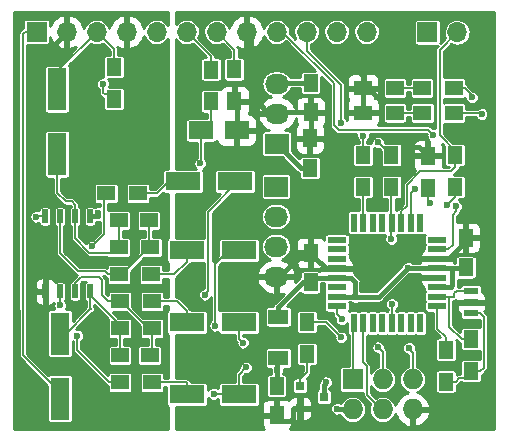
<source format=gbl>
%TF.GenerationSoftware,KiCad,Pcbnew,5.99.0-unknown-c3175b4~86~ubuntu16.04.1*%
%TF.CreationDate,2019-10-16T11:56:14+02:00*%
%TF.ProjectId,atmegax8_with_bluetooth,61746d65-6761-4783-985f-776974685f62,rev?*%
%TF.SameCoordinates,Original*%
%TF.FileFunction,Copper,L2,Bot*%
%TF.FilePolarity,Positive*%
%FSLAX46Y46*%
G04 Gerber Fmt 4.6, Leading zero omitted, Abs format (unit mm)*
G04 Created by KiCad (PCBNEW 5.99.0-unknown-c3175b4~86~ubuntu16.04.1) date 2019-10-16 11:56:14*
%MOMM*%
%LPD*%
G04 APERTURE LIST*
%TA.AperFunction,ComponentPad*%
%ADD10O,2.032000X1.727200*%
%TD*%
%TA.AperFunction,ComponentPad*%
%ADD11R,2.032000X1.727200*%
%TD*%
%TA.AperFunction,SMDPad,CuDef*%
%ADD12R,1.250000X1.500000*%
%TD*%
%TA.AperFunction,SMDPad,CuDef*%
%ADD13R,1.600000X0.550000*%
%TD*%
%TA.AperFunction,SMDPad,CuDef*%
%ADD14R,0.550000X1.600000*%
%TD*%
%TA.AperFunction,SMDPad,CuDef*%
%ADD15R,1.300000X0.600000*%
%TD*%
%TA.AperFunction,ComponentPad*%
%ADD16O,1.700000X1.700000*%
%TD*%
%TA.AperFunction,ComponentPad*%
%ADD17R,1.700000X1.700000*%
%TD*%
%TA.AperFunction,SMDPad,CuDef*%
%ADD18R,0.508000X1.143000*%
%TD*%
%TA.AperFunction,SMDPad,CuDef*%
%ADD19R,1.600200X3.599180*%
%TD*%
%TA.AperFunction,SMDPad,CuDef*%
%ADD20R,2.148840X1.501140*%
%TD*%
%TA.AperFunction,SMDPad,CuDef*%
%ADD21R,1.500000X1.250000*%
%TD*%
%TA.AperFunction,SMDPad,CuDef*%
%ADD22R,1.300000X1.500000*%
%TD*%
%TA.AperFunction,SMDPad,CuDef*%
%ADD23R,0.800100X0.800100*%
%TD*%
%TA.AperFunction,SMDPad,CuDef*%
%ADD24R,1.700000X1.300000*%
%TD*%
%TA.AperFunction,SMDPad,CuDef*%
%ADD25R,1.727200X1.727200*%
%TD*%
%TA.AperFunction,SMDPad,CuDef*%
%ADD26O,1.727200X1.727200*%
%TD*%
%TA.AperFunction,SMDPad,CuDef*%
%ADD27R,2.999740X1.600200*%
%TD*%
%TA.AperFunction,SMDPad,CuDef*%
%ADD28R,3.000000X1.600000*%
%TD*%
%TA.AperFunction,SMDPad,CuDef*%
%ADD29R,1.500000X1.300000*%
%TD*%
%TA.AperFunction,ViaPad*%
%ADD30C,0.600000*%
%TD*%
%TA.AperFunction,Conductor*%
%ADD31C,0.150000*%
%TD*%
%TA.AperFunction,Conductor*%
%ADD32C,0.400000*%
%TD*%
%TA.AperFunction,Conductor*%
%ADD33C,0.254000*%
%TD*%
G04 APERTURE END LIST*
D10*
%TO.P,P3,4*%
%TO.N,GND*%
X91948000Y-159448500D03*
%TO.P,P3,3*%
%TO.N,/INL*%
X91948000Y-156908500D03*
%TO.P,P3,2*%
%TO.N,/INR*%
X91948000Y-154368500D03*
D11*
%TO.P,P3,1*%
%TO.N,/IN_DETECT*%
X91948000Y-151828500D03*
%TD*%
D12*
%TO.P,C24,1*%
%TO.N,+5V*%
X94805500Y-150221000D03*
%TO.P,C24,2*%
%TO.N,GND*%
X94805500Y-147721000D03*
%TD*%
D13*
%TO.P,IC1,1*%
%TO.N,N/C*%
X105585840Y-156324800D03*
%TO.P,IC1,2*%
%TO.N,/Clock*%
X105585840Y-157124800D03*
%TO.P,IC1,3*%
%TO.N,GND*%
X105585840Y-157924800D03*
%TO.P,IC1,4*%
%TO.N,+5V*%
X105585840Y-158724800D03*
%TO.P,IC1,5*%
%TO.N,GND*%
X105585840Y-159524800D03*
%TO.P,IC1,6*%
%TO.N,+5V*%
X105585840Y-160324800D03*
%TO.P,IC1,7*%
%TO.N,Net-(IC1-Pad7)*%
X105585840Y-161124800D03*
%TO.P,IC1,8*%
%TO.N,Net-(IC1-Pad8)*%
X105585840Y-161924800D03*
D14*
%TO.P,IC1,9*%
%TO.N,N/C*%
X104135840Y-163374800D03*
%TO.P,IC1,10*%
X103335840Y-163374800D03*
%TO.P,IC1,11*%
X102535840Y-163374800D03*
%TO.P,IC1,12*%
%TO.N,Net-(IC1-Pad12)*%
X101735840Y-163374800D03*
%TO.P,IC1,13*%
%TO.N,N/C*%
X100935840Y-163374800D03*
%TO.P,IC1,14*%
X100135840Y-163374800D03*
%TO.P,IC1,15*%
%TO.N,/MOSI*%
X99335840Y-163374800D03*
%TO.P,IC1,16*%
%TO.N,/MISO*%
X98535840Y-163374800D03*
D13*
%TO.P,IC1,17*%
%TO.N,/SCK*%
X97085840Y-161924800D03*
%TO.P,IC1,18*%
%TO.N,+5V*%
X97085840Y-161124800D03*
%TO.P,IC1,19*%
%TO.N,N/C*%
X97085840Y-160324800D03*
%TO.P,IC1,20*%
%TO.N,+5V*%
X97085840Y-159524800D03*
%TO.P,IC1,21*%
%TO.N,GND*%
X97085840Y-158724800D03*
%TO.P,IC1,22*%
%TO.N,N/C*%
X97085840Y-157924800D03*
%TO.P,IC1,23*%
X97085840Y-157124800D03*
%TO.P,IC1,24*%
X97085840Y-156324800D03*
D14*
%TO.P,IC1,25*%
X98535840Y-154874800D03*
%TO.P,IC1,26*%
%TO.N,/DataIn*%
X99335840Y-154874800D03*
%TO.P,IC1,27*%
%TO.N,N/C*%
X100135840Y-154874800D03*
%TO.P,IC1,28*%
X100935840Y-154874800D03*
%TO.P,IC1,29*%
%TO.N,/ARESET*%
X101735840Y-154874800D03*
%TO.P,IC1,30*%
%TO.N,Net-(IC1-Pad30)*%
X102535840Y-154874800D03*
%TO.P,IC1,31*%
%TO.N,Net-(IC1-Pad31)*%
X103335840Y-154874800D03*
%TO.P,IC1,32*%
%TO.N,N/C*%
X104135840Y-154874800D03*
%TD*%
D15*
%TO.P,Y1,2*%
%TO.N,GND*%
X108452920Y-161607460D03*
%TO.P,Y1,3*%
%TO.N,Net-(IC1-Pad7)*%
X108452920Y-160657460D03*
%TO.P,Y1,1*%
%TO.N,Net-(R5-Pad1)*%
X108452920Y-162557460D03*
%TD*%
D16*
%TO.P,P1,12*%
%TO.N,Net-(P1-Pad12)*%
X99608640Y-138714480D03*
%TO.P,P1,11*%
%TO.N,/CDC_ENA_12V*%
X97068640Y-138714480D03*
%TO.P,P1,10*%
%TO.N,/DataOut*%
X94528640Y-138714480D03*
%TO.P,P1,9*%
%TO.N,Net-(P1-Pad9)*%
X91988640Y-138714480D03*
%TO.P,P1,8*%
%TO.N,GND*%
X89448640Y-138714480D03*
%TO.P,P1,7*%
%TO.N,/MIC_IN1*%
X86908640Y-138714480D03*
%TO.P,P1,6*%
%TO.N,/MIC_IN2*%
X84368640Y-138714480D03*
%TO.P,P1,5*%
%TO.N,+12V*%
X81828640Y-138714480D03*
%TO.P,P1,4*%
%TO.N,GNDA*%
X79288640Y-138714480D03*
%TO.P,P1,3*%
%TO.N,/AOUTR*%
X76748640Y-138714480D03*
%TO.P,P1,2*%
%TO.N,GNDA*%
X74208640Y-138714480D03*
D17*
%TO.P,P1,1*%
%TO.N,/AOUTL*%
X71668640Y-138714480D03*
%TD*%
D18*
%TO.P,U3,8*%
%TO.N,+12C*%
X76200000Y-154345640D03*
%TO.P,U3,7*%
%TO.N,Net-(C15-Pad1)*%
X74930000Y-154345640D03*
%TO.P,U3,6*%
%TO.N,Net-(C15-Pad2)*%
X73660000Y-154345640D03*
%TO.P,U3,5*%
%TO.N,Net-(C17-Pad1)*%
X72390000Y-154345640D03*
%TO.P,U3,4*%
%TO.N,GNDA*%
X72390000Y-160695640D03*
%TO.P,U3,3*%
%TO.N,Net-(C18-Pad1)*%
X73660000Y-160695640D03*
%TO.P,U3,2*%
%TO.N,Net-(C16-Pad2)*%
X74930000Y-160695640D03*
%TO.P,U3,1*%
%TO.N,Net-(C14-Pad1)*%
X76200000Y-160695640D03*
%TD*%
D19*
%TO.P,C14,1*%
%TO.N,Net-(C14-Pad1)*%
X73660000Y-164269420D03*
%TO.P,C14,2*%
%TO.N,/AOUTL*%
X73660000Y-169771060D03*
%TD*%
D20*
%TO.P,C22,1*%
%TO.N,/MIC_BIAS*%
X85598000Y-147066000D03*
%TO.P,C22,2*%
%TO.N,GND*%
X88600280Y-147066000D03*
%TD*%
D21*
%TO.P,C15,1*%
%TO.N,Net-(C15-Pad1)*%
X78658400Y-154686000D03*
%TO.P,C15,2*%
%TO.N,Net-(C15-Pad2)*%
X81158400Y-154686000D03*
%TD*%
D22*
%TO.P,R25,1*%
%TO.N,GND*%
X88419440Y-144595840D03*
%TO.P,R25,2*%
%TO.N,/MIC_IN1*%
X88419440Y-141895840D03*
%TD*%
D12*
%TO.P,C4,1*%
%TO.N,+5V*%
X108013500Y-158666500D03*
%TO.P,C4,2*%
%TO.N,GND*%
X108013500Y-156166500D03*
%TD*%
D10*
%TO.P,P5,3*%
%TO.N,/CDC_ENA_12V*%
X92000000Y-143120000D03*
%TO.P,P5,2*%
%TO.N,GND*%
X92000000Y-145660000D03*
D11*
%TO.P,P5,1*%
%TO.N,+5V*%
X92000000Y-148200000D03*
%TD*%
D23*
%TO.P,U4,3*%
%TO.N,+BATT*%
X95971360Y-169636440D03*
%TO.P,U4,2*%
%TO.N,Net-(R7-Pad1)*%
X93972380Y-168686440D03*
%TO.P,U4,1*%
%TO.N,GND*%
X93972380Y-170586440D03*
%TD*%
D17*
%TO.P,P4,1*%
%TO.N,Net-(IC1-Pad31)*%
X104739440Y-138757660D03*
D16*
%TO.P,P4,2*%
%TO.N,Net-(IC1-Pad30)*%
X107279440Y-138757660D03*
%TD*%
D12*
%TO.P,C1,1*%
%TO.N,+5V*%
X94869000Y-159936500D03*
%TO.P,C1,2*%
%TO.N,GND*%
X94869000Y-157436500D03*
%TD*%
%TO.P,C5,1*%
%TO.N,+BATT*%
X91998800Y-168676000D03*
%TO.P,C5,2*%
%TO.N,GND*%
X91998800Y-171176000D03*
%TD*%
D22*
%TO.P,R3,1*%
%TO.N,Net-(R3-Pad1)*%
X101716840Y-149160240D03*
%TO.P,R3,2*%
%TO.N,/ARESET*%
X101716840Y-151860240D03*
%TD*%
D24*
%TO.P,D1,1*%
%TO.N,+BATT*%
X92146120Y-166331840D03*
%TO.P,D1,2*%
%TO.N,+5V*%
X92146120Y-162831840D03*
%TD*%
D25*
%TO.P,P2,1*%
%TO.N,/MISO*%
X98425000Y-168148000D03*
D26*
%TO.P,P2,2*%
%TO.N,+5V*%
X98425000Y-170688000D03*
%TO.P,P2,3*%
%TO.N,/SCK*%
X100965000Y-168148000D03*
%TO.P,P2,4*%
%TO.N,/MOSI*%
X100965000Y-170688000D03*
%TO.P,P2,5*%
%TO.N,/ARESET*%
X103505000Y-168148000D03*
%TO.P,P2,6*%
%TO.N,GND*%
X103505000Y-170688000D03*
%TD*%
D27*
%TO.P,C20,1*%
%TO.N,/BTOUTL*%
X88788240Y-157226000D03*
%TO.P,C20,2*%
%TO.N,Net-(C20-Pad2)*%
X84388960Y-157226000D03*
%TD*%
D28*
%TO.P,C19,2*%
%TO.N,/BTOUTLN*%
X88433000Y-151384000D03*
%TO.P,C19,1*%
%TO.N,Net-(C19-Pad1)*%
X84033000Y-151384000D03*
%TD*%
D27*
%TO.P,C21,1*%
%TO.N,Net-(C21-Pad1)*%
X84388960Y-169418000D03*
%TO.P,C21,2*%
%TO.N,/BTOUTRN*%
X88788240Y-169418000D03*
%TD*%
D22*
%TO.P,R2,1*%
%TO.N,Net-(P1-Pad12)*%
X99288600Y-149160240D03*
%TO.P,R2,2*%
%TO.N,/DataIn*%
X99288600Y-151860240D03*
%TD*%
D29*
%TO.P,R23,1*%
%TO.N,Net-(C21-Pad1)*%
X81440000Y-168402000D03*
%TO.P,R23,2*%
%TO.N,Net-(C18-Pad1)*%
X78740000Y-168402000D03*
%TD*%
D12*
%TO.P,C3,1*%
%TO.N,/CDC_ENA_12V*%
X94869000Y-143022000D03*
%TO.P,C3,2*%
%TO.N,GND*%
X94869000Y-145522000D03*
%TD*%
D22*
%TO.P,R5,1*%
%TO.N,Net-(R5-Pad1)*%
X106301540Y-168319440D03*
%TO.P,R5,2*%
%TO.N,Net-(IC1-Pad8)*%
X106301540Y-165619440D03*
%TD*%
%TO.P,R6,1*%
%TO.N,Net-(IC1-Pad7)*%
X108452920Y-164719000D03*
%TO.P,R6,2*%
%TO.N,Net-(R5-Pad1)*%
X108452920Y-167419000D03*
%TD*%
D27*
%TO.P,C6,1*%
%TO.N,/BTOUTR*%
X88813640Y-163322000D03*
%TO.P,C6,2*%
%TO.N,Net-(C6-Pad2)*%
X84414360Y-163322000D03*
%TD*%
D19*
%TO.P,C9,1*%
%TO.N,Net-(C15-Pad1)*%
X73400920Y-149064980D03*
%TO.P,C9,2*%
%TO.N,/AOUTR*%
X73400920Y-143563340D03*
%TD*%
D29*
%TO.P,R8,1*%
%TO.N,Net-(C16-Pad2)*%
X78740000Y-161544000D03*
%TO.P,R8,2*%
%TO.N,Net-(C6-Pad2)*%
X81440000Y-161544000D03*
%TD*%
D22*
%TO.P,R9,1*%
%TO.N,Net-(C7-Pad1)*%
X78232000Y-144415500D03*
%TO.P,R9,2*%
%TO.N,/AOUTR*%
X78232000Y-141715500D03*
%TD*%
%TO.P,R13,1*%
%TO.N,Net-(IC1-Pad30)*%
X107127040Y-149127220D03*
%TO.P,R13,2*%
%TO.N,RX*%
X107127040Y-151827220D03*
%TD*%
D29*
%TO.P,R15,1*%
%TO.N,Net-(C15-Pad2)*%
X81309200Y-156972000D03*
%TO.P,R15,2*%
%TO.N,Net-(C15-Pad1)*%
X78609200Y-156972000D03*
%TD*%
D21*
%TO.P,C16,1*%
%TO.N,Net-(C14-Pad1)*%
X78740000Y-166116000D03*
%TO.P,C16,2*%
%TO.N,Net-(C16-Pad2)*%
X81240000Y-166116000D03*
%TD*%
D29*
%TO.P,R18,1*%
%TO.N,Net-(C16-Pad2)*%
X81440000Y-163830000D03*
%TO.P,R18,2*%
%TO.N,Net-(C14-Pad1)*%
X78740000Y-163830000D03*
%TD*%
D22*
%TO.P,R19,1*%
%TO.N,TX*%
X104792780Y-151909760D03*
%TO.P,R19,2*%
%TO.N,GND*%
X104792780Y-149209760D03*
%TD*%
D29*
%TO.P,R20,1*%
%TO.N,Net-(C19-Pad1)*%
X80280500Y-152400000D03*
%TO.P,R20,2*%
%TO.N,Net-(C17-Pad1)*%
X77580500Y-152400000D03*
%TD*%
%TO.P,R21,1*%
%TO.N,Net-(C15-Pad2)*%
X78634600Y-159258000D03*
%TO.P,R21,2*%
%TO.N,Net-(C20-Pad2)*%
X81334600Y-159258000D03*
%TD*%
%TO.P,R26,1*%
%TO.N,/LED1*%
X107012720Y-143479520D03*
%TO.P,R26,2*%
%TO.N,Net-(D2-Pad2)*%
X104312720Y-143479520D03*
%TD*%
D22*
%TO.P,R27,1*%
%TO.N,/MIC_IN2*%
X86423500Y-141906000D03*
%TO.P,R27,2*%
%TO.N,/MIC_BIAS*%
X86423500Y-144606000D03*
%TD*%
D29*
%TO.P,D2,1*%
%TO.N,GND*%
X99308920Y-143479520D03*
%TO.P,D2,2*%
%TO.N,Net-(D2-Pad2)*%
X102008920Y-143479520D03*
%TD*%
%TO.P,D3,2*%
%TO.N,Net-(D3-Pad2)*%
X102024160Y-145562320D03*
%TO.P,D3,1*%
%TO.N,GND*%
X99324160Y-145562320D03*
%TD*%
%TO.P,R31,2*%
%TO.N,Net-(D3-Pad2)*%
X104333040Y-145587720D03*
%TO.P,R31,1*%
%TO.N,/LED2*%
X107033040Y-145587720D03*
%TD*%
D22*
%TO.P,R7,2*%
%TO.N,/BT_RESET*%
X94554040Y-163300420D03*
%TO.P,R7,1*%
%TO.N,Net-(R7-Pad1)*%
X94554040Y-166000420D03*
%TD*%
D30*
%TO.N,Net-(C17-Pad1)*%
X71628000Y-154368500D03*
%TO.N,/SCK*%
X100584000Y-165417500D03*
%TO.N,/ARESET*%
X103187500Y-165481000D03*
%TO.N,/Clock*%
X107200457Y-153472453D03*
%TO.N,/BTOUTLN*%
X85915500Y-160972500D03*
%TO.N,/BTOUTRN*%
X89408000Y-167132000D03*
%TO.N,GNDA*%
X71247000Y-150431500D03*
%TO.N,GND*%
X96097489Y-141138511D03*
%TO.N,+12C*%
X76881490Y-154051000D03*
%TO.N,/MIC_BIAS*%
X85534500Y-149860000D03*
%TO.N,GND*%
X87503000Y-149923500D03*
X100520500Y-144272000D03*
X107141500Y-162496500D03*
%TO.N,Net-(IC1-Pad12)*%
X101754940Y-161759900D03*
%TO.N,Net-(IC1-Pad31)*%
X103692762Y-151996140D03*
%TO.N,+BATT*%
X96205040Y-168384220D03*
%TO.N,GND*%
X93383100Y-171681140D03*
%TO.N,/SCK*%
X97492493Y-163021092D03*
%TO.N,+BATT*%
X92062300Y-167370760D03*
%TO.N,/ARESET*%
X101673660Y-156245560D03*
%TO.N,RX*%
X106420920Y-153408380D03*
%TO.N,TX*%
X104973120Y-153245820D03*
%TO.N,/BTOUTRN*%
X86649560Y-169362120D03*
%TO.N,/BTOUTR*%
X89169240Y-165033960D03*
%TO.N,/BTOUTL*%
X86800000Y-163600000D03*
%TO.N,Net-(R3-Pad1)*%
X100584000Y-148082000D03*
%TO.N,Net-(P1-Pad9)*%
X105265990Y-147453779D03*
%TO.N,/DataOut*%
X97409000Y-146431000D03*
%TO.N,GND*%
X103774658Y-159728943D03*
X104013000Y-157911490D03*
%TO.N,+5V*%
X103110990Y-158686500D03*
X98615500Y-161163000D03*
%TO.N,Net-(C18-Pad1)*%
X73660000Y-161861500D03*
%TO.N,GNDA*%
X71945500Y-165100000D03*
%TO.N,Net-(C18-Pad1)*%
X75120500Y-164449990D03*
%TO.N,Net-(C17-Pad1)*%
X76348989Y-156886511D03*
%TO.N,Net-(C7-Pad1)*%
X77279500Y-143129000D03*
%TO.N,/BT_RESET*%
X97472500Y-164592000D03*
%TO.N,+5V*%
X97091500Y-170624500D03*
%TO.N,Net-(P1-Pad12)*%
X99314000Y-147510500D03*
%TO.N,GND*%
X103187500Y-148463000D03*
X94869000Y-153670000D03*
X108458000Y-154305000D03*
X106743500Y-170688000D03*
%TO.N,/LED2*%
X109347000Y-145669000D03*
%TO.N,/LED1*%
X108521500Y-144272000D03*
%TD*%
D31*
%TO.N,Net-(C17-Pad1)*%
X71650860Y-154345640D02*
X71628000Y-154368500D01*
D32*
%TO.N,GNDA*%
X70947001Y-150731499D02*
X71247000Y-150431500D01*
X71736000Y-160695640D02*
X70947001Y-159906641D01*
X70947001Y-159906641D02*
X70947001Y-150731499D01*
D31*
%TO.N,Net-(C17-Pad1)*%
X72390000Y-154345640D02*
X71650860Y-154345640D01*
D32*
%TO.N,GNDA*%
X72390000Y-160695640D02*
X71736000Y-160695640D01*
D31*
%TO.N,/AOUTL*%
X70668640Y-138714480D02*
X71668640Y-138714480D01*
X70483239Y-162192241D02*
X70483239Y-138899881D01*
X70495160Y-162204162D02*
X70483239Y-162192241D01*
X70495160Y-166095680D02*
X70495160Y-162204162D01*
X70483239Y-138899881D02*
X70668640Y-138714480D01*
X74127360Y-169727880D02*
X70495160Y-166095680D01*
X74127360Y-169771060D02*
X74127360Y-169727880D01*
%TO.N,/MOSI*%
X99335840Y-163374800D02*
X99335840Y-166709340D01*
X99635839Y-169422339D02*
X100838000Y-170624500D01*
X99335840Y-166709340D02*
X99635839Y-167009339D01*
X99635839Y-167009339D02*
X99635839Y-169422339D01*
%TO.N,/SCK*%
X100965000Y-165798500D02*
X100584000Y-165417500D01*
X100965000Y-168148000D02*
X100965000Y-165798500D01*
%TO.N,/ARESET*%
X103505000Y-168148000D02*
X103505000Y-165798500D01*
X103505000Y-165798500D02*
X103487499Y-165780999D01*
X103487499Y-165780999D02*
X103187500Y-165481000D01*
%TO.N,/Clock*%
X106901879Y-156758761D02*
X106901879Y-154195295D01*
X107200457Y-153896717D02*
X107200457Y-153472453D01*
X106535840Y-157124800D02*
X106901879Y-156758761D01*
X106901879Y-154195295D02*
X107200457Y-153896717D01*
X105585840Y-157124800D02*
X106535840Y-157124800D01*
%TO.N,/BTOUTLN*%
X86215499Y-160672501D02*
X85915500Y-160972500D01*
X88760300Y-151384000D02*
X86215499Y-153928801D01*
X86215499Y-153928801D02*
X86215499Y-160672501D01*
%TO.N,/BTOUTRN*%
X88788240Y-169418000D02*
X88788240Y-167751760D01*
X88788240Y-167751760D02*
X89408000Y-167132000D01*
D32*
%TO.N,GNDA*%
X74208640Y-138714480D02*
X71247000Y-141676120D01*
X71247000Y-141676120D02*
X71247000Y-150431500D01*
%TO.N,+5V*%
X94805500Y-150221000D02*
X94021000Y-150221000D01*
X94021000Y-150221000D02*
X92000000Y-148200000D01*
%TO.N,GND*%
X96583500Y-152781000D02*
X96583500Y-148474000D01*
X96583500Y-148474000D02*
X95830500Y-147721000D01*
X95830500Y-147721000D02*
X94805500Y-147721000D01*
X94869000Y-153670000D02*
X95694500Y-153670000D01*
X95694500Y-153670000D02*
X96583500Y-152781000D01*
X94869000Y-145522000D02*
X94869000Y-146672000D01*
X94869000Y-147574000D02*
X94869000Y-147113000D01*
X94869000Y-146672000D02*
X94869000Y-147574000D01*
X94869000Y-145522000D02*
X92138000Y-145522000D01*
X92138000Y-145522000D02*
X92000000Y-145660000D01*
%TO.N,/CDC_ENA_12V*%
X94869000Y-143022000D02*
X92098000Y-143022000D01*
X92098000Y-143022000D02*
X92000000Y-143120000D01*
D31*
%TO.N,Net-(P1-Pad9)*%
X96837500Y-146636504D02*
X97249994Y-147048998D01*
X92486480Y-138714480D02*
X96837500Y-143065500D01*
X96837500Y-143065500D02*
X96837500Y-146636504D01*
X91988640Y-138714480D02*
X92486480Y-138714480D01*
X99061998Y-146985498D02*
X104797709Y-146985498D01*
X104965991Y-147153780D02*
X105265990Y-147453779D01*
X97249994Y-147048998D02*
X98998498Y-147048998D01*
X98998498Y-147048998D02*
X99061998Y-146985498D01*
X104797709Y-146985498D02*
X104965991Y-147153780D01*
%TO.N,/DataOut*%
X97409000Y-143192500D02*
X94528640Y-140312140D01*
X97409000Y-146431000D02*
X97409000Y-143192500D01*
D32*
%TO.N,GND*%
X99308920Y-142429520D02*
X98017911Y-141138511D01*
X99308920Y-143479520D02*
X99308920Y-142429520D01*
X96521753Y-141138511D02*
X96097489Y-141138511D01*
X98017911Y-141138511D02*
X96521753Y-141138511D01*
D31*
%TO.N,/DataOut*%
X94528640Y-140312140D02*
X94528640Y-138714480D01*
%TO.N,Net-(C19-Pad1)*%
X80280500Y-152400000D02*
X81851500Y-152400000D01*
X82740500Y-151511000D02*
X84233300Y-151511000D01*
X84233300Y-151511000D02*
X84360300Y-151384000D01*
X81851500Y-152400000D02*
X82740500Y-151511000D01*
%TO.N,Net-(C17-Pad1)*%
X77580500Y-152400000D02*
X77406500Y-152574000D01*
D32*
%TO.N,+12C*%
X76200000Y-154345640D02*
X76854000Y-154345640D01*
X76881490Y-154318150D02*
X76881490Y-154051000D01*
X76854000Y-154345640D02*
X76881490Y-154318150D01*
D31*
%TO.N,Net-(C17-Pad1)*%
X77406500Y-152574000D02*
X77406500Y-155829000D01*
X77406500Y-155829000D02*
X77374750Y-155860750D01*
X77374750Y-155860750D02*
X76648988Y-156586512D01*
X76648988Y-156586512D02*
X76348989Y-156886511D01*
%TO.N,/MIC_BIAS*%
X85598000Y-149796500D02*
X85534500Y-149860000D01*
X85598000Y-147066000D02*
X85598000Y-149796500D01*
D32*
%TO.N,GND*%
X88600280Y-147066000D02*
X88600280Y-148826220D01*
X88600280Y-148826220D02*
X87802999Y-149623501D01*
X87802999Y-149623501D02*
X87503000Y-149923500D01*
X91367500Y-145660000D02*
X89789000Y-144081500D01*
X89789000Y-144081500D02*
X89789000Y-139054840D01*
X89789000Y-139054840D02*
X89448640Y-138714480D01*
%TO.N,+5V*%
X92146120Y-162831840D02*
X92146120Y-161980880D01*
X92146120Y-161980880D02*
X94208600Y-159918400D01*
X94208600Y-159918400D02*
X94696280Y-159918400D01*
X94696280Y-159918400D02*
X94696280Y-159888240D01*
%TO.N,GND*%
X95258262Y-157847222D02*
X96135840Y-158724800D01*
X93866778Y-157847222D02*
X95258262Y-157847222D01*
X92400000Y-159420000D02*
X92400000Y-159314000D01*
X92400000Y-159314000D02*
X93866778Y-157847222D01*
X96135840Y-158724800D02*
X97085840Y-158724800D01*
X88419440Y-144595840D02*
X90303340Y-144595840D01*
X90303340Y-144595840D02*
X91367500Y-145660000D01*
X92000000Y-145660000D02*
X91367500Y-145660000D01*
D31*
%TO.N,/MIC_IN2*%
X84368640Y-138714480D02*
X86423500Y-140769340D01*
X86423500Y-140769340D02*
X86423500Y-141906000D01*
%TO.N,/MIC_IN1*%
X88419440Y-141895840D02*
X88419440Y-140225280D01*
X88419440Y-140225280D02*
X86908640Y-138714480D01*
D32*
%TO.N,GND*%
X99308920Y-143479520D02*
X99791520Y-143479520D01*
X99791520Y-143479520D02*
X100520500Y-144208500D01*
X100520500Y-144208500D02*
X100520500Y-144272000D01*
X108452920Y-161607460D02*
X107402920Y-161607460D01*
X107402920Y-161607460D02*
X107141500Y-161868880D01*
X107141500Y-161868880D02*
X107141500Y-162496500D01*
D31*
%TO.N,Net-(IC1-Pad7)*%
X105585840Y-161124800D02*
X107030420Y-161124800D01*
X107236340Y-160657460D02*
X108452920Y-160657460D01*
X107030420Y-161124800D02*
X107030420Y-160863380D01*
X107030420Y-160863380D02*
X107236340Y-160657460D01*
X106616500Y-163682580D02*
X106616500Y-161734500D01*
X106616500Y-161734500D02*
X106616500Y-161645600D01*
X106616500Y-161734500D02*
X106616500Y-161205460D01*
X106616500Y-161205460D02*
X106535840Y-161124800D01*
X106535840Y-161124800D02*
X105585840Y-161124800D01*
X108452920Y-164719000D02*
X107652920Y-164719000D01*
X107652920Y-164719000D02*
X106616500Y-163682580D01*
%TO.N,Net-(C18-Pad1)*%
X78740000Y-168402000D02*
X77840000Y-168402000D01*
%TO.N,Net-(C14-Pad1)*%
X78740000Y-163553140D02*
X78740000Y-163830000D01*
X76200000Y-160695640D02*
X76200000Y-161013140D01*
X76200000Y-161013140D02*
X78740000Y-163553140D01*
%TO.N,Net-(C18-Pad1)*%
X73660000Y-160695640D02*
X73660000Y-161013140D01*
%TO.N,Net-(IC1-Pad12)*%
X101754940Y-161759900D02*
X101754940Y-163355700D01*
X101754940Y-163355700D02*
X101735840Y-163374800D01*
%TO.N,Net-(IC1-Pad30)*%
X107127040Y-150152100D02*
X107127040Y-149127220D01*
X106746040Y-150533100D02*
X107127040Y-150152100D01*
X104167940Y-150533100D02*
X106746040Y-150533100D01*
X102535840Y-154874800D02*
X102535840Y-153924800D01*
X102535840Y-153924800D02*
X103035830Y-153424810D01*
X103035830Y-153424810D02*
X103035830Y-151665210D01*
X103035830Y-151665210D02*
X104167940Y-150533100D01*
%TO.N,Net-(IC1-Pad31)*%
X103335840Y-154874800D02*
X103335840Y-152353062D01*
X103335840Y-152353062D02*
X103692762Y-151996140D01*
%TO.N,RX*%
X107127040Y-152702260D02*
X107127040Y-151827220D01*
X106420920Y-153408380D02*
X107127040Y-152702260D01*
%TO.N,Net-(IC1-Pad30)*%
X107279440Y-148974820D02*
X107127040Y-149127220D01*
%TO.N,/ARESET*%
X101716840Y-151860240D02*
X101716840Y-154855800D01*
X101716840Y-154855800D02*
X101735840Y-154874800D01*
%TO.N,/DataIn*%
X99335840Y-154874800D02*
X99335840Y-151907480D01*
X99335840Y-151907480D02*
X99288600Y-151860240D01*
D32*
%TO.N,GND*%
X107751880Y-156224920D02*
X107751880Y-156708760D01*
X107751880Y-156708760D02*
X106535840Y-157924800D01*
X106535840Y-157924800D02*
X105585840Y-157924800D01*
%TO.N,+5V*%
X105585840Y-158724800D02*
X107751760Y-158724800D01*
X107751760Y-158724800D02*
X107751880Y-158724920D01*
D31*
%TO.N,Net-(IC1-Pad7)*%
X105585840Y-161124800D02*
X106278798Y-161124800D01*
D32*
%TO.N,+BATT*%
X95971360Y-169636440D02*
X95971360Y-168617900D01*
X95971360Y-168617900D02*
X96205040Y-168384220D01*
D31*
%TO.N,Net-(R7-Pad1)*%
X93972380Y-168686440D02*
X93972380Y-168136390D01*
X94554040Y-167554730D02*
X94554040Y-166000420D01*
X93972380Y-168136390D02*
X94554040Y-167554730D01*
D32*
%TO.N,GND*%
X93383100Y-171681140D02*
X92503940Y-171681140D01*
X92503940Y-171681140D02*
X91998800Y-171176000D01*
X93972380Y-170586440D02*
X93422330Y-170586440D01*
X93422330Y-170586440D02*
X93383100Y-170625670D01*
X93383100Y-170625670D02*
X93383100Y-171681140D01*
D31*
%TO.N,/SCK*%
X97085840Y-162614439D02*
X97492493Y-163021092D01*
X97085840Y-161924800D02*
X97085840Y-162614439D01*
D32*
%TO.N,+BATT*%
X92062300Y-167370760D02*
X92062300Y-166415660D01*
X92062300Y-166415660D02*
X92146120Y-166331840D01*
X91998800Y-167434260D02*
X92062300Y-167370760D01*
X91998800Y-168676000D02*
X91998800Y-167434260D01*
%TO.N,+5V*%
X94696280Y-160119060D02*
X94696280Y-159888240D01*
D31*
%TO.N,/ARESET*%
X101673660Y-156245560D02*
X101673660Y-154936980D01*
X101673660Y-154936980D02*
X101735840Y-154874800D01*
%TO.N,TX*%
X104792780Y-151909760D02*
X104792780Y-153065480D01*
X104792780Y-153065480D02*
X104973120Y-153245820D01*
%TO.N,Net-(D2-Pad2)*%
X102008920Y-143479520D02*
X104312720Y-143479520D01*
%TO.N,/BTOUTRN*%
X88427560Y-169362120D02*
X88788240Y-169001440D01*
X86649560Y-169362120D02*
X88427560Y-169362120D01*
%TO.N,Net-(C21-Pad1)*%
X81440000Y-168402000D02*
X84323060Y-168402000D01*
X84323060Y-168402000D02*
X84388960Y-168467900D01*
X84388960Y-168467900D02*
X84388960Y-169418000D01*
%TO.N,Net-(C20-Pad2)*%
X84388960Y-157226000D02*
X84388960Y-158176100D01*
X84388960Y-158176100D02*
X83307060Y-159258000D01*
X83307060Y-159258000D02*
X82234600Y-159258000D01*
X82234600Y-159258000D02*
X81334600Y-159258000D01*
X84363560Y-157408880D02*
X84388960Y-157434280D01*
%TO.N,Net-(C16-Pad2)*%
X81440000Y-163830000D02*
X81126000Y-163830000D01*
X81126000Y-163830000D02*
X78840000Y-161544000D01*
X78840000Y-161544000D02*
X78740000Y-161544000D01*
X77216000Y-161036000D02*
X77724000Y-161544000D01*
X77724000Y-161544000D02*
X78740000Y-161544000D01*
X77216000Y-159766000D02*
X77216000Y-161036000D01*
X76962000Y-159512000D02*
X77216000Y-159766000D01*
X75392140Y-159512000D02*
X76962000Y-159512000D01*
X74930000Y-160695640D02*
X74930000Y-159974140D01*
X74930000Y-159974140D02*
X75392140Y-159512000D01*
X81440000Y-163830000D02*
X81440000Y-165916000D01*
X81440000Y-165916000D02*
X81240000Y-166116000D01*
%TO.N,Net-(C15-Pad2)*%
X78634600Y-159258000D02*
X78923200Y-159258000D01*
X78923200Y-159258000D02*
X81209200Y-156972000D01*
X81209200Y-156972000D02*
X81309200Y-156972000D01*
X81158400Y-154686000D02*
X81158400Y-156821200D01*
X81158400Y-156821200D02*
X81309200Y-156972000D01*
X75184000Y-159004000D02*
X77480600Y-159004000D01*
X77480600Y-159004000D02*
X77734600Y-159258000D01*
X77734600Y-159258000D02*
X78634600Y-159258000D01*
X73660000Y-157480000D02*
X75184000Y-159004000D01*
X73660000Y-154345640D02*
X73660000Y-157480000D01*
X81309200Y-154278000D02*
X81158400Y-154127200D01*
%TO.N,Net-(C14-Pad1)*%
X78740000Y-166116000D02*
X78740000Y-163830000D01*
%TO.N,Net-(C15-Pad1)*%
X78609200Y-156972000D02*
X78609200Y-154735200D01*
X78609200Y-154735200D02*
X78658400Y-154686000D01*
X74930000Y-153355040D02*
X74930000Y-154345640D01*
X73400920Y-149064980D02*
X73400920Y-150342600D01*
X73400920Y-152333960D02*
X74137520Y-153070560D01*
X74137520Y-153070560D02*
X74645520Y-153070560D01*
X74645520Y-153070560D02*
X74930000Y-153355040D01*
X73400920Y-149064980D02*
X73400920Y-152333960D01*
X78609200Y-154176400D02*
X78658400Y-154127200D01*
X78609200Y-155956000D02*
X78609200Y-154176400D01*
%TO.N,/AOUTR*%
X73400920Y-142062200D02*
X76748640Y-138714480D01*
X73400920Y-143563340D02*
X73400920Y-142062200D01*
%TO.N,Net-(C6-Pad2)*%
X81440000Y-161544000D02*
X83586460Y-161544000D01*
X83586460Y-161544000D02*
X84414360Y-162371900D01*
X84414360Y-162371900D02*
X84414360Y-163322000D01*
%TO.N,/BTOUTR*%
X89674616Y-163322000D02*
X88813640Y-163322000D01*
D32*
%TO.N,+5V*%
X95059720Y-159524800D02*
X94696280Y-159888240D01*
X97085840Y-159524800D02*
X95059720Y-159524800D01*
X94696280Y-159888240D02*
X94696280Y-159763240D01*
D31*
%TO.N,/BTOUTR*%
X88813640Y-164678360D02*
X88813640Y-163322000D01*
X89169240Y-165033960D02*
X88813640Y-164678360D01*
%TO.N,/BTOUTL*%
X86800000Y-163175736D02*
X86800000Y-163600000D01*
X86800000Y-158400000D02*
X86800000Y-163175736D01*
X88788240Y-157226000D02*
X87974000Y-157226000D01*
X87974000Y-157226000D02*
X86800000Y-158400000D01*
%TO.N,Net-(IC1-Pad30)*%
X107261721Y-148992539D02*
X107127040Y-149127220D01*
X107279440Y-148974820D02*
X107261721Y-148992539D01*
%TO.N,Net-(R3-Pad1)*%
X101662240Y-149160240D02*
X100584000Y-148082000D01*
X101716840Y-149160240D02*
X101662240Y-149160240D01*
%TO.N,Net-(IC1-Pad30)*%
X105791000Y-147486380D02*
X107279440Y-148974820D01*
X107279440Y-138757660D02*
X105791000Y-140246100D01*
X105791000Y-140246100D02*
X105791000Y-147486380D01*
%TO.N,Net-(D3-Pad2)*%
X104307640Y-145562320D02*
X104333040Y-145587720D01*
X102024160Y-145562320D02*
X104307640Y-145562320D01*
D32*
%TO.N,+5V*%
X106715842Y-160324800D02*
X106860841Y-160179801D01*
X106860841Y-158869799D02*
X106765841Y-158774799D01*
X106860841Y-160179801D02*
X106860841Y-158869799D01*
X105585840Y-160324800D02*
X106715842Y-160324800D01*
%TO.N,GND*%
X103978801Y-159524800D02*
X103774658Y-159728943D01*
X105585840Y-159524800D02*
X103978801Y-159524800D01*
X104635840Y-157924800D02*
X105585840Y-157924800D01*
X104026310Y-157924800D02*
X104013000Y-157911490D01*
X105585840Y-157924800D02*
X104026310Y-157924800D01*
X99076538Y-158724800D02*
X97085840Y-158724800D01*
X99794739Y-159443001D02*
X99076538Y-158724800D01*
X101156997Y-159443001D02*
X99794739Y-159443001D01*
X104013000Y-157911490D02*
X102688508Y-157911490D01*
X102688508Y-157911490D02*
X101156997Y-159443001D01*
%TO.N,+5V*%
X103149290Y-158724800D02*
X103110990Y-158686500D01*
X105585840Y-158724800D02*
X103149290Y-158724800D01*
D31*
%TO.N,/ARESET*%
X103192580Y-168556940D02*
X104056179Y-167693341D01*
D32*
%TO.N,+5V*%
X103110990Y-158686500D02*
X100634490Y-161163000D01*
X98577300Y-161124800D02*
X98615500Y-161163000D01*
X97085840Y-161124800D02*
X98577300Y-161124800D01*
X100634490Y-161163000D02*
X98615500Y-161163000D01*
X98615500Y-159877860D02*
X98615500Y-161163000D01*
X98262440Y-159524800D02*
X98615500Y-159877860D01*
X97085840Y-159524800D02*
X98262440Y-159524800D01*
%TO.N,GND*%
X91991000Y-145669000D02*
X92000000Y-145660000D01*
D31*
%TO.N,Net-(C14-Pad1)*%
X76263500Y-162179000D02*
X76200000Y-162115500D01*
X76200000Y-162115500D02*
X76200000Y-161013140D01*
X76217780Y-162179000D02*
X76263500Y-162179000D01*
X74127360Y-164269420D02*
X76217780Y-162179000D01*
%TO.N,Net-(C18-Pad1)*%
X73660000Y-160695640D02*
X73660000Y-161861500D01*
D32*
%TO.N,GND*%
X88600280Y-144776680D02*
X88419440Y-144595840D01*
X88600280Y-147066000D02*
X88600280Y-144776680D01*
D31*
%TO.N,/MIC_BIAS*%
X86423500Y-146240500D02*
X85598000Y-147066000D01*
X86423500Y-144606000D02*
X86423500Y-146240500D01*
D32*
%TO.N,+12V*%
X81915000Y-138800840D02*
X81828640Y-138714480D01*
D31*
%TO.N,Net-(C18-Pad1)*%
X75496000Y-166058000D02*
X75397796Y-165959796D01*
X77840000Y-168402000D02*
X75496000Y-166058000D01*
D32*
%TO.N,GNDA*%
X72390000Y-160695640D02*
X72390000Y-164655500D01*
X72245499Y-164800001D02*
X71945500Y-165100000D01*
X72390000Y-164655500D02*
X72245499Y-164800001D01*
D31*
%TO.N,Net-(C18-Pad1)*%
X75496000Y-166058000D02*
X75120500Y-165682500D01*
X75120500Y-164874254D02*
X75120500Y-164449990D01*
X75120500Y-165682500D02*
X75120500Y-164874254D01*
%TO.N,Net-(C15-Pad1)*%
X78609200Y-157039300D02*
X78609200Y-156972000D01*
X74930000Y-154345640D02*
X74930000Y-156210000D01*
X74930000Y-156210000D02*
X76136500Y-157416500D01*
X76136500Y-157416500D02*
X78232000Y-157416500D01*
X78232000Y-157416500D02*
X78609200Y-157039300D01*
%TO.N,Net-(C7-Pad1)*%
X77279500Y-143865500D02*
X77279500Y-143129000D01*
X77432000Y-144018000D02*
X77279500Y-143865500D01*
X78232000Y-144018000D02*
X77432000Y-144018000D01*
%TO.N,/AOUTR*%
X78232000Y-140197840D02*
X76748640Y-138714480D01*
X78232000Y-141715500D02*
X78232000Y-140197840D01*
%TO.N,/MISO*%
X98488500Y-168148000D02*
X98488500Y-163422140D01*
X98488500Y-163422140D02*
X98535840Y-163374800D01*
X98425000Y-168211500D02*
X98488500Y-168148000D01*
%TO.N,/BT_RESET*%
X94554040Y-163300420D02*
X96180920Y-163300420D01*
X96180920Y-163300420D02*
X97472500Y-164592000D01*
%TO.N,Net-(IC1-Pad8)*%
X106301540Y-165619440D02*
X106301540Y-164549260D01*
X105585840Y-163833560D02*
X106301540Y-164549260D01*
X105585840Y-161924800D02*
X105585840Y-163833560D01*
%TO.N,Net-(R5-Pad1)*%
X109252920Y-167419000D02*
X108452920Y-167419000D01*
X109252920Y-162557460D02*
X109537500Y-162842040D01*
X109537500Y-162842040D02*
X109537500Y-167134420D01*
X108452920Y-162557460D02*
X109252920Y-162557460D01*
X109537500Y-167134420D02*
X109252920Y-167419000D01*
X107850920Y-168021000D02*
X108452920Y-167419000D01*
X107442000Y-168021000D02*
X107850920Y-168021000D01*
X107143560Y-168319440D02*
X107442000Y-168021000D01*
X106301540Y-168319440D02*
X107143560Y-168319440D01*
D32*
%TO.N,+5V*%
X98112580Y-171096940D02*
X97640140Y-170624500D01*
X97640140Y-170624500D02*
X97515764Y-170624500D01*
X97515764Y-170624500D02*
X97091500Y-170624500D01*
%TO.N,GND*%
X99324160Y-143494760D02*
X99308920Y-143479520D01*
X99324160Y-145562320D02*
X99324160Y-143494760D01*
D31*
%TO.N,Net-(P1-Pad12)*%
X99288600Y-149160240D02*
X99288600Y-147535900D01*
X99288600Y-147535900D02*
X99314000Y-147510500D01*
D32*
%TO.N,GND*%
X104046020Y-148463000D02*
X104792780Y-149209760D01*
X103187500Y-148463000D02*
X104046020Y-148463000D01*
X94869000Y-157436500D02*
X94869000Y-153670000D01*
X108013500Y-154749500D02*
X108458000Y-154305000D01*
X108013500Y-156166500D02*
X108013500Y-154749500D01*
X106743500Y-170688000D02*
X103505000Y-170688000D01*
X107251500Y-170688000D02*
X107315000Y-170624500D01*
X106743500Y-170688000D02*
X107251500Y-170688000D01*
X108458000Y-170624500D02*
X110109000Y-168973500D01*
X107315000Y-170624500D02*
X108458000Y-170624500D01*
X110109000Y-168973500D02*
X110109000Y-161671000D01*
X110045460Y-161607460D02*
X108452920Y-161607460D01*
X110109000Y-161671000D02*
X110045460Y-161607460D01*
D31*
%TO.N,/LED2*%
X107033040Y-145587720D02*
X109265720Y-145587720D01*
X109265720Y-145587720D02*
X109347000Y-145669000D01*
%TO.N,/LED1*%
X108521500Y-144088300D02*
X108521500Y-144272000D01*
X107912720Y-143479520D02*
X108521500Y-144088300D01*
X107012720Y-143479520D02*
X107912720Y-143479520D01*
%TD*%
D33*
%TO.N,GNDA*%
G36*
X82805000Y-138152364D02*
G01*
X82725357Y-138023914D01*
X82568185Y-137857709D01*
X82380803Y-137726502D01*
X82167796Y-137634327D01*
X81871647Y-137588480D01*
X81771487Y-137588480D01*
X81601059Y-137605791D01*
X81382775Y-137674198D01*
X81182703Y-137785099D01*
X81009019Y-137933965D01*
X80868815Y-138114714D01*
X80767819Y-138319964D01*
X80742556Y-138416950D01*
X80715184Y-138286497D01*
X80622679Y-138052258D01*
X80492030Y-137836954D01*
X80326971Y-137646741D01*
X80132224Y-137487058D01*
X79913356Y-137362471D01*
X79673809Y-137275520D01*
X79416640Y-137241433D01*
X79416640Y-140214458D01*
X79783348Y-140119280D01*
X80012969Y-140015843D01*
X80221880Y-139875196D01*
X80404106Y-139701361D01*
X80554437Y-139499308D01*
X80668576Y-139274814D01*
X80743258Y-139034299D01*
X80744117Y-139027815D01*
X80811380Y-139210631D01*
X80931923Y-139405046D01*
X81089095Y-139571251D01*
X81276477Y-139702458D01*
X81489484Y-139794633D01*
X81785633Y-139840480D01*
X81885793Y-139840480D01*
X82056221Y-139823169D01*
X82274505Y-139754762D01*
X82474577Y-139643861D01*
X82648261Y-139494995D01*
X82788465Y-139314246D01*
X82805000Y-139280643D01*
X82805000Y-150305061D01*
X82520590Y-150305061D01*
X82425310Y-150324014D01*
X82334015Y-150385015D01*
X82273014Y-150476310D01*
X82254061Y-150571590D01*
X82254061Y-151501050D01*
X81706112Y-152049000D01*
X81309439Y-152049000D01*
X81309439Y-151737590D01*
X81290486Y-151642310D01*
X81229485Y-151551015D01*
X81138190Y-151490014D01*
X81042910Y-151471061D01*
X79518090Y-151471061D01*
X79422810Y-151490014D01*
X79331515Y-151551015D01*
X79270514Y-151642310D01*
X79251561Y-151737590D01*
X79251561Y-153062410D01*
X79270514Y-153157690D01*
X79331515Y-153248985D01*
X79422810Y-153309986D01*
X79518090Y-153328939D01*
X81042910Y-153328939D01*
X81138190Y-153309986D01*
X81229485Y-153248985D01*
X81290486Y-153157690D01*
X81309439Y-153062410D01*
X81309439Y-152751000D01*
X81896632Y-152751000D01*
X81896636Y-152750999D01*
X81945549Y-152750999D01*
X81986979Y-152727080D01*
X82033190Y-152714697D01*
X82179229Y-152568660D01*
X82179229Y-152568658D01*
X82352530Y-152395357D01*
X82425310Y-152443986D01*
X82520590Y-152462939D01*
X82805000Y-152462939D01*
X82805000Y-156161220D01*
X82781400Y-156165914D01*
X82690105Y-156226915D01*
X82629104Y-156318210D01*
X82610151Y-156413490D01*
X82610151Y-158038510D01*
X82629104Y-158133790D01*
X82690105Y-158225085D01*
X82781400Y-158286086D01*
X82805000Y-158290780D01*
X82805000Y-158907000D01*
X82363539Y-158907000D01*
X82363539Y-158595590D01*
X82344586Y-158500310D01*
X82283585Y-158409015D01*
X82192290Y-158348014D01*
X82097010Y-158329061D01*
X80572190Y-158329061D01*
X80476910Y-158348014D01*
X80385615Y-158409015D01*
X80324614Y-158500310D01*
X80305661Y-158595590D01*
X80305661Y-159920410D01*
X80324614Y-160015690D01*
X80385615Y-160106985D01*
X80476910Y-160167986D01*
X80572190Y-160186939D01*
X82097010Y-160186939D01*
X82192290Y-160167986D01*
X82283585Y-160106985D01*
X82344586Y-160015690D01*
X82363539Y-159920410D01*
X82363539Y-159609000D01*
X82805000Y-159609000D01*
X82805000Y-161193000D01*
X82468939Y-161193000D01*
X82468939Y-160881590D01*
X82449986Y-160786310D01*
X82388985Y-160695015D01*
X82297690Y-160634014D01*
X82202410Y-160615061D01*
X80677590Y-160615061D01*
X80582310Y-160634014D01*
X80491015Y-160695015D01*
X80430014Y-160786310D01*
X80411061Y-160881590D01*
X80411061Y-162206410D01*
X80430014Y-162301690D01*
X80491015Y-162392985D01*
X80582310Y-162453986D01*
X80677590Y-162472939D01*
X82202410Y-162472939D01*
X82297690Y-162453986D01*
X82388985Y-162392985D01*
X82449986Y-162301690D01*
X82468939Y-162206410D01*
X82468939Y-161895000D01*
X82805000Y-161895000D01*
X82805000Y-162263117D01*
X82715505Y-162322915D01*
X82654504Y-162414210D01*
X82635551Y-162509490D01*
X82635551Y-164134510D01*
X82654504Y-164229790D01*
X82715505Y-164321085D01*
X82805000Y-164380883D01*
X82805000Y-168051000D01*
X82468939Y-168051000D01*
X82468939Y-167739590D01*
X82449986Y-167644310D01*
X82388985Y-167553015D01*
X82297690Y-167492014D01*
X82202410Y-167473061D01*
X80677590Y-167473061D01*
X80582310Y-167492014D01*
X80491015Y-167553015D01*
X80430014Y-167644310D01*
X80411061Y-167739590D01*
X80411061Y-169064410D01*
X80430014Y-169159690D01*
X80491015Y-169250985D01*
X80582310Y-169311986D01*
X80677590Y-169330939D01*
X82202410Y-169330939D01*
X82297690Y-169311986D01*
X82388985Y-169250985D01*
X82449986Y-169159690D01*
X82468939Y-169064410D01*
X82468939Y-168753000D01*
X82610151Y-168753000D01*
X82610151Y-170230510D01*
X82629104Y-170325790D01*
X82690105Y-170417085D01*
X82781400Y-170478086D01*
X82805000Y-170482780D01*
X82805000Y-172340000D01*
X69722000Y-172340000D01*
X69722000Y-162237372D01*
X70132239Y-162237372D01*
X70132240Y-162237376D01*
X70132240Y-162286290D01*
X70144161Y-162306938D01*
X70144160Y-166140811D01*
X70144161Y-166140815D01*
X70144161Y-166189730D01*
X70168081Y-166231160D01*
X70180462Y-166277368D01*
X70326499Y-166423409D01*
X70326502Y-166423409D01*
X72580961Y-168677869D01*
X72580961Y-171583060D01*
X72599914Y-171678340D01*
X72660915Y-171769635D01*
X72752210Y-171830636D01*
X72847490Y-171849589D01*
X74472510Y-171849589D01*
X74567790Y-171830636D01*
X74659085Y-171769635D01*
X74720086Y-171678340D01*
X74739039Y-171583060D01*
X74739039Y-167959060D01*
X74720086Y-167863780D01*
X74659085Y-167772485D01*
X74567790Y-167711484D01*
X74472510Y-167692531D01*
X72847490Y-167692531D01*
X72752210Y-167711484D01*
X72665374Y-167769506D01*
X70846160Y-165950293D01*
X70846160Y-162159030D01*
X70846159Y-162159026D01*
X70846159Y-162110112D01*
X70834239Y-162089466D01*
X70834239Y-160823640D01*
X71494163Y-160823640D01*
X71494163Y-161283728D01*
X71574795Y-161584652D01*
X71722185Y-161760305D01*
X71915814Y-161872096D01*
X72262000Y-161933138D01*
X72262000Y-160823640D01*
X71494163Y-160823640D01*
X70834239Y-160823640D01*
X70834239Y-160113116D01*
X71494163Y-160113116D01*
X71494163Y-160567640D01*
X72262000Y-160567640D01*
X72262000Y-159458142D01*
X72518000Y-159458142D01*
X72518000Y-161947183D01*
X72961512Y-161828345D01*
X73102843Y-161709754D01*
X73074083Y-161854341D01*
X73110790Y-162065750D01*
X73185835Y-162190891D01*
X72847490Y-162190891D01*
X72752210Y-162209844D01*
X72660915Y-162270845D01*
X72599914Y-162362140D01*
X72580961Y-162457420D01*
X72580961Y-166081420D01*
X72599914Y-166176700D01*
X72660915Y-166267995D01*
X72752210Y-166328996D01*
X72847490Y-166347949D01*
X74472510Y-166347949D01*
X74567790Y-166328996D01*
X74659085Y-166267995D01*
X74720086Y-166176700D01*
X74739039Y-166081420D01*
X74739039Y-164883022D01*
X74769500Y-164906778D01*
X74769500Y-164924321D01*
X74769501Y-164924324D01*
X74769500Y-165727631D01*
X74769501Y-165727635D01*
X74769501Y-165776550D01*
X74793421Y-165817980D01*
X74805802Y-165864188D01*
X74951839Y-166010229D01*
X74951841Y-166010229D01*
X75283209Y-166341598D01*
X75283213Y-166341600D01*
X77627209Y-168685598D01*
X77627212Y-168685600D01*
X77658310Y-168716698D01*
X77704519Y-168729079D01*
X77711061Y-168732856D01*
X77711061Y-169064410D01*
X77730014Y-169159690D01*
X77791015Y-169250985D01*
X77882310Y-169311986D01*
X77977590Y-169330939D01*
X79502410Y-169330939D01*
X79597690Y-169311986D01*
X79688985Y-169250985D01*
X79749986Y-169159690D01*
X79768939Y-169064410D01*
X79768939Y-167739590D01*
X79749986Y-167644310D01*
X79688985Y-167553015D01*
X79597690Y-167492014D01*
X79502410Y-167473061D01*
X77977590Y-167473061D01*
X77882310Y-167492014D01*
X77791015Y-167553015D01*
X77730014Y-167644310D01*
X77711061Y-167739590D01*
X77711061Y-167776673D01*
X75779600Y-165845213D01*
X75779598Y-165845209D01*
X75471500Y-165537112D01*
X75471500Y-164916849D01*
X75611927Y-164769127D01*
X75694151Y-164570133D01*
X75696914Y-164343898D01*
X75619578Y-164142955D01*
X75475586Y-163983874D01*
X75283977Y-163887295D01*
X75070450Y-163866171D01*
X75010401Y-163882767D01*
X76370847Y-162522323D01*
X76398980Y-162506080D01*
X76445189Y-162493698D01*
X76479019Y-162459870D01*
X76520450Y-162435948D01*
X76544369Y-162394520D01*
X76578198Y-162360691D01*
X76590581Y-162314476D01*
X76614499Y-162273049D01*
X76614499Y-162225214D01*
X76626882Y-162179000D01*
X76614499Y-162132786D01*
X76614499Y-162084949D01*
X76590579Y-162043519D01*
X76578198Y-161997310D01*
X76551000Y-161970112D01*
X76551000Y-161860527D01*
X77743139Y-163052667D01*
X77730014Y-163072310D01*
X77711061Y-163167590D01*
X77711061Y-164492410D01*
X77730014Y-164587690D01*
X77791015Y-164678985D01*
X77882310Y-164739986D01*
X77977590Y-164758939D01*
X78389001Y-164758939D01*
X78389000Y-165212061D01*
X77977590Y-165212061D01*
X77882310Y-165231014D01*
X77791015Y-165292015D01*
X77730014Y-165383310D01*
X77711061Y-165478590D01*
X77711061Y-166753410D01*
X77730014Y-166848690D01*
X77791015Y-166939985D01*
X77882310Y-167000986D01*
X77977590Y-167019939D01*
X79502410Y-167019939D01*
X79597690Y-167000986D01*
X79688985Y-166939985D01*
X79749986Y-166848690D01*
X79768939Y-166753410D01*
X79768939Y-165478590D01*
X79749986Y-165383310D01*
X79688985Y-165292015D01*
X79597690Y-165231014D01*
X79502410Y-165212061D01*
X79091000Y-165212061D01*
X79091000Y-164758939D01*
X79502410Y-164758939D01*
X79597690Y-164739986D01*
X79688985Y-164678985D01*
X79749986Y-164587690D01*
X79768939Y-164492410D01*
X79768939Y-163167590D01*
X79749986Y-163072310D01*
X79688985Y-162981015D01*
X79597690Y-162920014D01*
X79502410Y-162901061D01*
X78584309Y-162901061D01*
X78156187Y-162472939D01*
X79272552Y-162472939D01*
X80411061Y-163611449D01*
X80411061Y-164492410D01*
X80430014Y-164587690D01*
X80491015Y-164678985D01*
X80582310Y-164739986D01*
X80677590Y-164758939D01*
X81089000Y-164758939D01*
X81089001Y-165212061D01*
X80477590Y-165212061D01*
X80382310Y-165231014D01*
X80291015Y-165292015D01*
X80230014Y-165383310D01*
X80211061Y-165478590D01*
X80211061Y-166753410D01*
X80230014Y-166848690D01*
X80291015Y-166939985D01*
X80382310Y-167000986D01*
X80477590Y-167019939D01*
X82002410Y-167019939D01*
X82097690Y-167000986D01*
X82188985Y-166939985D01*
X82249986Y-166848690D01*
X82268939Y-166753410D01*
X82268939Y-165478590D01*
X82249986Y-165383310D01*
X82188985Y-165292015D01*
X82097690Y-165231014D01*
X82002410Y-165212061D01*
X81791000Y-165212061D01*
X81791000Y-164758939D01*
X82202410Y-164758939D01*
X82297690Y-164739986D01*
X82388985Y-164678985D01*
X82449986Y-164587690D01*
X82468939Y-164492410D01*
X82468939Y-163167590D01*
X82449986Y-163072310D01*
X82388985Y-162981015D01*
X82297690Y-162920014D01*
X82202410Y-162901061D01*
X80693449Y-162901061D01*
X79768939Y-161976552D01*
X79768939Y-160881590D01*
X79749986Y-160786310D01*
X79688985Y-160695015D01*
X79597690Y-160634014D01*
X79502410Y-160615061D01*
X77977590Y-160615061D01*
X77882310Y-160634014D01*
X77791015Y-160695015D01*
X77730014Y-160786310D01*
X77711061Y-160881590D01*
X77711061Y-161034673D01*
X77567000Y-160890612D01*
X77567000Y-159720868D01*
X77566999Y-159720864D01*
X77566999Y-159671949D01*
X77543079Y-159630519D01*
X77530698Y-159584310D01*
X77499600Y-159553212D01*
X77499598Y-159553209D01*
X77301388Y-159355000D01*
X77335212Y-159355000D01*
X77521809Y-159541598D01*
X77521812Y-159541600D01*
X77552910Y-159572698D01*
X77599119Y-159585079D01*
X77605661Y-159588856D01*
X77605661Y-159920410D01*
X77624614Y-160015690D01*
X77685615Y-160106985D01*
X77776910Y-160167986D01*
X77872190Y-160186939D01*
X79397010Y-160186939D01*
X79492290Y-160167986D01*
X79583585Y-160106985D01*
X79644586Y-160015690D01*
X79663539Y-159920410D01*
X79663539Y-159014048D01*
X80776649Y-157900939D01*
X82071610Y-157900939D01*
X82166890Y-157881986D01*
X82258185Y-157820985D01*
X82319186Y-157729690D01*
X82338139Y-157634410D01*
X82338139Y-156309590D01*
X82319186Y-156214310D01*
X82258185Y-156123015D01*
X82166890Y-156062014D01*
X82071610Y-156043061D01*
X81509400Y-156043061D01*
X81509400Y-155589939D01*
X81920810Y-155589939D01*
X82016090Y-155570986D01*
X82107385Y-155509985D01*
X82168386Y-155418690D01*
X82187339Y-155323410D01*
X82187339Y-154048590D01*
X82168386Y-153953310D01*
X82107385Y-153862015D01*
X82016090Y-153801014D01*
X81920810Y-153782061D01*
X81262599Y-153782061D01*
X81252449Y-153776201D01*
X81064352Y-153776201D01*
X81054202Y-153782061D01*
X80395990Y-153782061D01*
X80300710Y-153801014D01*
X80209415Y-153862015D01*
X80148414Y-153953310D01*
X80129461Y-154048590D01*
X80129461Y-155323410D01*
X80148414Y-155418690D01*
X80209415Y-155509985D01*
X80300710Y-155570986D01*
X80395990Y-155589939D01*
X80807400Y-155589939D01*
X80807401Y-156043061D01*
X80546790Y-156043061D01*
X80451510Y-156062014D01*
X80360215Y-156123015D01*
X80299214Y-156214310D01*
X80280261Y-156309590D01*
X80280261Y-157404551D01*
X79355752Y-158329061D01*
X77872190Y-158329061D01*
X77776910Y-158348014D01*
X77685615Y-158409015D01*
X77624614Y-158500310D01*
X77605661Y-158595590D01*
X77605661Y-158670906D01*
X77574649Y-158653001D01*
X77525736Y-158653001D01*
X77525732Y-158653000D01*
X75329388Y-158653000D01*
X74011000Y-157334613D01*
X74011000Y-155179252D01*
X74021690Y-155177126D01*
X74112985Y-155116125D01*
X74173986Y-155024830D01*
X74192939Y-154929550D01*
X74192939Y-153761730D01*
X74173986Y-153666450D01*
X74112985Y-153575155D01*
X74021690Y-153514154D01*
X73926410Y-153495201D01*
X73393590Y-153495201D01*
X73298310Y-153514154D01*
X73207015Y-153575155D01*
X73146014Y-153666450D01*
X73127061Y-153761730D01*
X73127061Y-154929550D01*
X73146014Y-155024830D01*
X73207015Y-155116125D01*
X73298310Y-155177126D01*
X73309000Y-155179252D01*
X73309001Y-157419712D01*
X73309001Y-157574049D01*
X73332922Y-157615483D01*
X73345304Y-157661691D01*
X73376400Y-157692787D01*
X73376402Y-157692790D01*
X74971208Y-159287597D01*
X74971211Y-159287599D01*
X75002309Y-159318697D01*
X75048522Y-159331080D01*
X75066368Y-159341383D01*
X74646402Y-159761350D01*
X74646400Y-159761353D01*
X74615304Y-159792449D01*
X74602922Y-159838657D01*
X74590783Y-159859684D01*
X74568310Y-159864154D01*
X74477015Y-159925155D01*
X74416014Y-160016450D01*
X74397061Y-160111730D01*
X74397061Y-161279550D01*
X74416014Y-161374830D01*
X74477015Y-161466125D01*
X74568310Y-161527126D01*
X74663590Y-161546079D01*
X75196410Y-161546079D01*
X75291690Y-161527126D01*
X75382985Y-161466125D01*
X75443986Y-161374830D01*
X75462939Y-161279550D01*
X75462939Y-160111730D01*
X75443986Y-160016450D01*
X75419990Y-159980538D01*
X75537528Y-159863000D01*
X75844111Y-159863000D01*
X75838310Y-159864154D01*
X75747015Y-159925155D01*
X75686014Y-160016450D01*
X75667061Y-160111730D01*
X75667061Y-161279550D01*
X75686014Y-161374830D01*
X75747015Y-161466125D01*
X75838310Y-161527126D01*
X75849001Y-161529253D01*
X75849000Y-162051391D01*
X74739039Y-163161353D01*
X74739039Y-162457420D01*
X74720086Y-162362140D01*
X74659085Y-162270845D01*
X74567790Y-162209844D01*
X74472510Y-162190891D01*
X74141679Y-162190891D01*
X74151427Y-162180637D01*
X74233651Y-161981643D01*
X74236414Y-161755408D01*
X74159078Y-161554465D01*
X74091881Y-161480226D01*
X74112985Y-161466125D01*
X74173986Y-161374830D01*
X74192939Y-161279550D01*
X74192939Y-160111730D01*
X74173986Y-160016450D01*
X74112985Y-159925155D01*
X74021690Y-159864154D01*
X73926410Y-159845201D01*
X73393590Y-159845201D01*
X73298310Y-159864154D01*
X73232416Y-159908183D01*
X73205205Y-159806629D01*
X73057815Y-159630975D01*
X72864186Y-159519184D01*
X72518000Y-159458142D01*
X72262000Y-159458142D01*
X72262000Y-159444097D01*
X71818489Y-159562935D01*
X71642835Y-159710325D01*
X71531044Y-159903954D01*
X71494163Y-160113116D01*
X70834239Y-160113116D01*
X70834239Y-154361341D01*
X71042083Y-154361341D01*
X71078790Y-154572750D01*
X71189142Y-154756768D01*
X71358341Y-154888725D01*
X71563700Y-154950922D01*
X71777682Y-154935021D01*
X71857061Y-154897414D01*
X71857061Y-154929550D01*
X71876014Y-155024830D01*
X71937015Y-155116125D01*
X72028310Y-155177126D01*
X72123590Y-155196079D01*
X72656410Y-155196079D01*
X72751690Y-155177126D01*
X72842985Y-155116125D01*
X72903986Y-155024830D01*
X72922939Y-154929550D01*
X72922939Y-153761730D01*
X72903986Y-153666450D01*
X72842985Y-153575155D01*
X72751690Y-153514154D01*
X72656410Y-153495201D01*
X72123590Y-153495201D01*
X72028310Y-153514154D01*
X71937015Y-153575155D01*
X71876014Y-153666450D01*
X71857061Y-153761730D01*
X71857061Y-153838862D01*
X71791477Y-153805805D01*
X71577950Y-153784681D01*
X71371131Y-153841842D01*
X71198758Y-153969625D01*
X71083944Y-154150893D01*
X71042083Y-154361341D01*
X70834239Y-154361341D01*
X70834239Y-147252980D01*
X72321881Y-147252980D01*
X72321881Y-150876980D01*
X72340834Y-150972260D01*
X72401835Y-151063555D01*
X72493130Y-151124556D01*
X72588410Y-151143509D01*
X73049921Y-151143509D01*
X73049921Y-152428009D01*
X73073842Y-152469443D01*
X73086224Y-152515651D01*
X73117320Y-152546747D01*
X73117322Y-152546750D01*
X73924729Y-153354158D01*
X73924732Y-153354160D01*
X73955830Y-153385258D01*
X74002039Y-153397639D01*
X74043469Y-153421559D01*
X74087449Y-153421559D01*
X74087452Y-153421560D01*
X74500132Y-153421560D01*
X74579000Y-153500429D01*
X74579000Y-153512028D01*
X74568310Y-153514154D01*
X74477015Y-153575155D01*
X74416014Y-153666450D01*
X74397061Y-153761730D01*
X74397061Y-154929550D01*
X74416014Y-155024830D01*
X74477015Y-155116125D01*
X74568310Y-155177126D01*
X74579000Y-155179252D01*
X74579001Y-156149712D01*
X74579001Y-156304049D01*
X74602922Y-156345483D01*
X74615304Y-156391691D01*
X74646400Y-156422787D01*
X74646402Y-156422790D01*
X75923709Y-157700098D01*
X75923712Y-157700100D01*
X75954810Y-157731198D01*
X76001019Y-157743579D01*
X76042449Y-157767499D01*
X76086429Y-157767499D01*
X76086432Y-157767500D01*
X77624478Y-157767500D01*
X77660215Y-157820985D01*
X77751510Y-157881986D01*
X77846790Y-157900939D01*
X79371610Y-157900939D01*
X79466890Y-157881986D01*
X79558185Y-157820985D01*
X79619186Y-157729690D01*
X79638139Y-157634410D01*
X79638139Y-156309590D01*
X79619186Y-156214310D01*
X79558185Y-156123015D01*
X79466890Y-156062014D01*
X79371610Y-156043061D01*
X78960200Y-156043061D01*
X78960200Y-155589939D01*
X79420810Y-155589939D01*
X79516090Y-155570986D01*
X79607385Y-155509985D01*
X79668386Y-155418690D01*
X79687339Y-155323410D01*
X79687339Y-154048590D01*
X79668386Y-153953310D01*
X79607385Y-153862015D01*
X79516090Y-153801014D01*
X79420810Y-153782061D01*
X78762599Y-153782061D01*
X78752449Y-153776201D01*
X78564351Y-153776201D01*
X78554201Y-153782061D01*
X77895990Y-153782061D01*
X77800710Y-153801014D01*
X77757500Y-153829886D01*
X77757500Y-153328939D01*
X78342910Y-153328939D01*
X78438190Y-153309986D01*
X78529485Y-153248985D01*
X78590486Y-153157690D01*
X78609439Y-153062410D01*
X78609439Y-151737590D01*
X78590486Y-151642310D01*
X78529485Y-151551015D01*
X78438190Y-151490014D01*
X78342910Y-151471061D01*
X76818090Y-151471061D01*
X76722810Y-151490014D01*
X76631515Y-151551015D01*
X76570514Y-151642310D01*
X76551561Y-151737590D01*
X76551561Y-153062410D01*
X76570514Y-153157690D01*
X76631515Y-153248985D01*
X76722810Y-153309986D01*
X76818090Y-153328939D01*
X77055500Y-153328939D01*
X77055500Y-153493614D01*
X77044967Y-153488305D01*
X76831440Y-153467181D01*
X76624621Y-153524342D01*
X76602017Y-153541099D01*
X76561690Y-153514154D01*
X76466410Y-153495201D01*
X75933590Y-153495201D01*
X75838310Y-153514154D01*
X75747015Y-153575155D01*
X75686014Y-153666450D01*
X75667061Y-153761730D01*
X75667061Y-154929550D01*
X75686014Y-155024830D01*
X75747015Y-155116125D01*
X75838310Y-155177126D01*
X75933590Y-155196079D01*
X76466410Y-155196079D01*
X76561690Y-155177126D01*
X76652985Y-155116125D01*
X76713986Y-155024830D01*
X76732939Y-154929550D01*
X76732939Y-154821640D01*
X76841545Y-154821640D01*
X76937097Y-154826649D01*
X76977629Y-154805996D01*
X77051931Y-154790203D01*
X77055501Y-154787609D01*
X77055501Y-155683610D01*
X76436199Y-156302913D01*
X76436197Y-156302914D01*
X76424043Y-156315069D01*
X76298939Y-156302692D01*
X76092120Y-156359853D01*
X75919747Y-156487636D01*
X75836095Y-156619706D01*
X75281000Y-156064612D01*
X75281000Y-155179252D01*
X75291690Y-155177126D01*
X75382985Y-155116125D01*
X75443986Y-155024830D01*
X75462939Y-154929550D01*
X75462939Y-153761730D01*
X75443986Y-153666450D01*
X75382985Y-153575155D01*
X75291690Y-153514154D01*
X75281000Y-153512028D01*
X75281000Y-153307772D01*
X75280998Y-153307765D01*
X75280998Y-153260990D01*
X75257080Y-153219562D01*
X75244697Y-153173349D01*
X75213599Y-153142251D01*
X75213597Y-153142248D01*
X74872768Y-152801420D01*
X74827211Y-152755863D01*
X74780999Y-152743480D01*
X74739569Y-152719561D01*
X74690656Y-152719561D01*
X74690652Y-152719560D01*
X74282909Y-152719560D01*
X73751920Y-152188572D01*
X73751920Y-151143509D01*
X74213430Y-151143509D01*
X74308710Y-151124556D01*
X74400005Y-151063555D01*
X74461006Y-150972260D01*
X74479959Y-150876980D01*
X74479959Y-147252980D01*
X74461006Y-147157700D01*
X74400005Y-147066405D01*
X74308710Y-147005404D01*
X74213430Y-146986451D01*
X72588410Y-146986451D01*
X72493130Y-147005404D01*
X72401835Y-147066405D01*
X72340834Y-147157700D01*
X72321881Y-147252980D01*
X70834239Y-147252980D01*
X70834239Y-141751340D01*
X72321881Y-141751340D01*
X72321881Y-145375340D01*
X72340834Y-145470620D01*
X72401835Y-145561915D01*
X72493130Y-145622916D01*
X72588410Y-145641869D01*
X74213430Y-145641869D01*
X74308710Y-145622916D01*
X74400005Y-145561915D01*
X74461006Y-145470620D01*
X74479959Y-145375340D01*
X74479959Y-141751340D01*
X74461006Y-141656060D01*
X74400005Y-141564765D01*
X74396850Y-141562657D01*
X76238755Y-139720753D01*
X76409484Y-139794633D01*
X76705633Y-139840480D01*
X76805793Y-139840480D01*
X76976221Y-139823169D01*
X77194505Y-139754762D01*
X77257574Y-139719802D01*
X77881001Y-140343230D01*
X77881001Y-140686561D01*
X77569590Y-140686561D01*
X77474310Y-140705514D01*
X77383015Y-140766515D01*
X77322014Y-140857810D01*
X77303061Y-140953090D01*
X77303061Y-142477910D01*
X77318189Y-142553960D01*
X77229450Y-142545181D01*
X77022631Y-142602342D01*
X76850258Y-142730125D01*
X76735444Y-142911393D01*
X76693583Y-143121841D01*
X76730290Y-143333250D01*
X76840642Y-143517268D01*
X76928500Y-143585788D01*
X76928500Y-143910631D01*
X76928501Y-143910635D01*
X76928501Y-143959550D01*
X76952421Y-144000980D01*
X76964802Y-144047188D01*
X77110839Y-144193229D01*
X77110841Y-144193229D01*
X77219209Y-144301598D01*
X77219212Y-144301600D01*
X77250310Y-144332698D01*
X77296519Y-144345079D01*
X77303061Y-144348856D01*
X77303061Y-145177910D01*
X77322014Y-145273190D01*
X77383015Y-145364485D01*
X77474310Y-145425486D01*
X77569590Y-145444439D01*
X78894410Y-145444439D01*
X78989690Y-145425486D01*
X79080985Y-145364485D01*
X79141986Y-145273190D01*
X79160939Y-145177910D01*
X79160939Y-143653090D01*
X79141986Y-143557810D01*
X79080985Y-143466515D01*
X78989690Y-143405514D01*
X78894410Y-143386561D01*
X77796370Y-143386561D01*
X77853151Y-143249143D01*
X77855914Y-143022908D01*
X77778578Y-142821965D01*
X77708405Y-142744439D01*
X78894410Y-142744439D01*
X78989690Y-142725486D01*
X79080985Y-142664485D01*
X79141986Y-142573190D01*
X79160939Y-142477910D01*
X79160939Y-140953090D01*
X79141986Y-140857810D01*
X79080985Y-140766515D01*
X78989690Y-140705514D01*
X78894410Y-140686561D01*
X78583000Y-140686561D01*
X78583000Y-140152708D01*
X78582999Y-140152704D01*
X78582999Y-140103789D01*
X78559079Y-140062359D01*
X78546698Y-140016150D01*
X78515600Y-139985052D01*
X78515598Y-139985049D01*
X78508652Y-139978103D01*
X78663924Y-140066489D01*
X78903471Y-140153440D01*
X79160640Y-140187527D01*
X79160640Y-137214502D01*
X78793932Y-137309680D01*
X78564311Y-137413117D01*
X78355400Y-137553764D01*
X78173174Y-137727599D01*
X78022843Y-137929652D01*
X77908704Y-138154146D01*
X77834022Y-138394661D01*
X77833163Y-138401145D01*
X77765900Y-138218329D01*
X77645357Y-138023914D01*
X77488185Y-137857709D01*
X77300803Y-137726502D01*
X77087796Y-137634327D01*
X76791647Y-137588480D01*
X76691487Y-137588480D01*
X76521059Y-137605791D01*
X76302775Y-137674198D01*
X76102703Y-137785099D01*
X75929019Y-137933965D01*
X75788815Y-138114714D01*
X75687819Y-138319964D01*
X75662556Y-138416950D01*
X75635184Y-138286497D01*
X75542679Y-138052258D01*
X75412030Y-137836954D01*
X75246971Y-137646741D01*
X75052224Y-137487058D01*
X74833356Y-137362471D01*
X74593809Y-137275520D01*
X74336640Y-137241433D01*
X74336640Y-140214458D01*
X74703348Y-140119280D01*
X74932969Y-140015843D01*
X74987811Y-139978921D01*
X73481922Y-141484811D01*
X72588410Y-141484811D01*
X72493130Y-141503764D01*
X72401835Y-141564765D01*
X72340834Y-141656060D01*
X72321881Y-141751340D01*
X70834239Y-141751340D01*
X70834239Y-139843419D01*
X72531050Y-139843419D01*
X72626330Y-139824466D01*
X72717625Y-139763465D01*
X72778626Y-139672170D01*
X72797579Y-139576890D01*
X72797579Y-139181669D01*
X72874601Y-139376702D01*
X73005250Y-139592006D01*
X73170309Y-139782219D01*
X73365056Y-139941902D01*
X73583924Y-140066489D01*
X73823471Y-140153440D01*
X74080640Y-140187527D01*
X74080640Y-137214502D01*
X73713932Y-137309680D01*
X73484311Y-137413117D01*
X73275400Y-137553764D01*
X73093174Y-137727599D01*
X72942843Y-137929652D01*
X72828704Y-138154146D01*
X72797579Y-138254385D01*
X72797579Y-137852070D01*
X72778626Y-137756790D01*
X72717625Y-137665495D01*
X72626330Y-137604494D01*
X72531050Y-137585541D01*
X70806230Y-137585541D01*
X70710950Y-137604494D01*
X70619655Y-137665495D01*
X70558654Y-137756790D01*
X70539701Y-137852070D01*
X70539701Y-138383624D01*
X70533159Y-138387401D01*
X70486950Y-138399782D01*
X70455852Y-138430880D01*
X70455849Y-138430882D01*
X70199641Y-138687091D01*
X70199639Y-138687094D01*
X70168543Y-138718190D01*
X70156161Y-138764398D01*
X70132240Y-138805832D01*
X70132240Y-138870260D01*
X70132239Y-162237372D01*
X69722000Y-162237372D01*
X69722000Y-137032000D01*
X82805000Y-137032000D01*
X82805000Y-138152364D01*
X82805000Y-138152364D01*
G37*
X82805000Y-138152364D02*
X82725357Y-138023914D01*
X82568185Y-137857709D01*
X82380803Y-137726502D01*
X82167796Y-137634327D01*
X81871647Y-137588480D01*
X81771487Y-137588480D01*
X81601059Y-137605791D01*
X81382775Y-137674198D01*
X81182703Y-137785099D01*
X81009019Y-137933965D01*
X80868815Y-138114714D01*
X80767819Y-138319964D01*
X80742556Y-138416950D01*
X80715184Y-138286497D01*
X80622679Y-138052258D01*
X80492030Y-137836954D01*
X80326971Y-137646741D01*
X80132224Y-137487058D01*
X79913356Y-137362471D01*
X79673809Y-137275520D01*
X79416640Y-137241433D01*
X79416640Y-140214458D01*
X79783348Y-140119280D01*
X80012969Y-140015843D01*
X80221880Y-139875196D01*
X80404106Y-139701361D01*
X80554437Y-139499308D01*
X80668576Y-139274814D01*
X80743258Y-139034299D01*
X80744117Y-139027815D01*
X80811380Y-139210631D01*
X80931923Y-139405046D01*
X81089095Y-139571251D01*
X81276477Y-139702458D01*
X81489484Y-139794633D01*
X81785633Y-139840480D01*
X81885793Y-139840480D01*
X82056221Y-139823169D01*
X82274505Y-139754762D01*
X82474577Y-139643861D01*
X82648261Y-139494995D01*
X82788465Y-139314246D01*
X82805000Y-139280643D01*
X82805000Y-150305061D01*
X82520590Y-150305061D01*
X82425310Y-150324014D01*
X82334015Y-150385015D01*
X82273014Y-150476310D01*
X82254061Y-150571590D01*
X82254061Y-151501050D01*
X81706112Y-152049000D01*
X81309439Y-152049000D01*
X81309439Y-151737590D01*
X81290486Y-151642310D01*
X81229485Y-151551015D01*
X81138190Y-151490014D01*
X81042910Y-151471061D01*
X79518090Y-151471061D01*
X79422810Y-151490014D01*
X79331515Y-151551015D01*
X79270514Y-151642310D01*
X79251561Y-151737590D01*
X79251561Y-153062410D01*
X79270514Y-153157690D01*
X79331515Y-153248985D01*
X79422810Y-153309986D01*
X79518090Y-153328939D01*
X81042910Y-153328939D01*
X81138190Y-153309986D01*
X81229485Y-153248985D01*
X81290486Y-153157690D01*
X81309439Y-153062410D01*
X81309439Y-152751000D01*
X81896632Y-152751000D01*
X81896636Y-152750999D01*
X81945549Y-152750999D01*
X81986979Y-152727080D01*
X82033190Y-152714697D01*
X82179229Y-152568660D01*
X82179229Y-152568658D01*
X82352530Y-152395357D01*
X82425310Y-152443986D01*
X82520590Y-152462939D01*
X82805000Y-152462939D01*
X82805000Y-156161220D01*
X82781400Y-156165914D01*
X82690105Y-156226915D01*
X82629104Y-156318210D01*
X82610151Y-156413490D01*
X82610151Y-158038510D01*
X82629104Y-158133790D01*
X82690105Y-158225085D01*
X82781400Y-158286086D01*
X82805000Y-158290780D01*
X82805000Y-158907000D01*
X82363539Y-158907000D01*
X82363539Y-158595590D01*
X82344586Y-158500310D01*
X82283585Y-158409015D01*
X82192290Y-158348014D01*
X82097010Y-158329061D01*
X80572190Y-158329061D01*
X80476910Y-158348014D01*
X80385615Y-158409015D01*
X80324614Y-158500310D01*
X80305661Y-158595590D01*
X80305661Y-159920410D01*
X80324614Y-160015690D01*
X80385615Y-160106985D01*
X80476910Y-160167986D01*
X80572190Y-160186939D01*
X82097010Y-160186939D01*
X82192290Y-160167986D01*
X82283585Y-160106985D01*
X82344586Y-160015690D01*
X82363539Y-159920410D01*
X82363539Y-159609000D01*
X82805000Y-159609000D01*
X82805000Y-161193000D01*
X82468939Y-161193000D01*
X82468939Y-160881590D01*
X82449986Y-160786310D01*
X82388985Y-160695015D01*
X82297690Y-160634014D01*
X82202410Y-160615061D01*
X80677590Y-160615061D01*
X80582310Y-160634014D01*
X80491015Y-160695015D01*
X80430014Y-160786310D01*
X80411061Y-160881590D01*
X80411061Y-162206410D01*
X80430014Y-162301690D01*
X80491015Y-162392985D01*
X80582310Y-162453986D01*
X80677590Y-162472939D01*
X82202410Y-162472939D01*
X82297690Y-162453986D01*
X82388985Y-162392985D01*
X82449986Y-162301690D01*
X82468939Y-162206410D01*
X82468939Y-161895000D01*
X82805000Y-161895000D01*
X82805000Y-162263117D01*
X82715505Y-162322915D01*
X82654504Y-162414210D01*
X82635551Y-162509490D01*
X82635551Y-164134510D01*
X82654504Y-164229790D01*
X82715505Y-164321085D01*
X82805000Y-164380883D01*
X82805000Y-168051000D01*
X82468939Y-168051000D01*
X82468939Y-167739590D01*
X82449986Y-167644310D01*
X82388985Y-167553015D01*
X82297690Y-167492014D01*
X82202410Y-167473061D01*
X80677590Y-167473061D01*
X80582310Y-167492014D01*
X80491015Y-167553015D01*
X80430014Y-167644310D01*
X80411061Y-167739590D01*
X80411061Y-169064410D01*
X80430014Y-169159690D01*
X80491015Y-169250985D01*
X80582310Y-169311986D01*
X80677590Y-169330939D01*
X82202410Y-169330939D01*
X82297690Y-169311986D01*
X82388985Y-169250985D01*
X82449986Y-169159690D01*
X82468939Y-169064410D01*
X82468939Y-168753000D01*
X82610151Y-168753000D01*
X82610151Y-170230510D01*
X82629104Y-170325790D01*
X82690105Y-170417085D01*
X82781400Y-170478086D01*
X82805000Y-170482780D01*
X82805000Y-172340000D01*
X69722000Y-172340000D01*
X69722000Y-162237372D01*
X70132239Y-162237372D01*
X70132240Y-162237376D01*
X70132240Y-162286290D01*
X70144161Y-162306938D01*
X70144160Y-166140811D01*
X70144161Y-166140815D01*
X70144161Y-166189730D01*
X70168081Y-166231160D01*
X70180462Y-166277368D01*
X70326499Y-166423409D01*
X70326502Y-166423409D01*
X72580961Y-168677869D01*
X72580961Y-171583060D01*
X72599914Y-171678340D01*
X72660915Y-171769635D01*
X72752210Y-171830636D01*
X72847490Y-171849589D01*
X74472510Y-171849589D01*
X74567790Y-171830636D01*
X74659085Y-171769635D01*
X74720086Y-171678340D01*
X74739039Y-171583060D01*
X74739039Y-167959060D01*
X74720086Y-167863780D01*
X74659085Y-167772485D01*
X74567790Y-167711484D01*
X74472510Y-167692531D01*
X72847490Y-167692531D01*
X72752210Y-167711484D01*
X72665374Y-167769506D01*
X70846160Y-165950293D01*
X70846160Y-162159030D01*
X70846159Y-162159026D01*
X70846159Y-162110112D01*
X70834239Y-162089466D01*
X70834239Y-160823640D01*
X71494163Y-160823640D01*
X71494163Y-161283728D01*
X71574795Y-161584652D01*
X71722185Y-161760305D01*
X71915814Y-161872096D01*
X72262000Y-161933138D01*
X72262000Y-160823640D01*
X71494163Y-160823640D01*
X70834239Y-160823640D01*
X70834239Y-160113116D01*
X71494163Y-160113116D01*
X71494163Y-160567640D01*
X72262000Y-160567640D01*
X72262000Y-159458142D01*
X72518000Y-159458142D01*
X72518000Y-161947183D01*
X72961512Y-161828345D01*
X73102843Y-161709754D01*
X73074083Y-161854341D01*
X73110790Y-162065750D01*
X73185835Y-162190891D01*
X72847490Y-162190891D01*
X72752210Y-162209844D01*
X72660915Y-162270845D01*
X72599914Y-162362140D01*
X72580961Y-162457420D01*
X72580961Y-166081420D01*
X72599914Y-166176700D01*
X72660915Y-166267995D01*
X72752210Y-166328996D01*
X72847490Y-166347949D01*
X74472510Y-166347949D01*
X74567790Y-166328996D01*
X74659085Y-166267995D01*
X74720086Y-166176700D01*
X74739039Y-166081420D01*
X74739039Y-164883022D01*
X74769500Y-164906778D01*
X74769500Y-164924321D01*
X74769501Y-164924324D01*
X74769500Y-165727631D01*
X74769501Y-165727635D01*
X74769501Y-165776550D01*
X74793421Y-165817980D01*
X74805802Y-165864188D01*
X74951839Y-166010229D01*
X74951841Y-166010229D01*
X75283209Y-166341598D01*
X75283213Y-166341600D01*
X77627209Y-168685598D01*
X77627212Y-168685600D01*
X77658310Y-168716698D01*
X77704519Y-168729079D01*
X77711061Y-168732856D01*
X77711061Y-169064410D01*
X77730014Y-169159690D01*
X77791015Y-169250985D01*
X77882310Y-169311986D01*
X77977590Y-169330939D01*
X79502410Y-169330939D01*
X79597690Y-169311986D01*
X79688985Y-169250985D01*
X79749986Y-169159690D01*
X79768939Y-169064410D01*
X79768939Y-167739590D01*
X79749986Y-167644310D01*
X79688985Y-167553015D01*
X79597690Y-167492014D01*
X79502410Y-167473061D01*
X77977590Y-167473061D01*
X77882310Y-167492014D01*
X77791015Y-167553015D01*
X77730014Y-167644310D01*
X77711061Y-167739590D01*
X77711061Y-167776673D01*
X75779600Y-165845213D01*
X75779598Y-165845209D01*
X75471500Y-165537112D01*
X75471500Y-164916849D01*
X75611927Y-164769127D01*
X75694151Y-164570133D01*
X75696914Y-164343898D01*
X75619578Y-164142955D01*
X75475586Y-163983874D01*
X75283977Y-163887295D01*
X75070450Y-163866171D01*
X75010401Y-163882767D01*
X76370847Y-162522323D01*
X76398980Y-162506080D01*
X76445189Y-162493698D01*
X76479019Y-162459870D01*
X76520450Y-162435948D01*
X76544369Y-162394520D01*
X76578198Y-162360691D01*
X76590581Y-162314476D01*
X76614499Y-162273049D01*
X76614499Y-162225214D01*
X76626882Y-162179000D01*
X76614499Y-162132786D01*
X76614499Y-162084949D01*
X76590579Y-162043519D01*
X76578198Y-161997310D01*
X76551000Y-161970112D01*
X76551000Y-161860527D01*
X77743139Y-163052667D01*
X77730014Y-163072310D01*
X77711061Y-163167590D01*
X77711061Y-164492410D01*
X77730014Y-164587690D01*
X77791015Y-164678985D01*
X77882310Y-164739986D01*
X77977590Y-164758939D01*
X78389001Y-164758939D01*
X78389000Y-165212061D01*
X77977590Y-165212061D01*
X77882310Y-165231014D01*
X77791015Y-165292015D01*
X77730014Y-165383310D01*
X77711061Y-165478590D01*
X77711061Y-166753410D01*
X77730014Y-166848690D01*
X77791015Y-166939985D01*
X77882310Y-167000986D01*
X77977590Y-167019939D01*
X79502410Y-167019939D01*
X79597690Y-167000986D01*
X79688985Y-166939985D01*
X79749986Y-166848690D01*
X79768939Y-166753410D01*
X79768939Y-165478590D01*
X79749986Y-165383310D01*
X79688985Y-165292015D01*
X79597690Y-165231014D01*
X79502410Y-165212061D01*
X79091000Y-165212061D01*
X79091000Y-164758939D01*
X79502410Y-164758939D01*
X79597690Y-164739986D01*
X79688985Y-164678985D01*
X79749986Y-164587690D01*
X79768939Y-164492410D01*
X79768939Y-163167590D01*
X79749986Y-163072310D01*
X79688985Y-162981015D01*
X79597690Y-162920014D01*
X79502410Y-162901061D01*
X78584309Y-162901061D01*
X78156187Y-162472939D01*
X79272552Y-162472939D01*
X80411061Y-163611449D01*
X80411061Y-164492410D01*
X80430014Y-164587690D01*
X80491015Y-164678985D01*
X80582310Y-164739986D01*
X80677590Y-164758939D01*
X81089000Y-164758939D01*
X81089001Y-165212061D01*
X80477590Y-165212061D01*
X80382310Y-165231014D01*
X80291015Y-165292015D01*
X80230014Y-165383310D01*
X80211061Y-165478590D01*
X80211061Y-166753410D01*
X80230014Y-166848690D01*
X80291015Y-166939985D01*
X80382310Y-167000986D01*
X80477590Y-167019939D01*
X82002410Y-167019939D01*
X82097690Y-167000986D01*
X82188985Y-166939985D01*
X82249986Y-166848690D01*
X82268939Y-166753410D01*
X82268939Y-165478590D01*
X82249986Y-165383310D01*
X82188985Y-165292015D01*
X82097690Y-165231014D01*
X82002410Y-165212061D01*
X81791000Y-165212061D01*
X81791000Y-164758939D01*
X82202410Y-164758939D01*
X82297690Y-164739986D01*
X82388985Y-164678985D01*
X82449986Y-164587690D01*
X82468939Y-164492410D01*
X82468939Y-163167590D01*
X82449986Y-163072310D01*
X82388985Y-162981015D01*
X82297690Y-162920014D01*
X82202410Y-162901061D01*
X80693449Y-162901061D01*
X79768939Y-161976552D01*
X79768939Y-160881590D01*
X79749986Y-160786310D01*
X79688985Y-160695015D01*
X79597690Y-160634014D01*
X79502410Y-160615061D01*
X77977590Y-160615061D01*
X77882310Y-160634014D01*
X77791015Y-160695015D01*
X77730014Y-160786310D01*
X77711061Y-160881590D01*
X77711061Y-161034673D01*
X77567000Y-160890612D01*
X77567000Y-159720868D01*
X77566999Y-159720864D01*
X77566999Y-159671949D01*
X77543079Y-159630519D01*
X77530698Y-159584310D01*
X77499600Y-159553212D01*
X77499598Y-159553209D01*
X77301388Y-159355000D01*
X77335212Y-159355000D01*
X77521809Y-159541598D01*
X77521812Y-159541600D01*
X77552910Y-159572698D01*
X77599119Y-159585079D01*
X77605661Y-159588856D01*
X77605661Y-159920410D01*
X77624614Y-160015690D01*
X77685615Y-160106985D01*
X77776910Y-160167986D01*
X77872190Y-160186939D01*
X79397010Y-160186939D01*
X79492290Y-160167986D01*
X79583585Y-160106985D01*
X79644586Y-160015690D01*
X79663539Y-159920410D01*
X79663539Y-159014048D01*
X80776649Y-157900939D01*
X82071610Y-157900939D01*
X82166890Y-157881986D01*
X82258185Y-157820985D01*
X82319186Y-157729690D01*
X82338139Y-157634410D01*
X82338139Y-156309590D01*
X82319186Y-156214310D01*
X82258185Y-156123015D01*
X82166890Y-156062014D01*
X82071610Y-156043061D01*
X81509400Y-156043061D01*
X81509400Y-155589939D01*
X81920810Y-155589939D01*
X82016090Y-155570986D01*
X82107385Y-155509985D01*
X82168386Y-155418690D01*
X82187339Y-155323410D01*
X82187339Y-154048590D01*
X82168386Y-153953310D01*
X82107385Y-153862015D01*
X82016090Y-153801014D01*
X81920810Y-153782061D01*
X81262599Y-153782061D01*
X81252449Y-153776201D01*
X81064352Y-153776201D01*
X81054202Y-153782061D01*
X80395990Y-153782061D01*
X80300710Y-153801014D01*
X80209415Y-153862015D01*
X80148414Y-153953310D01*
X80129461Y-154048590D01*
X80129461Y-155323410D01*
X80148414Y-155418690D01*
X80209415Y-155509985D01*
X80300710Y-155570986D01*
X80395990Y-155589939D01*
X80807400Y-155589939D01*
X80807401Y-156043061D01*
X80546790Y-156043061D01*
X80451510Y-156062014D01*
X80360215Y-156123015D01*
X80299214Y-156214310D01*
X80280261Y-156309590D01*
X80280261Y-157404551D01*
X79355752Y-158329061D01*
X77872190Y-158329061D01*
X77776910Y-158348014D01*
X77685615Y-158409015D01*
X77624614Y-158500310D01*
X77605661Y-158595590D01*
X77605661Y-158670906D01*
X77574649Y-158653001D01*
X77525736Y-158653001D01*
X77525732Y-158653000D01*
X75329388Y-158653000D01*
X74011000Y-157334613D01*
X74011000Y-155179252D01*
X74021690Y-155177126D01*
X74112985Y-155116125D01*
X74173986Y-155024830D01*
X74192939Y-154929550D01*
X74192939Y-153761730D01*
X74173986Y-153666450D01*
X74112985Y-153575155D01*
X74021690Y-153514154D01*
X73926410Y-153495201D01*
X73393590Y-153495201D01*
X73298310Y-153514154D01*
X73207015Y-153575155D01*
X73146014Y-153666450D01*
X73127061Y-153761730D01*
X73127061Y-154929550D01*
X73146014Y-155024830D01*
X73207015Y-155116125D01*
X73298310Y-155177126D01*
X73309000Y-155179252D01*
X73309001Y-157419712D01*
X73309001Y-157574049D01*
X73332922Y-157615483D01*
X73345304Y-157661691D01*
X73376400Y-157692787D01*
X73376402Y-157692790D01*
X74971208Y-159287597D01*
X74971211Y-159287599D01*
X75002309Y-159318697D01*
X75048522Y-159331080D01*
X75066368Y-159341383D01*
X74646402Y-159761350D01*
X74646400Y-159761353D01*
X74615304Y-159792449D01*
X74602922Y-159838657D01*
X74590783Y-159859684D01*
X74568310Y-159864154D01*
X74477015Y-159925155D01*
X74416014Y-160016450D01*
X74397061Y-160111730D01*
X74397061Y-161279550D01*
X74416014Y-161374830D01*
X74477015Y-161466125D01*
X74568310Y-161527126D01*
X74663590Y-161546079D01*
X75196410Y-161546079D01*
X75291690Y-161527126D01*
X75382985Y-161466125D01*
X75443986Y-161374830D01*
X75462939Y-161279550D01*
X75462939Y-160111730D01*
X75443986Y-160016450D01*
X75419990Y-159980538D01*
X75537528Y-159863000D01*
X75844111Y-159863000D01*
X75838310Y-159864154D01*
X75747015Y-159925155D01*
X75686014Y-160016450D01*
X75667061Y-160111730D01*
X75667061Y-161279550D01*
X75686014Y-161374830D01*
X75747015Y-161466125D01*
X75838310Y-161527126D01*
X75849001Y-161529253D01*
X75849000Y-162051391D01*
X74739039Y-163161353D01*
X74739039Y-162457420D01*
X74720086Y-162362140D01*
X74659085Y-162270845D01*
X74567790Y-162209844D01*
X74472510Y-162190891D01*
X74141679Y-162190891D01*
X74151427Y-162180637D01*
X74233651Y-161981643D01*
X74236414Y-161755408D01*
X74159078Y-161554465D01*
X74091881Y-161480226D01*
X74112985Y-161466125D01*
X74173986Y-161374830D01*
X74192939Y-161279550D01*
X74192939Y-160111730D01*
X74173986Y-160016450D01*
X74112985Y-159925155D01*
X74021690Y-159864154D01*
X73926410Y-159845201D01*
X73393590Y-159845201D01*
X73298310Y-159864154D01*
X73232416Y-159908183D01*
X73205205Y-159806629D01*
X73057815Y-159630975D01*
X72864186Y-159519184D01*
X72518000Y-159458142D01*
X72262000Y-159458142D01*
X72262000Y-159444097D01*
X71818489Y-159562935D01*
X71642835Y-159710325D01*
X71531044Y-159903954D01*
X71494163Y-160113116D01*
X70834239Y-160113116D01*
X70834239Y-154361341D01*
X71042083Y-154361341D01*
X71078790Y-154572750D01*
X71189142Y-154756768D01*
X71358341Y-154888725D01*
X71563700Y-154950922D01*
X71777682Y-154935021D01*
X71857061Y-154897414D01*
X71857061Y-154929550D01*
X71876014Y-155024830D01*
X71937015Y-155116125D01*
X72028310Y-155177126D01*
X72123590Y-155196079D01*
X72656410Y-155196079D01*
X72751690Y-155177126D01*
X72842985Y-155116125D01*
X72903986Y-155024830D01*
X72922939Y-154929550D01*
X72922939Y-153761730D01*
X72903986Y-153666450D01*
X72842985Y-153575155D01*
X72751690Y-153514154D01*
X72656410Y-153495201D01*
X72123590Y-153495201D01*
X72028310Y-153514154D01*
X71937015Y-153575155D01*
X71876014Y-153666450D01*
X71857061Y-153761730D01*
X71857061Y-153838862D01*
X71791477Y-153805805D01*
X71577950Y-153784681D01*
X71371131Y-153841842D01*
X71198758Y-153969625D01*
X71083944Y-154150893D01*
X71042083Y-154361341D01*
X70834239Y-154361341D01*
X70834239Y-147252980D01*
X72321881Y-147252980D01*
X72321881Y-150876980D01*
X72340834Y-150972260D01*
X72401835Y-151063555D01*
X72493130Y-151124556D01*
X72588410Y-151143509D01*
X73049921Y-151143509D01*
X73049921Y-152428009D01*
X73073842Y-152469443D01*
X73086224Y-152515651D01*
X73117320Y-152546747D01*
X73117322Y-152546750D01*
X73924729Y-153354158D01*
X73924732Y-153354160D01*
X73955830Y-153385258D01*
X74002039Y-153397639D01*
X74043469Y-153421559D01*
X74087449Y-153421559D01*
X74087452Y-153421560D01*
X74500132Y-153421560D01*
X74579000Y-153500429D01*
X74579000Y-153512028D01*
X74568310Y-153514154D01*
X74477015Y-153575155D01*
X74416014Y-153666450D01*
X74397061Y-153761730D01*
X74397061Y-154929550D01*
X74416014Y-155024830D01*
X74477015Y-155116125D01*
X74568310Y-155177126D01*
X74579000Y-155179252D01*
X74579001Y-156149712D01*
X74579001Y-156304049D01*
X74602922Y-156345483D01*
X74615304Y-156391691D01*
X74646400Y-156422787D01*
X74646402Y-156422790D01*
X75923709Y-157700098D01*
X75923712Y-157700100D01*
X75954810Y-157731198D01*
X76001019Y-157743579D01*
X76042449Y-157767499D01*
X76086429Y-157767499D01*
X76086432Y-157767500D01*
X77624478Y-157767500D01*
X77660215Y-157820985D01*
X77751510Y-157881986D01*
X77846790Y-157900939D01*
X79371610Y-157900939D01*
X79466890Y-157881986D01*
X79558185Y-157820985D01*
X79619186Y-157729690D01*
X79638139Y-157634410D01*
X79638139Y-156309590D01*
X79619186Y-156214310D01*
X79558185Y-156123015D01*
X79466890Y-156062014D01*
X79371610Y-156043061D01*
X78960200Y-156043061D01*
X78960200Y-155589939D01*
X79420810Y-155589939D01*
X79516090Y-155570986D01*
X79607385Y-155509985D01*
X79668386Y-155418690D01*
X79687339Y-155323410D01*
X79687339Y-154048590D01*
X79668386Y-153953310D01*
X79607385Y-153862015D01*
X79516090Y-153801014D01*
X79420810Y-153782061D01*
X78762599Y-153782061D01*
X78752449Y-153776201D01*
X78564351Y-153776201D01*
X78554201Y-153782061D01*
X77895990Y-153782061D01*
X77800710Y-153801014D01*
X77757500Y-153829886D01*
X77757500Y-153328939D01*
X78342910Y-153328939D01*
X78438190Y-153309986D01*
X78529485Y-153248985D01*
X78590486Y-153157690D01*
X78609439Y-153062410D01*
X78609439Y-151737590D01*
X78590486Y-151642310D01*
X78529485Y-151551015D01*
X78438190Y-151490014D01*
X78342910Y-151471061D01*
X76818090Y-151471061D01*
X76722810Y-151490014D01*
X76631515Y-151551015D01*
X76570514Y-151642310D01*
X76551561Y-151737590D01*
X76551561Y-153062410D01*
X76570514Y-153157690D01*
X76631515Y-153248985D01*
X76722810Y-153309986D01*
X76818090Y-153328939D01*
X77055500Y-153328939D01*
X77055500Y-153493614D01*
X77044967Y-153488305D01*
X76831440Y-153467181D01*
X76624621Y-153524342D01*
X76602017Y-153541099D01*
X76561690Y-153514154D01*
X76466410Y-153495201D01*
X75933590Y-153495201D01*
X75838310Y-153514154D01*
X75747015Y-153575155D01*
X75686014Y-153666450D01*
X75667061Y-153761730D01*
X75667061Y-154929550D01*
X75686014Y-155024830D01*
X75747015Y-155116125D01*
X75838310Y-155177126D01*
X75933590Y-155196079D01*
X76466410Y-155196079D01*
X76561690Y-155177126D01*
X76652985Y-155116125D01*
X76713986Y-155024830D01*
X76732939Y-154929550D01*
X76732939Y-154821640D01*
X76841545Y-154821640D01*
X76937097Y-154826649D01*
X76977629Y-154805996D01*
X77051931Y-154790203D01*
X77055501Y-154787609D01*
X77055501Y-155683610D01*
X76436199Y-156302913D01*
X76436197Y-156302914D01*
X76424043Y-156315069D01*
X76298939Y-156302692D01*
X76092120Y-156359853D01*
X75919747Y-156487636D01*
X75836095Y-156619706D01*
X75281000Y-156064612D01*
X75281000Y-155179252D01*
X75291690Y-155177126D01*
X75382985Y-155116125D01*
X75443986Y-155024830D01*
X75462939Y-154929550D01*
X75462939Y-153761730D01*
X75443986Y-153666450D01*
X75382985Y-153575155D01*
X75291690Y-153514154D01*
X75281000Y-153512028D01*
X75281000Y-153307772D01*
X75280998Y-153307765D01*
X75280998Y-153260990D01*
X75257080Y-153219562D01*
X75244697Y-153173349D01*
X75213599Y-153142251D01*
X75213597Y-153142248D01*
X74872768Y-152801420D01*
X74827211Y-152755863D01*
X74780999Y-152743480D01*
X74739569Y-152719561D01*
X74690656Y-152719561D01*
X74690652Y-152719560D01*
X74282909Y-152719560D01*
X73751920Y-152188572D01*
X73751920Y-151143509D01*
X74213430Y-151143509D01*
X74308710Y-151124556D01*
X74400005Y-151063555D01*
X74461006Y-150972260D01*
X74479959Y-150876980D01*
X74479959Y-147252980D01*
X74461006Y-147157700D01*
X74400005Y-147066405D01*
X74308710Y-147005404D01*
X74213430Y-146986451D01*
X72588410Y-146986451D01*
X72493130Y-147005404D01*
X72401835Y-147066405D01*
X72340834Y-147157700D01*
X72321881Y-147252980D01*
X70834239Y-147252980D01*
X70834239Y-141751340D01*
X72321881Y-141751340D01*
X72321881Y-145375340D01*
X72340834Y-145470620D01*
X72401835Y-145561915D01*
X72493130Y-145622916D01*
X72588410Y-145641869D01*
X74213430Y-145641869D01*
X74308710Y-145622916D01*
X74400005Y-145561915D01*
X74461006Y-145470620D01*
X74479959Y-145375340D01*
X74479959Y-141751340D01*
X74461006Y-141656060D01*
X74400005Y-141564765D01*
X74396850Y-141562657D01*
X76238755Y-139720753D01*
X76409484Y-139794633D01*
X76705633Y-139840480D01*
X76805793Y-139840480D01*
X76976221Y-139823169D01*
X77194505Y-139754762D01*
X77257574Y-139719802D01*
X77881001Y-140343230D01*
X77881001Y-140686561D01*
X77569590Y-140686561D01*
X77474310Y-140705514D01*
X77383015Y-140766515D01*
X77322014Y-140857810D01*
X77303061Y-140953090D01*
X77303061Y-142477910D01*
X77318189Y-142553960D01*
X77229450Y-142545181D01*
X77022631Y-142602342D01*
X76850258Y-142730125D01*
X76735444Y-142911393D01*
X76693583Y-143121841D01*
X76730290Y-143333250D01*
X76840642Y-143517268D01*
X76928500Y-143585788D01*
X76928500Y-143910631D01*
X76928501Y-143910635D01*
X76928501Y-143959550D01*
X76952421Y-144000980D01*
X76964802Y-144047188D01*
X77110839Y-144193229D01*
X77110841Y-144193229D01*
X77219209Y-144301598D01*
X77219212Y-144301600D01*
X77250310Y-144332698D01*
X77296519Y-144345079D01*
X77303061Y-144348856D01*
X77303061Y-145177910D01*
X77322014Y-145273190D01*
X77383015Y-145364485D01*
X77474310Y-145425486D01*
X77569590Y-145444439D01*
X78894410Y-145444439D01*
X78989690Y-145425486D01*
X79080985Y-145364485D01*
X79141986Y-145273190D01*
X79160939Y-145177910D01*
X79160939Y-143653090D01*
X79141986Y-143557810D01*
X79080985Y-143466515D01*
X78989690Y-143405514D01*
X78894410Y-143386561D01*
X77796370Y-143386561D01*
X77853151Y-143249143D01*
X77855914Y-143022908D01*
X77778578Y-142821965D01*
X77708405Y-142744439D01*
X78894410Y-142744439D01*
X78989690Y-142725486D01*
X79080985Y-142664485D01*
X79141986Y-142573190D01*
X79160939Y-142477910D01*
X79160939Y-140953090D01*
X79141986Y-140857810D01*
X79080985Y-140766515D01*
X78989690Y-140705514D01*
X78894410Y-140686561D01*
X78583000Y-140686561D01*
X78583000Y-140152708D01*
X78582999Y-140152704D01*
X78582999Y-140103789D01*
X78559079Y-140062359D01*
X78546698Y-140016150D01*
X78515600Y-139985052D01*
X78515598Y-139985049D01*
X78508652Y-139978103D01*
X78663924Y-140066489D01*
X78903471Y-140153440D01*
X79160640Y-140187527D01*
X79160640Y-137214502D01*
X78793932Y-137309680D01*
X78564311Y-137413117D01*
X78355400Y-137553764D01*
X78173174Y-137727599D01*
X78022843Y-137929652D01*
X77908704Y-138154146D01*
X77834022Y-138394661D01*
X77833163Y-138401145D01*
X77765900Y-138218329D01*
X77645357Y-138023914D01*
X77488185Y-137857709D01*
X77300803Y-137726502D01*
X77087796Y-137634327D01*
X76791647Y-137588480D01*
X76691487Y-137588480D01*
X76521059Y-137605791D01*
X76302775Y-137674198D01*
X76102703Y-137785099D01*
X75929019Y-137933965D01*
X75788815Y-138114714D01*
X75687819Y-138319964D01*
X75662556Y-138416950D01*
X75635184Y-138286497D01*
X75542679Y-138052258D01*
X75412030Y-137836954D01*
X75246971Y-137646741D01*
X75052224Y-137487058D01*
X74833356Y-137362471D01*
X74593809Y-137275520D01*
X74336640Y-137241433D01*
X74336640Y-140214458D01*
X74703348Y-140119280D01*
X74932969Y-140015843D01*
X74987811Y-139978921D01*
X73481922Y-141484811D01*
X72588410Y-141484811D01*
X72493130Y-141503764D01*
X72401835Y-141564765D01*
X72340834Y-141656060D01*
X72321881Y-141751340D01*
X70834239Y-141751340D01*
X70834239Y-139843419D01*
X72531050Y-139843419D01*
X72626330Y-139824466D01*
X72717625Y-139763465D01*
X72778626Y-139672170D01*
X72797579Y-139576890D01*
X72797579Y-139181669D01*
X72874601Y-139376702D01*
X73005250Y-139592006D01*
X73170309Y-139782219D01*
X73365056Y-139941902D01*
X73583924Y-140066489D01*
X73823471Y-140153440D01*
X74080640Y-140187527D01*
X74080640Y-137214502D01*
X73713932Y-137309680D01*
X73484311Y-137413117D01*
X73275400Y-137553764D01*
X73093174Y-137727599D01*
X72942843Y-137929652D01*
X72828704Y-138154146D01*
X72797579Y-138254385D01*
X72797579Y-137852070D01*
X72778626Y-137756790D01*
X72717625Y-137665495D01*
X72626330Y-137604494D01*
X72531050Y-137585541D01*
X70806230Y-137585541D01*
X70710950Y-137604494D01*
X70619655Y-137665495D01*
X70558654Y-137756790D01*
X70539701Y-137852070D01*
X70539701Y-138383624D01*
X70533159Y-138387401D01*
X70486950Y-138399782D01*
X70455852Y-138430880D01*
X70455849Y-138430882D01*
X70199641Y-138687091D01*
X70199639Y-138687094D01*
X70168543Y-138718190D01*
X70156161Y-138764398D01*
X70132240Y-138805832D01*
X70132240Y-138870260D01*
X70132239Y-162237372D01*
X69722000Y-162237372D01*
X69722000Y-137032000D01*
X82805000Y-137032000D01*
X82805000Y-138152364D01*
%TO.N,GND*%
G36*
X110364000Y-172340000D02*
G01*
X93116745Y-172340000D01*
X93116965Y-172339815D01*
X93228756Y-172146186D01*
X93265637Y-171937024D01*
X93265637Y-171541501D01*
X93352144Y-171591446D01*
X93561306Y-171628327D01*
X93844380Y-171628327D01*
X93844380Y-170714440D01*
X94100380Y-170714440D01*
X94100380Y-171628327D01*
X94389018Y-171628327D01*
X94689942Y-171547695D01*
X94865595Y-171400305D01*
X94977386Y-171206676D01*
X95014267Y-170997514D01*
X95014267Y-170714440D01*
X94100380Y-170714440D01*
X93844380Y-170714440D01*
X93844380Y-170617341D01*
X96505583Y-170617341D01*
X96542290Y-170828750D01*
X96652642Y-171012768D01*
X96821841Y-171144725D01*
X97027200Y-171206922D01*
X97241182Y-171191021D01*
X97370067Y-171129959D01*
X97466814Y-171315019D01*
X97606852Y-171489190D01*
X97778052Y-171632844D01*
X97973894Y-171740509D01*
X98187342Y-171808219D01*
X98371739Y-171827600D01*
X98481177Y-171827600D01*
X98647419Y-171811300D01*
X98861367Y-171746705D01*
X99058694Y-171641785D01*
X99231883Y-171500535D01*
X99374338Y-171328336D01*
X99480633Y-171131747D01*
X99546719Y-170918256D01*
X99570080Y-170695994D01*
X99549825Y-170473428D01*
X99486725Y-170259035D01*
X99383186Y-170060981D01*
X99243148Y-169886810D01*
X99071948Y-169743156D01*
X98876106Y-169635491D01*
X98662658Y-169567781D01*
X98478261Y-169548400D01*
X98368823Y-169548400D01*
X98202581Y-169564700D01*
X97988633Y-169629295D01*
X97791306Y-169734215D01*
X97618117Y-169875465D01*
X97475662Y-170047664D01*
X97422390Y-170146189D01*
X97254977Y-170061805D01*
X97041450Y-170040681D01*
X96834631Y-170097842D01*
X96662258Y-170225625D01*
X96547444Y-170406893D01*
X96505583Y-170617341D01*
X93844380Y-170617341D01*
X93844380Y-169544553D01*
X94100380Y-169544553D01*
X94100380Y-170458440D01*
X95014267Y-170458440D01*
X95014267Y-170169802D01*
X94933635Y-169868879D01*
X94786245Y-169693225D01*
X94592616Y-169581434D01*
X94383454Y-169544553D01*
X94100380Y-169544553D01*
X93844380Y-169544553D01*
X93555742Y-169544553D01*
X93254819Y-169625185D01*
X93079165Y-169772575D01*
X92999383Y-169910762D01*
X92843986Y-169821044D01*
X92634824Y-169784163D01*
X92126800Y-169784163D01*
X92126800Y-171304000D01*
X90731963Y-171304000D01*
X90731963Y-171942588D01*
X90812595Y-172243512D01*
X90893558Y-172340000D01*
X83438000Y-172340000D01*
X83438000Y-170497039D01*
X85901240Y-170497039D01*
X85996520Y-170478086D01*
X86087815Y-170417085D01*
X86148816Y-170325790D01*
X86167769Y-170230510D01*
X86167769Y-169678795D01*
X86210702Y-169750388D01*
X86379901Y-169882345D01*
X86585260Y-169944542D01*
X86799242Y-169928641D01*
X86993152Y-169836772D01*
X87009431Y-169819647D01*
X87009431Y-170230510D01*
X87028384Y-170325790D01*
X87089385Y-170417085D01*
X87180680Y-170478086D01*
X87275960Y-170497039D01*
X90300520Y-170497039D01*
X90395800Y-170478086D01*
X90487095Y-170417085D01*
X90488504Y-170414976D01*
X90731963Y-170414976D01*
X90731963Y-171048000D01*
X91870800Y-171048000D01*
X91870800Y-169784163D01*
X91357212Y-169784163D01*
X91056289Y-169864795D01*
X90880635Y-170012185D01*
X90768844Y-170205814D01*
X90731963Y-170414976D01*
X90488504Y-170414976D01*
X90548096Y-170325790D01*
X90567049Y-170230510D01*
X90567049Y-168605490D01*
X90548096Y-168510210D01*
X90487095Y-168418915D01*
X90395800Y-168357914D01*
X90300520Y-168338961D01*
X89139240Y-168338961D01*
X89139240Y-167897148D01*
X89327019Y-167709370D01*
X89343700Y-167714422D01*
X89557682Y-167698521D01*
X89751592Y-167606652D01*
X89899427Y-167451137D01*
X89981651Y-167252143D01*
X89984414Y-167025908D01*
X89907078Y-166824965D01*
X89763086Y-166665884D01*
X89571477Y-166569305D01*
X89357950Y-166548181D01*
X89151131Y-166605342D01*
X88978758Y-166733125D01*
X88863944Y-166914393D01*
X88822083Y-167124841D01*
X88836387Y-167207226D01*
X88504642Y-167538970D01*
X88504640Y-167538973D01*
X88473544Y-167570069D01*
X88461162Y-167616277D01*
X88437241Y-167657711D01*
X88437241Y-168338961D01*
X87275960Y-168338961D01*
X87180680Y-168357914D01*
X87089385Y-168418915D01*
X87028384Y-168510210D01*
X87009431Y-168605490D01*
X87009431Y-168901290D01*
X87004646Y-168896004D01*
X86813037Y-168799425D01*
X86599510Y-168778301D01*
X86392691Y-168835462D01*
X86220318Y-168963245D01*
X86167769Y-169046209D01*
X86167769Y-168605490D01*
X86148816Y-168510210D01*
X86087815Y-168418915D01*
X85996520Y-168357914D01*
X85901240Y-168338961D01*
X84719816Y-168338961D01*
X84716039Y-168332419D01*
X84703658Y-168286210D01*
X84504751Y-168087303D01*
X84458539Y-168074920D01*
X84417109Y-168051001D01*
X84368196Y-168051001D01*
X84368192Y-168051000D01*
X83438000Y-168051000D01*
X83438000Y-165669430D01*
X91017181Y-165669430D01*
X91017181Y-166994250D01*
X91036134Y-167089530D01*
X91097135Y-167180825D01*
X91188430Y-167241826D01*
X91283710Y-167260779D01*
X91496836Y-167260779D01*
X91476383Y-167363601D01*
X91513090Y-167575010D01*
X91522801Y-167591204D01*
X91522801Y-167647061D01*
X91361390Y-167647061D01*
X91266110Y-167666014D01*
X91174815Y-167727015D01*
X91113814Y-167818310D01*
X91094861Y-167913590D01*
X91094861Y-169438410D01*
X91113814Y-169533690D01*
X91174815Y-169624985D01*
X91266110Y-169685986D01*
X91361390Y-169704939D01*
X92636210Y-169704939D01*
X92731490Y-169685986D01*
X92822785Y-169624985D01*
X92883786Y-169533690D01*
X92902739Y-169438410D01*
X92902739Y-168273980D01*
X93293391Y-168273980D01*
X93293391Y-169098900D01*
X93312344Y-169194180D01*
X93373345Y-169285475D01*
X93464640Y-169346476D01*
X93559920Y-169365429D01*
X94384840Y-169365429D01*
X94480120Y-169346476D01*
X94571415Y-169285475D01*
X94612504Y-169223980D01*
X95292371Y-169223980D01*
X95292371Y-170048900D01*
X95311324Y-170144180D01*
X95372325Y-170235475D01*
X95463620Y-170296476D01*
X95558900Y-170315429D01*
X96383820Y-170315429D01*
X96479100Y-170296476D01*
X96570395Y-170235475D01*
X96631396Y-170144180D01*
X96650349Y-170048900D01*
X96650349Y-169223980D01*
X96631396Y-169128700D01*
X96570395Y-169037405D01*
X96479100Y-168976404D01*
X96447360Y-168970090D01*
X96447360Y-168906851D01*
X96548632Y-168858872D01*
X96696467Y-168703357D01*
X96778691Y-168504363D01*
X96781454Y-168278128D01*
X96704118Y-168077185D01*
X96560126Y-167918104D01*
X96368517Y-167821525D01*
X96154990Y-167800401D01*
X95948171Y-167857562D01*
X95775798Y-167985345D01*
X95660984Y-168166613D01*
X95639120Y-168276530D01*
X95572478Y-168336534D01*
X95558421Y-168379799D01*
X95517049Y-168443507D01*
X95485394Y-168643368D01*
X95495361Y-168680567D01*
X95495361Y-168970090D01*
X95463620Y-168976404D01*
X95372325Y-169037405D01*
X95311324Y-169128700D01*
X95292371Y-169223980D01*
X94612504Y-169223980D01*
X94632416Y-169194180D01*
X94651369Y-169098900D01*
X94651369Y-168273980D01*
X94632416Y-168178700D01*
X94571415Y-168087405D01*
X94539247Y-168065911D01*
X94832001Y-167773158D01*
X94832005Y-167773153D01*
X94868737Y-167736421D01*
X94881120Y-167690208D01*
X94905038Y-167648780D01*
X94905038Y-167602005D01*
X94905040Y-167601998D01*
X94905040Y-167029359D01*
X95216450Y-167029359D01*
X95311730Y-167010406D01*
X95403025Y-166949405D01*
X95464026Y-166858110D01*
X95482979Y-166762830D01*
X95482979Y-165238010D01*
X95464026Y-165142730D01*
X95403025Y-165051435D01*
X95311730Y-164990434D01*
X95216450Y-164971481D01*
X93891630Y-164971481D01*
X93796350Y-164990434D01*
X93705055Y-165051435D01*
X93644054Y-165142730D01*
X93625101Y-165238010D01*
X93625101Y-166762830D01*
X93644054Y-166858110D01*
X93705055Y-166949405D01*
X93796350Y-167010406D01*
X93891630Y-167029359D01*
X94203040Y-167029359D01*
X94203040Y-167409341D01*
X93688782Y-167923600D01*
X93688780Y-167923603D01*
X93657684Y-167954699D01*
X93645302Y-168000907D01*
X93641524Y-168007451D01*
X93559920Y-168007451D01*
X93464640Y-168026404D01*
X93373345Y-168087405D01*
X93312344Y-168178700D01*
X93293391Y-168273980D01*
X92902739Y-168273980D01*
X92902739Y-167913590D01*
X92883786Y-167818310D01*
X92822785Y-167727015D01*
X92731490Y-167666014D01*
X92636210Y-167647061D01*
X92571426Y-167647061D01*
X92635951Y-167490903D01*
X92638714Y-167264668D01*
X92637217Y-167260779D01*
X93008530Y-167260779D01*
X93103810Y-167241826D01*
X93195105Y-167180825D01*
X93256106Y-167089530D01*
X93275059Y-166994250D01*
X93275059Y-165669430D01*
X93256106Y-165574150D01*
X93195105Y-165482855D01*
X93103810Y-165421854D01*
X93008530Y-165402901D01*
X91283710Y-165402901D01*
X91188430Y-165421854D01*
X91097135Y-165482855D01*
X91036134Y-165574150D01*
X91017181Y-165669430D01*
X83438000Y-165669430D01*
X83438000Y-164401039D01*
X85926640Y-164401039D01*
X86021920Y-164382086D01*
X86113215Y-164321085D01*
X86174216Y-164229790D01*
X86193169Y-164134510D01*
X86193169Y-162509490D01*
X86174216Y-162414210D01*
X86113215Y-162322915D01*
X86021920Y-162261914D01*
X85926640Y-162242961D01*
X84745215Y-162242961D01*
X84741440Y-162236422D01*
X84729057Y-162190209D01*
X84697959Y-162159111D01*
X84697957Y-162159108D01*
X83813708Y-161274860D01*
X83768151Y-161229303D01*
X83721939Y-161216920D01*
X83680509Y-161193001D01*
X83631596Y-161193001D01*
X83631592Y-161193000D01*
X83438000Y-161193000D01*
X83438000Y-159587700D01*
X83442539Y-159585080D01*
X83488750Y-159572697D01*
X83634789Y-159426660D01*
X83634789Y-159426658D01*
X84672558Y-158388891D01*
X84672560Y-158388888D01*
X84703658Y-158357790D01*
X84716039Y-158311581D01*
X84719816Y-158305039D01*
X85864500Y-158305039D01*
X85864500Y-160388943D01*
X85658631Y-160445842D01*
X85486258Y-160573625D01*
X85371444Y-160754893D01*
X85329583Y-160965341D01*
X85366290Y-161176750D01*
X85476642Y-161360768D01*
X85645841Y-161492725D01*
X85851200Y-161554922D01*
X86065182Y-161539021D01*
X86259092Y-161447152D01*
X86406927Y-161291637D01*
X86449001Y-161189813D01*
X86449001Y-163130601D01*
X86449000Y-163130605D01*
X86449000Y-163143123D01*
X86370758Y-163201124D01*
X86255944Y-163382393D01*
X86214083Y-163592841D01*
X86250790Y-163804250D01*
X86361142Y-163988268D01*
X86530341Y-164120225D01*
X86735700Y-164182422D01*
X86949682Y-164166521D01*
X87034831Y-164126180D01*
X87034831Y-164134510D01*
X87053784Y-164229790D01*
X87114785Y-164321085D01*
X87206080Y-164382086D01*
X87301360Y-164401039D01*
X88462640Y-164401039D01*
X88462640Y-164723491D01*
X88462641Y-164723495D01*
X88462641Y-164772410D01*
X88486561Y-164813840D01*
X88498942Y-164860048D01*
X88596989Y-164958098D01*
X88583323Y-165026801D01*
X88620030Y-165238210D01*
X88730382Y-165422228D01*
X88899581Y-165554185D01*
X89104940Y-165616382D01*
X89318922Y-165600481D01*
X89512832Y-165508612D01*
X89660667Y-165353097D01*
X89742891Y-165154103D01*
X89745654Y-164927868D01*
X89668318Y-164726925D01*
X89524326Y-164567844D01*
X89332717Y-164471265D01*
X89164640Y-164454637D01*
X89164640Y-164401039D01*
X90325920Y-164401039D01*
X90421200Y-164382086D01*
X90512495Y-164321085D01*
X90573496Y-164229790D01*
X90592449Y-164134510D01*
X90592449Y-162509490D01*
X90573496Y-162414210D01*
X90512495Y-162322915D01*
X90421200Y-162261914D01*
X90325920Y-162242961D01*
X87301360Y-162242961D01*
X87206080Y-162261914D01*
X87151000Y-162298717D01*
X87151000Y-162169430D01*
X91017181Y-162169430D01*
X91017181Y-163494250D01*
X91036134Y-163589530D01*
X91097135Y-163680825D01*
X91188430Y-163741826D01*
X91283710Y-163760779D01*
X93008530Y-163760779D01*
X93103810Y-163741826D01*
X93195105Y-163680825D01*
X93256106Y-163589530D01*
X93275059Y-163494250D01*
X93275059Y-162538010D01*
X93625101Y-162538010D01*
X93625101Y-164062830D01*
X93644054Y-164158110D01*
X93705055Y-164249405D01*
X93796350Y-164310406D01*
X93891630Y-164329359D01*
X95216450Y-164329359D01*
X95311730Y-164310406D01*
X95403025Y-164249405D01*
X95464026Y-164158110D01*
X95482979Y-164062830D01*
X95482979Y-163651420D01*
X96035532Y-163651420D01*
X96900249Y-164516138D01*
X96886583Y-164584841D01*
X96923290Y-164796250D01*
X97033642Y-164980268D01*
X97202841Y-165112225D01*
X97408200Y-165174422D01*
X97622182Y-165158521D01*
X97816092Y-165066652D01*
X97963927Y-164911137D01*
X98046151Y-164712143D01*
X98048914Y-164485908D01*
X97971578Y-164284965D01*
X97827586Y-164125884D01*
X97635977Y-164029305D01*
X97422450Y-164008181D01*
X97393163Y-164016275D01*
X96408168Y-163031281D01*
X96362611Y-162985723D01*
X96316399Y-162973340D01*
X96274969Y-162949421D01*
X96226056Y-162949421D01*
X96226052Y-162949420D01*
X95482979Y-162949420D01*
X95482979Y-162538010D01*
X95464026Y-162442730D01*
X95403025Y-162351435D01*
X95311730Y-162290434D01*
X95216450Y-162271481D01*
X93891630Y-162271481D01*
X93796350Y-162290434D01*
X93705055Y-162351435D01*
X93644054Y-162442730D01*
X93625101Y-162538010D01*
X93275059Y-162538010D01*
X93275059Y-162169430D01*
X93256106Y-162074150D01*
X93195105Y-161982855D01*
X93103810Y-161921854D01*
X93008530Y-161902901D01*
X92897262Y-161902901D01*
X93992810Y-160807354D01*
X94045015Y-160885485D01*
X94136310Y-160946486D01*
X94231590Y-160965439D01*
X95506410Y-160965439D01*
X95601690Y-160946486D01*
X95692985Y-160885485D01*
X95753986Y-160794190D01*
X95772939Y-160698910D01*
X95772939Y-160000800D01*
X96014179Y-160000800D01*
X96006901Y-160037390D01*
X96006901Y-160612210D01*
X96025854Y-160707490D01*
X96037420Y-160724800D01*
X96025854Y-160742110D01*
X96006901Y-160837390D01*
X96006901Y-161412210D01*
X96025854Y-161507490D01*
X96037420Y-161524800D01*
X96025854Y-161542110D01*
X96006901Y-161637390D01*
X96006901Y-162212210D01*
X96025854Y-162307490D01*
X96086855Y-162398785D01*
X96178150Y-162459786D01*
X96273430Y-162478739D01*
X96734841Y-162478739D01*
X96734841Y-162708488D01*
X96758762Y-162749922D01*
X96771144Y-162796130D01*
X96802240Y-162827226D01*
X96802242Y-162827229D01*
X96920242Y-162945230D01*
X96906576Y-163013933D01*
X96943283Y-163225342D01*
X97053635Y-163409360D01*
X97222834Y-163541317D01*
X97428193Y-163603514D01*
X97642175Y-163587613D01*
X97836085Y-163495744D01*
X97981901Y-163342353D01*
X97981901Y-164187210D01*
X98000854Y-164282490D01*
X98061855Y-164373785D01*
X98137501Y-164424330D01*
X98137500Y-167005461D01*
X97548990Y-167005461D01*
X97453710Y-167024414D01*
X97362415Y-167085415D01*
X97301414Y-167176710D01*
X97282461Y-167271990D01*
X97282461Y-169024010D01*
X97301414Y-169119290D01*
X97362415Y-169210585D01*
X97453710Y-169271586D01*
X97548990Y-169290539D01*
X99284840Y-169290539D01*
X99284840Y-169516388D01*
X99308761Y-169557822D01*
X99321143Y-169604030D01*
X99352239Y-169635126D01*
X99352241Y-169635129D01*
X99927615Y-170210504D01*
X99909367Y-170244253D01*
X99843281Y-170457744D01*
X99819920Y-170680006D01*
X99840175Y-170902572D01*
X99903275Y-171116965D01*
X100006814Y-171315019D01*
X100146852Y-171489190D01*
X100318052Y-171632844D01*
X100513894Y-171740509D01*
X100727342Y-171808219D01*
X100911739Y-171827600D01*
X101021177Y-171827600D01*
X101187419Y-171811300D01*
X101401367Y-171746705D01*
X101598694Y-171641785D01*
X101771883Y-171500535D01*
X101914338Y-171328336D01*
X102020633Y-171131747D01*
X102048785Y-171040803D01*
X102065382Y-171119906D01*
X102158735Y-171356292D01*
X102290581Y-171573570D01*
X102457153Y-171765525D01*
X102653684Y-171926671D01*
X102874558Y-172052400D01*
X103116275Y-172140139D01*
X103377000Y-172174696D01*
X103377000Y-170816000D01*
X103633000Y-170816000D01*
X103633000Y-172202030D01*
X104004242Y-172105675D01*
X104235967Y-172001290D01*
X104446793Y-171859355D01*
X104630690Y-171683926D01*
X104782398Y-171480021D01*
X104897583Y-171253470D01*
X104972950Y-171010750D01*
X104998761Y-170816000D01*
X103633000Y-170816000D01*
X103377000Y-170816000D01*
X103377000Y-170560000D01*
X105008384Y-170560000D01*
X104944618Y-170256094D01*
X104851265Y-170019708D01*
X104719419Y-169802430D01*
X104552847Y-169610475D01*
X104356316Y-169449329D01*
X104135442Y-169323600D01*
X103893725Y-169235861D01*
X103859724Y-169231355D01*
X103941367Y-169206705D01*
X104138694Y-169101785D01*
X104311883Y-168960535D01*
X104454338Y-168788336D01*
X104560633Y-168591747D01*
X104626719Y-168378256D01*
X104650080Y-168155994D01*
X104629825Y-167933428D01*
X104566725Y-167719035D01*
X104463186Y-167520981D01*
X104323148Y-167346810D01*
X104151948Y-167203156D01*
X103956106Y-167095491D01*
X103856000Y-167063735D01*
X103856000Y-165753368D01*
X103855999Y-165753364D01*
X103855999Y-165704451D01*
X103832080Y-165663021D01*
X103819697Y-165616810D01*
X103761668Y-165558780D01*
X103763914Y-165374908D01*
X103686578Y-165173965D01*
X103542586Y-165014884D01*
X103350977Y-164918305D01*
X103137450Y-164897181D01*
X102930631Y-164954342D01*
X102758258Y-165082125D01*
X102643444Y-165263393D01*
X102601583Y-165473841D01*
X102638290Y-165685250D01*
X102748642Y-165869268D01*
X102917841Y-166001225D01*
X103123200Y-166063422D01*
X103154001Y-166061133D01*
X103154000Y-167063521D01*
X103068633Y-167089294D01*
X102871306Y-167194215D01*
X102698117Y-167335465D01*
X102555662Y-167507664D01*
X102449367Y-167704253D01*
X102383281Y-167917744D01*
X102359920Y-168140006D01*
X102380175Y-168362572D01*
X102443275Y-168576965D01*
X102546814Y-168775019D01*
X102686852Y-168949190D01*
X102858052Y-169092844D01*
X103053894Y-169200509D01*
X103153279Y-169232036D01*
X103005758Y-169270325D01*
X102774033Y-169374710D01*
X102563207Y-169516645D01*
X102379310Y-169692074D01*
X102227602Y-169895979D01*
X102112417Y-170122530D01*
X102047798Y-170330635D01*
X102026725Y-170259035D01*
X101923186Y-170060981D01*
X101783148Y-169886810D01*
X101611948Y-169743156D01*
X101416106Y-169635491D01*
X101202658Y-169567781D01*
X101018261Y-169548400D01*
X100908823Y-169548400D01*
X100742581Y-169564700D01*
X100528633Y-169629295D01*
X100404948Y-169695059D01*
X99986839Y-169276951D01*
X99986839Y-168736810D01*
X100006814Y-168775019D01*
X100146852Y-168949190D01*
X100318052Y-169092844D01*
X100513894Y-169200509D01*
X100727342Y-169268219D01*
X100911739Y-169287600D01*
X101021177Y-169287600D01*
X101187419Y-169271300D01*
X101401367Y-169206705D01*
X101598694Y-169101785D01*
X101771883Y-168960535D01*
X101914338Y-168788336D01*
X102020633Y-168591747D01*
X102086719Y-168378256D01*
X102110080Y-168155994D01*
X102089825Y-167933428D01*
X102026725Y-167719035D01*
X101923186Y-167520981D01*
X101783148Y-167346810D01*
X101611948Y-167203156D01*
X101416106Y-167095491D01*
X101316000Y-167063735D01*
X101316000Y-165751232D01*
X101315998Y-165751225D01*
X101315998Y-165704450D01*
X101292080Y-165663022D01*
X101279697Y-165616809D01*
X101248599Y-165585711D01*
X101248597Y-165585708D01*
X101158168Y-165495280D01*
X101160414Y-165311408D01*
X101083078Y-165110465D01*
X100939086Y-164951384D01*
X100747477Y-164854805D01*
X100533950Y-164833681D01*
X100327131Y-164890842D01*
X100154758Y-165018625D01*
X100039944Y-165199893D01*
X99998083Y-165410341D01*
X100034790Y-165621750D01*
X100145142Y-165805768D01*
X100314341Y-165937725D01*
X100519700Y-165999922D01*
X100614001Y-165992914D01*
X100614000Y-167063521D01*
X100528633Y-167089294D01*
X100331306Y-167194215D01*
X100158117Y-167335465D01*
X100015662Y-167507664D01*
X99986839Y-167560971D01*
X99986839Y-166964207D01*
X99986838Y-166964203D01*
X99986838Y-166915288D01*
X99962918Y-166873858D01*
X99950537Y-166827649D01*
X99919439Y-166796551D01*
X99919437Y-166796548D01*
X99686840Y-166563952D01*
X99686840Y-164441090D01*
X99718530Y-164434786D01*
X99735840Y-164423220D01*
X99753150Y-164434786D01*
X99848430Y-164453739D01*
X100423250Y-164453739D01*
X100518530Y-164434786D01*
X100535840Y-164423220D01*
X100553150Y-164434786D01*
X100648430Y-164453739D01*
X101223250Y-164453739D01*
X101318530Y-164434786D01*
X101335840Y-164423220D01*
X101353150Y-164434786D01*
X101448430Y-164453739D01*
X102023250Y-164453739D01*
X102118530Y-164434786D01*
X102135840Y-164423220D01*
X102153150Y-164434786D01*
X102248430Y-164453739D01*
X102823250Y-164453739D01*
X102918530Y-164434786D01*
X102935840Y-164423220D01*
X102953150Y-164434786D01*
X103048430Y-164453739D01*
X103623250Y-164453739D01*
X103718530Y-164434786D01*
X103735840Y-164423220D01*
X103753150Y-164434786D01*
X103848430Y-164453739D01*
X104423250Y-164453739D01*
X104518530Y-164434786D01*
X104609825Y-164373785D01*
X104670826Y-164282490D01*
X104689779Y-164187210D01*
X104689779Y-162562390D01*
X104670826Y-162467110D01*
X104656078Y-162445038D01*
X104678150Y-162459786D01*
X104773430Y-162478739D01*
X105234840Y-162478739D01*
X105234841Y-163773272D01*
X105234841Y-163927609D01*
X105258762Y-163969043D01*
X105271144Y-164015251D01*
X105302240Y-164046347D01*
X105302242Y-164046350D01*
X105846392Y-164590501D01*
X105639130Y-164590501D01*
X105543850Y-164609454D01*
X105452555Y-164670455D01*
X105391554Y-164761750D01*
X105372601Y-164857030D01*
X105372601Y-166381850D01*
X105391554Y-166477130D01*
X105452555Y-166568425D01*
X105543850Y-166629426D01*
X105639130Y-166648379D01*
X106963950Y-166648379D01*
X107059230Y-166629426D01*
X107150525Y-166568425D01*
X107211526Y-166477130D01*
X107230479Y-166381850D01*
X107230479Y-164857030D01*
X107214566Y-164777035D01*
X107440129Y-165002598D01*
X107440132Y-165002600D01*
X107471230Y-165033698D01*
X107517439Y-165046079D01*
X107523981Y-165049856D01*
X107523981Y-165481410D01*
X107542934Y-165576690D01*
X107603935Y-165667985D01*
X107695230Y-165728986D01*
X107790510Y-165747939D01*
X109115330Y-165747939D01*
X109186501Y-165733782D01*
X109186501Y-166404218D01*
X109115330Y-166390061D01*
X107790510Y-166390061D01*
X107695230Y-166409014D01*
X107603935Y-166470015D01*
X107542934Y-166561310D01*
X107523981Y-166656590D01*
X107523981Y-167670000D01*
X107396868Y-167670000D01*
X107396864Y-167670001D01*
X107347949Y-167670001D01*
X107306519Y-167693921D01*
X107260310Y-167706302D01*
X107230479Y-167736134D01*
X107230479Y-167557030D01*
X107211526Y-167461750D01*
X107150525Y-167370455D01*
X107059230Y-167309454D01*
X106963950Y-167290501D01*
X105639130Y-167290501D01*
X105543850Y-167309454D01*
X105452555Y-167370455D01*
X105391554Y-167461750D01*
X105372601Y-167557030D01*
X105372601Y-169081850D01*
X105391554Y-169177130D01*
X105452555Y-169268425D01*
X105543850Y-169329426D01*
X105639130Y-169348379D01*
X106963950Y-169348379D01*
X107059230Y-169329426D01*
X107150525Y-169268425D01*
X107211526Y-169177130D01*
X107230479Y-169081850D01*
X107230479Y-168670439D01*
X107237609Y-168670439D01*
X107279039Y-168646520D01*
X107325250Y-168634137D01*
X107471289Y-168488100D01*
X107471289Y-168488099D01*
X107587389Y-168372000D01*
X107609944Y-168372000D01*
X107695230Y-168428986D01*
X107790510Y-168447939D01*
X109115330Y-168447939D01*
X109210610Y-168428986D01*
X109301905Y-168367985D01*
X109362906Y-168276690D01*
X109381859Y-168181410D01*
X109381859Y-167749855D01*
X109388399Y-167746080D01*
X109434610Y-167733697D01*
X109580649Y-167587660D01*
X109580649Y-167587659D01*
X109821098Y-167347211D01*
X109821100Y-167347208D01*
X109852198Y-167316110D01*
X109864579Y-167269901D01*
X109888499Y-167228471D01*
X109888499Y-167184491D01*
X109888500Y-167184488D01*
X109888500Y-162796908D01*
X109888499Y-162796904D01*
X109888499Y-162747989D01*
X109864579Y-162706559D01*
X109852198Y-162660350D01*
X109821100Y-162629252D01*
X109821098Y-162629249D01*
X109550975Y-162359127D01*
X109596085Y-162321275D01*
X109707876Y-162127646D01*
X109744757Y-161918484D01*
X109744757Y-161735460D01*
X107161083Y-161735460D01*
X107161083Y-161924048D01*
X107241715Y-162224972D01*
X107389105Y-162400625D01*
X107523981Y-162478495D01*
X107523981Y-162869870D01*
X107542934Y-162965150D01*
X107603935Y-163056445D01*
X107695230Y-163117446D01*
X107790510Y-163136399D01*
X109115330Y-163136399D01*
X109186500Y-163122242D01*
X109186500Y-163704218D01*
X109115330Y-163690061D01*
X107790510Y-163690061D01*
X107695230Y-163709014D01*
X107603935Y-163770015D01*
X107542934Y-163861310D01*
X107523981Y-163956590D01*
X107523981Y-164093672D01*
X106967500Y-163537192D01*
X106967500Y-161475800D01*
X106984210Y-161475800D01*
X107030420Y-161488182D01*
X107092652Y-161471507D01*
X107161083Y-161453170D01*
X107161083Y-161479460D01*
X109744757Y-161479460D01*
X109744757Y-161290872D01*
X109664125Y-160989949D01*
X109516735Y-160814295D01*
X109381859Y-160736425D01*
X109381859Y-160345050D01*
X109362906Y-160249770D01*
X109301905Y-160158475D01*
X109210610Y-160097474D01*
X109115330Y-160078521D01*
X107790510Y-160078521D01*
X107695230Y-160097474D01*
X107603935Y-160158475D01*
X107542934Y-160249770D01*
X107531657Y-160306460D01*
X107322713Y-160306460D01*
X107346807Y-160154333D01*
X107336841Y-160117138D01*
X107336841Y-159687632D01*
X107376090Y-159695439D01*
X108650910Y-159695439D01*
X108746190Y-159676486D01*
X108837485Y-159615485D01*
X108898486Y-159524190D01*
X108917439Y-159428910D01*
X108917439Y-157904090D01*
X108898486Y-157808810D01*
X108837485Y-157717515D01*
X108746190Y-157656514D01*
X108650910Y-157637561D01*
X107376090Y-157637561D01*
X107280810Y-157656514D01*
X107189515Y-157717515D01*
X107128514Y-157808810D01*
X107109561Y-157904090D01*
X107109561Y-158248800D01*
X107020981Y-158248800D01*
X107027677Y-158210823D01*
X107027677Y-158052800D01*
X104144003Y-158052800D01*
X104144003Y-158216388D01*
X104152688Y-158248800D01*
X103491796Y-158248800D01*
X103466076Y-158220384D01*
X103274467Y-158123805D01*
X103060940Y-158102681D01*
X102854121Y-158159842D01*
X102681748Y-158287625D01*
X102566934Y-158468893D01*
X102544960Y-158579366D01*
X100437326Y-160687000D01*
X99091500Y-160687000D01*
X99091500Y-159890294D01*
X99096507Y-159794764D01*
X99075856Y-159754234D01*
X99060062Y-159679928D01*
X98941121Y-159516221D01*
X98907774Y-159496968D01*
X98607842Y-159197037D01*
X98543806Y-159125917D01*
X98509357Y-159114724D01*
X98527677Y-159010824D01*
X98527677Y-158852800D01*
X95644003Y-158852800D01*
X95644003Y-158954786D01*
X95601690Y-158926514D01*
X95506410Y-158907561D01*
X94231590Y-158907561D01*
X94136310Y-158926514D01*
X94045015Y-158987515D01*
X93984014Y-159078810D01*
X93965061Y-159174090D01*
X93965061Y-159506973D01*
X93846961Y-159592778D01*
X93827704Y-159626132D01*
X93516904Y-159936932D01*
X93568350Y-159771250D01*
X93594161Y-159576500D01*
X92076000Y-159576500D01*
X92076000Y-160953582D01*
X92353642Y-160930024D01*
X92583461Y-160870375D01*
X91818359Y-161635477D01*
X91747238Y-161699514D01*
X91733181Y-161742779D01*
X91691809Y-161806487D01*
X91676538Y-161902901D01*
X91283710Y-161902901D01*
X91188430Y-161921854D01*
X91097135Y-161982855D01*
X91036134Y-162074150D01*
X91017181Y-162169430D01*
X87151000Y-162169430D01*
X87151000Y-159576500D01*
X90292216Y-159576500D01*
X90355982Y-159880406D01*
X90449335Y-160116792D01*
X90581181Y-160334070D01*
X90747753Y-160526025D01*
X90944284Y-160687171D01*
X91165158Y-160812900D01*
X91406875Y-160900639D01*
X91820000Y-160955395D01*
X91820000Y-159576500D01*
X90292216Y-159576500D01*
X87151000Y-159576500D01*
X87151000Y-159320500D01*
X90301839Y-159320500D01*
X93603784Y-159320500D01*
X93540018Y-159016594D01*
X93446665Y-158780208D01*
X93314819Y-158562930D01*
X93148247Y-158370975D01*
X92951716Y-158209829D01*
X92730842Y-158084100D01*
X92489125Y-157996361D01*
X92455124Y-157991855D01*
X92536767Y-157967205D01*
X92734094Y-157862285D01*
X92907283Y-157721035D01*
X93036779Y-157564500D01*
X93602163Y-157564500D01*
X93602163Y-158203088D01*
X93682795Y-158504012D01*
X93830185Y-158679665D01*
X94023814Y-158791456D01*
X94232976Y-158828337D01*
X94741000Y-158828337D01*
X94741000Y-157564500D01*
X93602163Y-157564500D01*
X93036779Y-157564500D01*
X93049738Y-157548836D01*
X93156033Y-157352247D01*
X93222119Y-157138756D01*
X93245480Y-156916494D01*
X93225225Y-156693928D01*
X93219795Y-156675476D01*
X93602163Y-156675476D01*
X93602163Y-157308500D01*
X94741000Y-157308500D01*
X94741000Y-156044663D01*
X94227412Y-156044663D01*
X93926489Y-156125295D01*
X93750835Y-156272685D01*
X93639044Y-156466314D01*
X93602163Y-156675476D01*
X93219795Y-156675476D01*
X93162125Y-156479535D01*
X93058586Y-156281481D01*
X92918548Y-156107310D01*
X92747348Y-155963656D01*
X92551506Y-155855991D01*
X92338058Y-155788281D01*
X92153661Y-155768900D01*
X91739423Y-155768900D01*
X91573181Y-155785200D01*
X91359233Y-155849795D01*
X91161906Y-155954715D01*
X90988717Y-156095965D01*
X90846262Y-156268164D01*
X90739967Y-156464753D01*
X90673881Y-156678244D01*
X90650520Y-156900506D01*
X90670775Y-157123072D01*
X90733875Y-157337465D01*
X90837414Y-157535519D01*
X90977452Y-157709690D01*
X91148652Y-157853344D01*
X91344494Y-157961009D01*
X91443879Y-157992536D01*
X91296358Y-158030825D01*
X91064633Y-158135210D01*
X90853807Y-158277145D01*
X90669910Y-158452574D01*
X90518202Y-158656479D01*
X90403017Y-158883030D01*
X90327650Y-159125750D01*
X90301839Y-159320500D01*
X87151000Y-159320500D01*
X87151000Y-158545387D01*
X87391348Y-158305039D01*
X90300520Y-158305039D01*
X90395800Y-158286086D01*
X90487095Y-158225085D01*
X90548096Y-158133790D01*
X90567049Y-158038510D01*
X90567049Y-156413490D01*
X90548096Y-156318210D01*
X90487095Y-156226915D01*
X90395800Y-156165914D01*
X90300520Y-156146961D01*
X87275960Y-156146961D01*
X87180680Y-156165914D01*
X87089385Y-156226915D01*
X87028384Y-156318210D01*
X87009431Y-156413490D01*
X87009431Y-157694182D01*
X86566499Y-158137113D01*
X86566499Y-154360506D01*
X90650520Y-154360506D01*
X90670775Y-154583072D01*
X90733875Y-154797465D01*
X90837414Y-154995519D01*
X90977452Y-155169690D01*
X91148652Y-155313344D01*
X91344494Y-155421009D01*
X91557942Y-155488719D01*
X91742339Y-155508100D01*
X92156577Y-155508100D01*
X92322819Y-155491800D01*
X92536767Y-155427205D01*
X92734094Y-155322285D01*
X92907283Y-155181035D01*
X93049738Y-155008836D01*
X93156033Y-154812247D01*
X93222119Y-154598756D01*
X93245480Y-154376494D01*
X93225225Y-154153928D01*
X93162125Y-153939535D01*
X93058586Y-153741481D01*
X92918548Y-153567310D01*
X92747348Y-153423656D01*
X92551506Y-153315991D01*
X92338058Y-153248281D01*
X92153661Y-153228900D01*
X91739423Y-153228900D01*
X91573181Y-153245200D01*
X91359233Y-153309795D01*
X91161906Y-153414715D01*
X90988717Y-153555965D01*
X90846262Y-153728164D01*
X90739967Y-153924753D01*
X90673881Y-154138244D01*
X90650520Y-154360506D01*
X86566499Y-154360506D01*
X86566499Y-154074188D01*
X88177749Y-152462939D01*
X89945410Y-152462939D01*
X90040690Y-152443986D01*
X90131985Y-152382985D01*
X90192986Y-152291690D01*
X90211939Y-152196410D01*
X90211939Y-150952490D01*
X90653061Y-150952490D01*
X90653061Y-152704510D01*
X90672014Y-152799790D01*
X90733015Y-152891085D01*
X90824310Y-152952086D01*
X90919590Y-152971039D01*
X92976410Y-152971039D01*
X93071690Y-152952086D01*
X93162985Y-152891085D01*
X93223986Y-152799790D01*
X93242939Y-152704510D01*
X93242939Y-150952490D01*
X93223986Y-150857210D01*
X93162985Y-150765915D01*
X93071690Y-150704914D01*
X92976410Y-150685961D01*
X90919590Y-150685961D01*
X90824310Y-150704914D01*
X90733015Y-150765915D01*
X90672014Y-150857210D01*
X90653061Y-150952490D01*
X90211939Y-150952490D01*
X90211939Y-150571590D01*
X90192986Y-150476310D01*
X90131985Y-150385015D01*
X90040690Y-150324014D01*
X89945410Y-150305061D01*
X86920590Y-150305061D01*
X86825310Y-150324014D01*
X86734015Y-150385015D01*
X86673014Y-150476310D01*
X86654061Y-150571590D01*
X86654061Y-152196410D01*
X86673014Y-152291690D01*
X86734015Y-152382985D01*
X86825310Y-152443986D01*
X86920590Y-152462939D01*
X87184973Y-152462939D01*
X85931901Y-153716011D01*
X85931899Y-153716014D01*
X85900801Y-153747112D01*
X85888420Y-153793321D01*
X85864500Y-153834751D01*
X85864500Y-153883666D01*
X85864499Y-153883670D01*
X85864499Y-156146961D01*
X83438000Y-156146961D01*
X83438000Y-152462939D01*
X85545410Y-152462939D01*
X85640690Y-152443986D01*
X85731985Y-152382985D01*
X85792986Y-152291690D01*
X85811939Y-152196410D01*
X85811939Y-150571590D01*
X85792986Y-150476310D01*
X85741556Y-150399339D01*
X85878092Y-150334652D01*
X86025927Y-150179137D01*
X86108151Y-149980143D01*
X86110914Y-149753908D01*
X86033578Y-149552965D01*
X85949000Y-149459524D01*
X85949000Y-148095509D01*
X86684830Y-148095509D01*
X86780110Y-148076556D01*
X86871405Y-148015555D01*
X86915295Y-147949868D01*
X86964655Y-148134082D01*
X87112045Y-148309735D01*
X87305674Y-148421526D01*
X87514836Y-148458407D01*
X88472280Y-148458407D01*
X88472280Y-147194000D01*
X88728280Y-147194000D01*
X88728280Y-148458407D01*
X89691288Y-148458407D01*
X89992212Y-148377775D01*
X90167865Y-148230385D01*
X90279656Y-148036756D01*
X90316537Y-147827594D01*
X90316537Y-147194000D01*
X88728280Y-147194000D01*
X88472280Y-147194000D01*
X88472280Y-146938000D01*
X90316537Y-146938000D01*
X90316537Y-146298842D01*
X90235905Y-145997919D01*
X90088515Y-145822265D01*
X89894886Y-145710474D01*
X89685724Y-145673593D01*
X89612293Y-145673593D01*
X89674396Y-145566026D01*
X89711277Y-145356864D01*
X89711277Y-144723840D01*
X88291440Y-144723840D01*
X88291440Y-143204003D01*
X88547440Y-143204003D01*
X88547440Y-144467840D01*
X89711277Y-144467840D01*
X89711277Y-143829252D01*
X89630645Y-143528329D01*
X89483255Y-143352675D01*
X89289626Y-143240884D01*
X89080464Y-143204003D01*
X88547440Y-143204003D01*
X88291440Y-143204003D01*
X87752852Y-143204003D01*
X87451929Y-143284635D01*
X87276275Y-143432025D01*
X87181483Y-143596210D01*
X87181190Y-143596014D01*
X87085910Y-143577061D01*
X85761090Y-143577061D01*
X85665810Y-143596014D01*
X85574515Y-143657015D01*
X85513514Y-143748310D01*
X85494561Y-143843590D01*
X85494561Y-145368410D01*
X85513514Y-145463690D01*
X85574515Y-145554985D01*
X85665810Y-145615986D01*
X85761090Y-145634939D01*
X86072501Y-145634939D01*
X86072501Y-146036491D01*
X84511170Y-146036491D01*
X84415890Y-146055444D01*
X84324595Y-146116445D01*
X84263594Y-146207740D01*
X84244641Y-146303020D01*
X84244641Y-147828980D01*
X84263594Y-147924260D01*
X84324595Y-148015555D01*
X84415890Y-148076556D01*
X84511170Y-148095509D01*
X85247000Y-148095509D01*
X85247001Y-149356049D01*
X85105258Y-149461125D01*
X84990444Y-149642393D01*
X84948583Y-149852841D01*
X84985290Y-150064250D01*
X85095642Y-150248268D01*
X85168464Y-150305061D01*
X83438000Y-150305061D01*
X83438000Y-139350334D01*
X83471923Y-139405046D01*
X83629095Y-139571251D01*
X83816477Y-139702458D01*
X84029484Y-139794633D01*
X84325633Y-139840480D01*
X84425793Y-139840480D01*
X84596221Y-139823169D01*
X84814505Y-139754762D01*
X84877575Y-139719802D01*
X86034833Y-140877061D01*
X85761090Y-140877061D01*
X85665810Y-140896014D01*
X85574515Y-140957015D01*
X85513514Y-141048310D01*
X85494561Y-141143590D01*
X85494561Y-142668410D01*
X85513514Y-142763690D01*
X85574515Y-142854985D01*
X85665810Y-142915986D01*
X85761090Y-142934939D01*
X87085910Y-142934939D01*
X87181190Y-142915986D01*
X87272485Y-142854985D01*
X87333486Y-142763690D01*
X87352439Y-142668410D01*
X87352439Y-141143590D01*
X87333486Y-141048310D01*
X87272485Y-140957015D01*
X87181190Y-140896014D01*
X87085910Y-140877061D01*
X86774500Y-140877061D01*
X86774500Y-140724208D01*
X86774499Y-140724204D01*
X86774499Y-140675289D01*
X86750579Y-140633859D01*
X86738198Y-140587650D01*
X86707100Y-140556552D01*
X86707098Y-140556549D01*
X85373424Y-139222877D01*
X85429461Y-139108996D01*
X85487123Y-138887630D01*
X85493299Y-138769769D01*
X85778186Y-138769769D01*
X85812393Y-138995948D01*
X85891380Y-139210631D01*
X86011923Y-139405046D01*
X86169095Y-139571251D01*
X86356477Y-139702458D01*
X86569484Y-139794633D01*
X86865633Y-139840480D01*
X86965793Y-139840480D01*
X87136221Y-139823169D01*
X87354505Y-139754762D01*
X87417574Y-139719802D01*
X88068441Y-140370670D01*
X88068441Y-140866901D01*
X87757030Y-140866901D01*
X87661750Y-140885854D01*
X87570455Y-140946855D01*
X87509454Y-141038150D01*
X87490501Y-141133430D01*
X87490501Y-142658250D01*
X87509454Y-142753530D01*
X87570455Y-142844825D01*
X87661750Y-142905826D01*
X87757030Y-142924779D01*
X89081850Y-142924779D01*
X89177130Y-142905826D01*
X89268425Y-142844825D01*
X89329426Y-142753530D01*
X89348379Y-142658250D01*
X89348379Y-141133430D01*
X89329426Y-141038150D01*
X89268425Y-140946855D01*
X89177130Y-140885854D01*
X89081850Y-140866901D01*
X88770440Y-140866901D01*
X88770440Y-140214458D01*
X89576640Y-140214458D01*
X89943348Y-140119280D01*
X90172969Y-140015843D01*
X90381880Y-139875196D01*
X90564106Y-139701361D01*
X90714437Y-139499308D01*
X90828576Y-139274814D01*
X90903258Y-139034299D01*
X90904117Y-139027815D01*
X90971380Y-139210631D01*
X91091923Y-139405046D01*
X91249095Y-139571251D01*
X91436477Y-139702458D01*
X91649484Y-139794633D01*
X91945633Y-139840480D01*
X92045793Y-139840480D01*
X92216221Y-139823169D01*
X92434505Y-139754762D01*
X92634577Y-139643861D01*
X92787986Y-139512373D01*
X95268673Y-141993061D01*
X94231590Y-141993061D01*
X94136310Y-142012014D01*
X94045015Y-142073015D01*
X93984014Y-142164310D01*
X93965061Y-142259590D01*
X93965061Y-142546000D01*
X93138304Y-142546000D01*
X93110586Y-142492981D01*
X92970548Y-142318810D01*
X92799348Y-142175156D01*
X92603506Y-142067491D01*
X92390058Y-141999781D01*
X92205661Y-141980400D01*
X91791423Y-141980400D01*
X91625181Y-141996700D01*
X91411233Y-142061295D01*
X91213906Y-142166215D01*
X91040717Y-142307465D01*
X90898262Y-142479664D01*
X90791967Y-142676253D01*
X90725881Y-142889744D01*
X90702520Y-143112006D01*
X90722775Y-143334572D01*
X90785875Y-143548965D01*
X90889414Y-143747019D01*
X91029452Y-143921190D01*
X91200652Y-144064844D01*
X91396494Y-144172509D01*
X91495879Y-144204036D01*
X91348358Y-144242325D01*
X91116633Y-144346710D01*
X90905807Y-144488645D01*
X90721910Y-144664074D01*
X90570202Y-144867979D01*
X90455017Y-145094530D01*
X90379650Y-145337250D01*
X90353839Y-145532000D01*
X92128000Y-145532000D01*
X92128000Y-145788000D01*
X90344216Y-145788000D01*
X90407982Y-146091906D01*
X90501335Y-146328292D01*
X90633181Y-146545570D01*
X90799753Y-146737525D01*
X90996284Y-146898671D01*
X91217158Y-147024400D01*
X91308240Y-147057461D01*
X90971590Y-147057461D01*
X90876310Y-147076414D01*
X90785015Y-147137415D01*
X90724014Y-147228710D01*
X90705061Y-147323990D01*
X90705061Y-149076010D01*
X90724014Y-149171290D01*
X90785015Y-149262585D01*
X90876310Y-149323586D01*
X90971590Y-149342539D01*
X92469375Y-149342539D01*
X93675597Y-150548762D01*
X93739634Y-150619883D01*
X93782899Y-150633940D01*
X93846606Y-150675312D01*
X93901561Y-150684016D01*
X93901561Y-150983410D01*
X93920514Y-151078690D01*
X93981515Y-151169985D01*
X94072810Y-151230986D01*
X94168090Y-151249939D01*
X95442910Y-151249939D01*
X95538190Y-151230986D01*
X95629485Y-151169985D01*
X95690486Y-151078690D01*
X95709439Y-150983410D01*
X95709439Y-149458590D01*
X95690486Y-149363310D01*
X95629485Y-149272015D01*
X95538190Y-149211014D01*
X95442910Y-149192061D01*
X94168090Y-149192061D01*
X94072810Y-149211014D01*
X93981515Y-149272015D01*
X93920514Y-149363310D01*
X93906571Y-149433405D01*
X93294939Y-148821774D01*
X93294939Y-147849000D01*
X93538663Y-147849000D01*
X93538663Y-148487588D01*
X93619295Y-148788512D01*
X93766685Y-148964165D01*
X93960314Y-149075956D01*
X94169476Y-149112837D01*
X94677500Y-149112837D01*
X94677500Y-147849000D01*
X94933500Y-147849000D01*
X94933500Y-149112837D01*
X95447088Y-149112837D01*
X95748012Y-149032205D01*
X95923665Y-148884815D01*
X96035456Y-148691186D01*
X96072337Y-148482024D01*
X96072337Y-147849000D01*
X94933500Y-147849000D01*
X94677500Y-147849000D01*
X93538663Y-147849000D01*
X93294939Y-147849000D01*
X93294939Y-147323990D01*
X93275986Y-147228710D01*
X93214985Y-147137415D01*
X93123690Y-147076414D01*
X93028410Y-147057461D01*
X92696515Y-147057461D01*
X92883367Y-146973290D01*
X93094193Y-146831355D01*
X93278090Y-146655926D01*
X93429798Y-146452021D01*
X93544983Y-146225470D01*
X93602163Y-146041321D01*
X93602163Y-146288588D01*
X93678318Y-146572803D01*
X93575544Y-146750814D01*
X93538663Y-146959976D01*
X93538663Y-147593000D01*
X96072337Y-147593000D01*
X96072337Y-146954412D01*
X95996182Y-146670197D01*
X96098956Y-146492186D01*
X96135837Y-146283024D01*
X96135837Y-145650000D01*
X94741000Y-145650000D01*
X94741000Y-144130163D01*
X94997000Y-144130163D01*
X94997000Y-145394000D01*
X96135837Y-145394000D01*
X96135837Y-144755412D01*
X96055205Y-144454489D01*
X95907815Y-144278835D01*
X95714186Y-144167044D01*
X95505024Y-144130163D01*
X94997000Y-144130163D01*
X94741000Y-144130163D01*
X94227412Y-144130163D01*
X93926489Y-144210795D01*
X93750835Y-144358185D01*
X93639044Y-144551814D01*
X93602163Y-144760976D01*
X93602163Y-145276445D01*
X93592018Y-145228094D01*
X93498665Y-144991708D01*
X93366819Y-144774430D01*
X93200247Y-144582475D01*
X93003716Y-144421329D01*
X92782842Y-144295600D01*
X92541125Y-144207861D01*
X92507124Y-144203355D01*
X92588767Y-144178705D01*
X92786094Y-144073785D01*
X92959283Y-143932535D01*
X93101738Y-143760336D01*
X93208033Y-143563747D01*
X93228385Y-143498000D01*
X93965061Y-143498000D01*
X93965061Y-143784410D01*
X93984014Y-143879690D01*
X94045015Y-143970985D01*
X94136310Y-144031986D01*
X94231590Y-144050939D01*
X95506410Y-144050939D01*
X95601690Y-144031986D01*
X95692985Y-143970985D01*
X95753986Y-143879690D01*
X95772939Y-143784410D01*
X95772939Y-142497327D01*
X96486500Y-143210888D01*
X96486501Y-146576216D01*
X96486501Y-146730553D01*
X96510422Y-146771987D01*
X96522804Y-146818195D01*
X96553900Y-146849291D01*
X96553902Y-146849294D01*
X97037203Y-147332596D01*
X97037206Y-147332598D01*
X97068304Y-147363696D01*
X97114513Y-147376077D01*
X97155943Y-147399997D01*
X97199923Y-147399997D01*
X97199926Y-147399998D01*
X98748639Y-147399998D01*
X98728083Y-147503341D01*
X98764790Y-147714750D01*
X98875142Y-147898769D01*
X98937601Y-147947480D01*
X98937601Y-148131301D01*
X98626190Y-148131301D01*
X98530910Y-148150254D01*
X98439615Y-148211255D01*
X98378614Y-148302550D01*
X98359661Y-148397830D01*
X98359661Y-149922650D01*
X98378614Y-150017930D01*
X98439615Y-150109225D01*
X98530910Y-150170226D01*
X98626190Y-150189179D01*
X99951010Y-150189179D01*
X100046290Y-150170226D01*
X100137585Y-150109225D01*
X100198586Y-150017930D01*
X100217539Y-149922650D01*
X100217539Y-148526730D01*
X100314341Y-148602225D01*
X100519700Y-148664422D01*
X100659635Y-148654023D01*
X100787901Y-148782289D01*
X100787901Y-149922650D01*
X100806854Y-150017930D01*
X100867855Y-150109225D01*
X100959150Y-150170226D01*
X101054430Y-150189179D01*
X102379250Y-150189179D01*
X102474530Y-150170226D01*
X102565825Y-150109225D01*
X102626826Y-150017930D01*
X102645779Y-149922650D01*
X102645779Y-148448736D01*
X103500943Y-148448736D01*
X103500943Y-149081760D01*
X104664780Y-149081760D01*
X104664780Y-147817923D01*
X104126192Y-147817923D01*
X103825269Y-147898555D01*
X103649615Y-148045945D01*
X103537824Y-148239574D01*
X103500943Y-148448736D01*
X102645779Y-148448736D01*
X102645779Y-148397830D01*
X102626826Y-148302550D01*
X102565825Y-148211255D01*
X102474530Y-148150254D01*
X102379250Y-148131301D01*
X101158516Y-148131301D01*
X101160414Y-147975908D01*
X101083078Y-147774965D01*
X100939086Y-147615884D01*
X100747477Y-147519305D01*
X100533950Y-147498181D01*
X100327131Y-147555342D01*
X100154758Y-147683125D01*
X100039944Y-147864393D01*
X99998083Y-148074841D01*
X100009921Y-148143019D01*
X99951010Y-148131301D01*
X99639600Y-148131301D01*
X99639600Y-147993676D01*
X99657592Y-147985152D01*
X99805427Y-147829637D01*
X99887651Y-147630643D01*
X99890414Y-147404408D01*
X99864278Y-147336498D01*
X104652321Y-147336498D01*
X104693739Y-147377917D01*
X104680073Y-147446620D01*
X104716780Y-147658029D01*
X104827132Y-147842047D01*
X104920780Y-147915082D01*
X104920780Y-149081760D01*
X106084617Y-149081760D01*
X106084617Y-148443172D01*
X106023569Y-148215338D01*
X106198101Y-148389870D01*
X106198101Y-149889630D01*
X106217054Y-149984910D01*
X106278055Y-150076205D01*
X106369350Y-150137206D01*
X106464630Y-150156159D01*
X106626593Y-150156159D01*
X106600652Y-150182100D01*
X106046492Y-150182100D01*
X106047736Y-150179946D01*
X106084617Y-149970784D01*
X106084617Y-149337760D01*
X103500943Y-149337760D01*
X103500943Y-149976348D01*
X103581575Y-150277272D01*
X103728966Y-150452925D01*
X103743395Y-150461255D01*
X102752232Y-151452420D01*
X102752230Y-151452423D01*
X102721134Y-151483519D01*
X102708752Y-151529727D01*
X102684831Y-151571161D01*
X102684831Y-151635589D01*
X102684830Y-153279421D01*
X102252242Y-153712010D01*
X102252240Y-153712013D01*
X102221144Y-153743109D01*
X102208762Y-153789317D01*
X102199347Y-153805624D01*
X102153150Y-153814814D01*
X102135840Y-153826380D01*
X102118530Y-153814814D01*
X102067840Y-153804731D01*
X102067840Y-152889179D01*
X102379250Y-152889179D01*
X102474530Y-152870226D01*
X102565825Y-152809225D01*
X102626826Y-152717930D01*
X102645779Y-152622650D01*
X102645779Y-151097830D01*
X102626826Y-151002550D01*
X102565825Y-150911255D01*
X102474530Y-150850254D01*
X102379250Y-150831301D01*
X101054430Y-150831301D01*
X100959150Y-150850254D01*
X100867855Y-150911255D01*
X100806854Y-151002550D01*
X100787901Y-151097830D01*
X100787901Y-152622650D01*
X100806854Y-152717930D01*
X100867855Y-152809225D01*
X100959150Y-152870226D01*
X101054430Y-152889179D01*
X101365840Y-152889179D01*
X101365841Y-153812290D01*
X101353150Y-153814814D01*
X101335840Y-153826380D01*
X101318530Y-153814814D01*
X101223250Y-153795861D01*
X100648430Y-153795861D01*
X100553150Y-153814814D01*
X100535840Y-153826380D01*
X100518530Y-153814814D01*
X100423250Y-153795861D01*
X99848430Y-153795861D01*
X99753150Y-153814814D01*
X99735840Y-153826380D01*
X99718530Y-153814814D01*
X99686840Y-153808510D01*
X99686840Y-152889179D01*
X99951010Y-152889179D01*
X100046290Y-152870226D01*
X100137585Y-152809225D01*
X100198586Y-152717930D01*
X100217539Y-152622650D01*
X100217539Y-151097830D01*
X100198586Y-151002550D01*
X100137585Y-150911255D01*
X100046290Y-150850254D01*
X99951010Y-150831301D01*
X98626190Y-150831301D01*
X98530910Y-150850254D01*
X98439615Y-150911255D01*
X98378614Y-151002550D01*
X98359661Y-151097830D01*
X98359661Y-152622650D01*
X98378614Y-152717930D01*
X98439615Y-152809225D01*
X98530910Y-152870226D01*
X98626190Y-152889179D01*
X98984841Y-152889179D01*
X98984840Y-153808510D01*
X98953150Y-153814814D01*
X98935840Y-153826380D01*
X98918530Y-153814814D01*
X98823250Y-153795861D01*
X98248430Y-153795861D01*
X98153150Y-153814814D01*
X98061855Y-153875815D01*
X98000854Y-153967110D01*
X97981901Y-154062390D01*
X97981901Y-155687210D01*
X98000854Y-155782490D01*
X98015602Y-155804562D01*
X97993530Y-155789814D01*
X97898250Y-155770861D01*
X96273430Y-155770861D01*
X96178150Y-155789814D01*
X96086855Y-155850815D01*
X96025854Y-155942110D01*
X96006901Y-156037390D01*
X96006901Y-156311422D01*
X95907815Y-156193335D01*
X95714186Y-156081544D01*
X95505024Y-156044663D01*
X94997000Y-156044663D01*
X94997000Y-158828337D01*
X95510588Y-158828337D01*
X95863840Y-158733683D01*
X95863840Y-158596800D01*
X98527677Y-158596800D01*
X98527677Y-158433212D01*
X98447045Y-158132289D01*
X98299655Y-157956635D01*
X98164779Y-157878765D01*
X98164779Y-157637390D01*
X98145826Y-157542110D01*
X98134260Y-157524800D01*
X98145826Y-157507490D01*
X98164779Y-157412210D01*
X98164779Y-156837390D01*
X98145826Y-156742110D01*
X98134260Y-156724800D01*
X98145826Y-156707490D01*
X98164779Y-156612210D01*
X98164779Y-156037390D01*
X98145826Y-155942110D01*
X98131078Y-155920038D01*
X98153150Y-155934786D01*
X98248430Y-155953739D01*
X98823250Y-155953739D01*
X98918530Y-155934786D01*
X98935840Y-155923220D01*
X98953150Y-155934786D01*
X99048430Y-155953739D01*
X99623250Y-155953739D01*
X99718530Y-155934786D01*
X99735840Y-155923220D01*
X99753150Y-155934786D01*
X99848430Y-155953739D01*
X100423250Y-155953739D01*
X100518530Y-155934786D01*
X100535840Y-155923220D01*
X100553150Y-155934786D01*
X100648430Y-155953739D01*
X101176610Y-155953739D01*
X101129604Y-156027953D01*
X101087743Y-156238401D01*
X101124450Y-156449810D01*
X101234802Y-156633828D01*
X101404001Y-156765785D01*
X101609360Y-156827982D01*
X101823342Y-156812081D01*
X102017252Y-156720212D01*
X102165087Y-156564697D01*
X102247311Y-156365703D01*
X102250074Y-156139468D01*
X102172804Y-155938695D01*
X102248430Y-155953739D01*
X102823250Y-155953739D01*
X102918530Y-155934786D01*
X102935840Y-155923220D01*
X102953150Y-155934786D01*
X103048430Y-155953739D01*
X103623250Y-155953739D01*
X103718530Y-155934786D01*
X103735840Y-155923220D01*
X103753150Y-155934786D01*
X103848430Y-155953739D01*
X104423250Y-155953739D01*
X104518530Y-155934786D01*
X104540602Y-155920038D01*
X104525854Y-155942110D01*
X104506901Y-156037390D01*
X104506901Y-156612210D01*
X104525854Y-156707490D01*
X104537420Y-156724800D01*
X104525854Y-156742110D01*
X104506901Y-156837390D01*
X104506901Y-157078260D01*
X104468329Y-157088595D01*
X104292675Y-157235985D01*
X104180884Y-157429614D01*
X104144003Y-157638776D01*
X104144003Y-157796800D01*
X107027677Y-157796800D01*
X107027677Y-157633212D01*
X106964537Y-157397572D01*
X106974685Y-157409665D01*
X107168314Y-157521456D01*
X107377476Y-157558337D01*
X107885500Y-157558337D01*
X107885500Y-156294500D01*
X108141500Y-156294500D01*
X108141500Y-157558337D01*
X108655088Y-157558337D01*
X108956012Y-157477705D01*
X109131665Y-157330315D01*
X109243456Y-157136686D01*
X109280337Y-156927524D01*
X109280337Y-156294500D01*
X108141500Y-156294500D01*
X107885500Y-156294500D01*
X107885500Y-154774663D01*
X108141500Y-154774663D01*
X108141500Y-156038500D01*
X109280337Y-156038500D01*
X109280337Y-155399912D01*
X109199705Y-155098989D01*
X109052315Y-154923335D01*
X108858686Y-154811544D01*
X108649524Y-154774663D01*
X108141500Y-154774663D01*
X107885500Y-154774663D01*
X107371912Y-154774663D01*
X107252879Y-154806558D01*
X107252879Y-154340683D01*
X107478419Y-154115144D01*
X107478423Y-154115139D01*
X107515155Y-154078407D01*
X107527536Y-154032198D01*
X107551456Y-153990768D01*
X107551456Y-153941853D01*
X107551457Y-153941849D01*
X107551457Y-153939312D01*
X107691884Y-153791590D01*
X107774108Y-153592596D01*
X107776871Y-153366361D01*
X107699535Y-153165418D01*
X107555543Y-153006337D01*
X107398505Y-152927183D01*
X107405001Y-152920688D01*
X107405005Y-152920683D01*
X107441737Y-152883951D01*
X107449184Y-152856159D01*
X107789450Y-152856159D01*
X107884730Y-152837206D01*
X107976025Y-152776205D01*
X108037026Y-152684910D01*
X108055979Y-152589630D01*
X108055979Y-151064810D01*
X108037026Y-150969530D01*
X107976025Y-150878235D01*
X107884730Y-150817234D01*
X107789450Y-150798281D01*
X106977247Y-150798281D01*
X107073769Y-150701760D01*
X107073769Y-150701759D01*
X107405001Y-150370528D01*
X107405005Y-150370523D01*
X107441737Y-150333791D01*
X107454120Y-150287578D01*
X107478038Y-150246150D01*
X107478038Y-150199375D01*
X107478040Y-150199368D01*
X107478040Y-150156159D01*
X107789450Y-150156159D01*
X107884730Y-150137206D01*
X107976025Y-150076205D01*
X108037026Y-149984910D01*
X108055979Y-149889630D01*
X108055979Y-148364810D01*
X108037026Y-148269530D01*
X107976025Y-148178235D01*
X107884730Y-148117234D01*
X107789450Y-148098281D01*
X106899290Y-148098281D01*
X106142000Y-147340992D01*
X106142000Y-146475422D01*
X106175350Y-146497706D01*
X106270630Y-146516659D01*
X107795450Y-146516659D01*
X107890730Y-146497706D01*
X107982025Y-146436705D01*
X108043026Y-146345410D01*
X108061979Y-146250130D01*
X108061979Y-145938720D01*
X108837051Y-145938720D01*
X108908142Y-146057268D01*
X109077341Y-146189225D01*
X109282700Y-146251422D01*
X109496682Y-146235521D01*
X109690592Y-146143652D01*
X109838427Y-145988137D01*
X109920651Y-145789143D01*
X109923414Y-145562908D01*
X109846078Y-145361965D01*
X109702086Y-145202884D01*
X109510477Y-145106305D01*
X109296950Y-145085181D01*
X109090131Y-145142342D01*
X108962820Y-145236720D01*
X108061979Y-145236720D01*
X108061979Y-144925310D01*
X108043026Y-144830030D01*
X107982025Y-144738735D01*
X107890730Y-144677734D01*
X107795450Y-144658781D01*
X106270630Y-144658781D01*
X106175350Y-144677734D01*
X106142000Y-144700018D01*
X106142000Y-144380800D01*
X106155030Y-144389506D01*
X106250310Y-144408459D01*
X107775130Y-144408459D01*
X107870410Y-144389506D01*
X107948203Y-144337526D01*
X107972290Y-144476250D01*
X108082642Y-144660268D01*
X108251841Y-144792225D01*
X108457200Y-144854422D01*
X108671182Y-144838521D01*
X108865092Y-144746652D01*
X109012927Y-144591137D01*
X109095151Y-144392143D01*
X109097914Y-144165908D01*
X109020578Y-143964965D01*
X108876586Y-143805884D01*
X108684977Y-143709305D01*
X108633834Y-143704245D01*
X108139968Y-143210380D01*
X108094411Y-143164823D01*
X108048199Y-143152440D01*
X108041659Y-143148665D01*
X108041659Y-142817110D01*
X108022706Y-142721830D01*
X107961705Y-142630535D01*
X107870410Y-142569534D01*
X107775130Y-142550581D01*
X106250310Y-142550581D01*
X106155030Y-142569534D01*
X106142000Y-142578240D01*
X106142000Y-140391488D01*
X106769556Y-139763933D01*
X106940284Y-139837813D01*
X107236433Y-139883660D01*
X107336593Y-139883660D01*
X107507021Y-139866349D01*
X107725305Y-139797942D01*
X107925377Y-139687041D01*
X108099061Y-139538175D01*
X108239265Y-139357426D01*
X108340261Y-139152176D01*
X108397923Y-138930810D01*
X108409894Y-138702371D01*
X108375687Y-138476192D01*
X108296700Y-138261509D01*
X108176157Y-138067094D01*
X108018985Y-137900889D01*
X107831603Y-137769682D01*
X107618596Y-137677507D01*
X107322447Y-137631660D01*
X107222287Y-137631660D01*
X107051859Y-137648971D01*
X106833575Y-137717378D01*
X106633503Y-137828279D01*
X106459819Y-137977145D01*
X106319615Y-138157894D01*
X106218619Y-138363144D01*
X106160957Y-138584510D01*
X106148986Y-138812949D01*
X106183193Y-139039128D01*
X106262180Y-139253811D01*
X106271641Y-139269070D01*
X105855402Y-139685310D01*
X105868379Y-139620070D01*
X105868379Y-137895250D01*
X105849426Y-137799970D01*
X105788425Y-137708675D01*
X105697130Y-137647674D01*
X105601850Y-137628721D01*
X103877030Y-137628721D01*
X103781750Y-137647674D01*
X103690455Y-137708675D01*
X103629454Y-137799970D01*
X103610501Y-137895250D01*
X103610501Y-139620070D01*
X103629454Y-139715350D01*
X103690455Y-139806645D01*
X103781750Y-139867646D01*
X103877030Y-139886599D01*
X105601850Y-139886599D01*
X105667090Y-139873621D01*
X105507402Y-140033310D01*
X105507400Y-140033313D01*
X105476302Y-140064411D01*
X105463921Y-140110620D01*
X105440001Y-140152050D01*
X105440001Y-140200965D01*
X105440000Y-140200969D01*
X105440001Y-146896394D01*
X105429467Y-146891084D01*
X105215940Y-146869960D01*
X105186654Y-146878054D01*
X105024957Y-146716358D01*
X104979400Y-146670801D01*
X104933188Y-146658418D01*
X104891758Y-146634499D01*
X104842845Y-146634499D01*
X104842841Y-146634498D01*
X100557358Y-146634498D01*
X100567325Y-146626135D01*
X100679116Y-146432506D01*
X100715997Y-146223344D01*
X100715997Y-145690320D01*
X97932323Y-145690320D01*
X97932323Y-146186961D01*
X97908078Y-146123965D01*
X97764086Y-145964884D01*
X97760000Y-145962824D01*
X97760000Y-143607520D01*
X97917083Y-143607520D01*
X97917083Y-144146108D01*
X97997715Y-144447032D01*
X98064655Y-144526808D01*
X97969204Y-144692134D01*
X97932323Y-144901296D01*
X97932323Y-145434320D01*
X100715997Y-145434320D01*
X100715997Y-144899910D01*
X100995221Y-144899910D01*
X100995221Y-146224730D01*
X101014174Y-146320010D01*
X101075175Y-146411305D01*
X101166470Y-146472306D01*
X101261750Y-146491259D01*
X102786570Y-146491259D01*
X102881850Y-146472306D01*
X102973145Y-146411305D01*
X103034146Y-146320010D01*
X103053099Y-146224730D01*
X103053099Y-145913320D01*
X103304101Y-145913320D01*
X103304101Y-146250130D01*
X103323054Y-146345410D01*
X103384055Y-146436705D01*
X103475350Y-146497706D01*
X103570630Y-146516659D01*
X105095450Y-146516659D01*
X105190730Y-146497706D01*
X105282025Y-146436705D01*
X105343026Y-146345410D01*
X105361979Y-146250130D01*
X105361979Y-144925310D01*
X105343026Y-144830030D01*
X105282025Y-144738735D01*
X105190730Y-144677734D01*
X105095450Y-144658781D01*
X103570630Y-144658781D01*
X103475350Y-144677734D01*
X103384055Y-144738735D01*
X103323054Y-144830030D01*
X103304101Y-144925310D01*
X103304101Y-145211320D01*
X103053099Y-145211320D01*
X103053099Y-144899910D01*
X103034146Y-144804630D01*
X102973145Y-144713335D01*
X102881850Y-144652334D01*
X102786570Y-144633381D01*
X101261750Y-144633381D01*
X101166470Y-144652334D01*
X101075175Y-144713335D01*
X101014174Y-144804630D01*
X100995221Y-144899910D01*
X100715997Y-144899910D01*
X100715997Y-144895732D01*
X100635365Y-144594809D01*
X100568425Y-144515033D01*
X100663876Y-144349706D01*
X100700757Y-144140544D01*
X100700757Y-143607520D01*
X97917083Y-143607520D01*
X97760000Y-143607520D01*
X97760000Y-143147368D01*
X97759999Y-143147364D01*
X97759999Y-143098449D01*
X97736079Y-143057019D01*
X97723698Y-143010810D01*
X97692600Y-142979712D01*
X97692598Y-142979709D01*
X97531385Y-142818496D01*
X97917083Y-142818496D01*
X97917083Y-143351520D01*
X99180920Y-143351520D01*
X99180920Y-142187683D01*
X99436920Y-142187683D01*
X99436920Y-143351520D01*
X100700757Y-143351520D01*
X100700757Y-142817110D01*
X100979981Y-142817110D01*
X100979981Y-144141930D01*
X100998934Y-144237210D01*
X101059935Y-144328505D01*
X101151230Y-144389506D01*
X101246510Y-144408459D01*
X102771330Y-144408459D01*
X102866610Y-144389506D01*
X102957905Y-144328505D01*
X103018906Y-144237210D01*
X103037859Y-144141930D01*
X103037859Y-143830520D01*
X103283781Y-143830520D01*
X103283781Y-144141930D01*
X103302734Y-144237210D01*
X103363735Y-144328505D01*
X103455030Y-144389506D01*
X103550310Y-144408459D01*
X105075130Y-144408459D01*
X105170410Y-144389506D01*
X105261705Y-144328505D01*
X105322706Y-144237210D01*
X105341659Y-144141930D01*
X105341659Y-142817110D01*
X105322706Y-142721830D01*
X105261705Y-142630535D01*
X105170410Y-142569534D01*
X105075130Y-142550581D01*
X103550310Y-142550581D01*
X103455030Y-142569534D01*
X103363735Y-142630535D01*
X103302734Y-142721830D01*
X103283781Y-142817110D01*
X103283781Y-143128520D01*
X103037859Y-143128520D01*
X103037859Y-142817110D01*
X103018906Y-142721830D01*
X102957905Y-142630535D01*
X102866610Y-142569534D01*
X102771330Y-142550581D01*
X101246510Y-142550581D01*
X101151230Y-142569534D01*
X101059935Y-142630535D01*
X100998934Y-142721830D01*
X100979981Y-142817110D01*
X100700757Y-142817110D01*
X100700757Y-142812932D01*
X100620125Y-142512009D01*
X100472735Y-142336355D01*
X100279106Y-142224564D01*
X100069944Y-142187683D01*
X99436920Y-142187683D01*
X99180920Y-142187683D01*
X98542332Y-142187683D01*
X98241409Y-142268315D01*
X98065755Y-142415705D01*
X97953964Y-142609334D01*
X97917083Y-142818496D01*
X97531385Y-142818496D01*
X94879640Y-140166753D01*
X94879640Y-139784491D01*
X94974505Y-139754762D01*
X95174577Y-139643861D01*
X95348261Y-139494995D01*
X95488465Y-139314246D01*
X95589461Y-139108996D01*
X95647123Y-138887630D01*
X95653299Y-138769769D01*
X95938186Y-138769769D01*
X95972393Y-138995948D01*
X96051380Y-139210631D01*
X96171923Y-139405046D01*
X96329095Y-139571251D01*
X96516477Y-139702458D01*
X96729484Y-139794633D01*
X97025633Y-139840480D01*
X97125793Y-139840480D01*
X97296221Y-139823169D01*
X97514505Y-139754762D01*
X97714577Y-139643861D01*
X97888261Y-139494995D01*
X98028465Y-139314246D01*
X98129461Y-139108996D01*
X98187123Y-138887630D01*
X98193299Y-138769769D01*
X98478186Y-138769769D01*
X98512393Y-138995948D01*
X98591380Y-139210631D01*
X98711923Y-139405046D01*
X98869095Y-139571251D01*
X99056477Y-139702458D01*
X99269484Y-139794633D01*
X99565633Y-139840480D01*
X99665793Y-139840480D01*
X99836221Y-139823169D01*
X100054505Y-139754762D01*
X100254577Y-139643861D01*
X100428261Y-139494995D01*
X100568465Y-139314246D01*
X100669461Y-139108996D01*
X100727123Y-138887630D01*
X100739094Y-138659191D01*
X100704887Y-138433012D01*
X100625900Y-138218329D01*
X100505357Y-138023914D01*
X100348185Y-137857709D01*
X100160803Y-137726502D01*
X99947796Y-137634327D01*
X99651647Y-137588480D01*
X99551487Y-137588480D01*
X99381059Y-137605791D01*
X99162775Y-137674198D01*
X98962703Y-137785099D01*
X98789019Y-137933965D01*
X98648815Y-138114714D01*
X98547819Y-138319964D01*
X98490157Y-138541330D01*
X98478186Y-138769769D01*
X98193299Y-138769769D01*
X98199094Y-138659191D01*
X98164887Y-138433012D01*
X98085900Y-138218329D01*
X97965357Y-138023914D01*
X97808185Y-137857709D01*
X97620803Y-137726502D01*
X97407796Y-137634327D01*
X97111647Y-137588480D01*
X97011487Y-137588480D01*
X96841059Y-137605791D01*
X96622775Y-137674198D01*
X96422703Y-137785099D01*
X96249019Y-137933965D01*
X96108815Y-138114714D01*
X96007819Y-138319964D01*
X95950157Y-138541330D01*
X95938186Y-138769769D01*
X95653299Y-138769769D01*
X95659094Y-138659191D01*
X95624887Y-138433012D01*
X95545900Y-138218329D01*
X95425357Y-138023914D01*
X95268185Y-137857709D01*
X95080803Y-137726502D01*
X94867796Y-137634327D01*
X94571647Y-137588480D01*
X94471487Y-137588480D01*
X94301059Y-137605791D01*
X94082775Y-137674198D01*
X93882703Y-137785099D01*
X93709019Y-137933965D01*
X93568815Y-138114714D01*
X93467819Y-138319964D01*
X93410157Y-138541330D01*
X93398186Y-138769769D01*
X93432393Y-138995948D01*
X93511380Y-139210631D01*
X93564188Y-139295801D01*
X93109558Y-138841171D01*
X93119094Y-138659191D01*
X93084887Y-138433012D01*
X93005900Y-138218329D01*
X92885357Y-138023914D01*
X92728185Y-137857709D01*
X92540803Y-137726502D01*
X92327796Y-137634327D01*
X92031647Y-137588480D01*
X91931487Y-137588480D01*
X91761059Y-137605791D01*
X91542775Y-137674198D01*
X91342703Y-137785099D01*
X91169019Y-137933965D01*
X91028815Y-138114714D01*
X90927819Y-138319964D01*
X90902556Y-138416950D01*
X90875184Y-138286497D01*
X90782679Y-138052258D01*
X90652030Y-137836954D01*
X90486971Y-137646741D01*
X90292224Y-137487058D01*
X90073356Y-137362471D01*
X89833809Y-137275520D01*
X89576640Y-137241433D01*
X89576640Y-140214458D01*
X88770440Y-140214458D01*
X88770440Y-140180148D01*
X88770439Y-140180144D01*
X88770439Y-140131229D01*
X88746519Y-140089799D01*
X88734138Y-140043590D01*
X88703040Y-140012492D01*
X88703038Y-140012489D01*
X88668652Y-139978103D01*
X88823924Y-140066489D01*
X89063471Y-140153440D01*
X89320640Y-140187527D01*
X89320640Y-137214502D01*
X88953932Y-137309680D01*
X88724311Y-137413117D01*
X88515400Y-137553764D01*
X88333174Y-137727599D01*
X88182843Y-137929652D01*
X88068704Y-138154146D01*
X87994022Y-138394661D01*
X87993163Y-138401145D01*
X87925900Y-138218329D01*
X87805357Y-138023914D01*
X87648185Y-137857709D01*
X87460803Y-137726502D01*
X87247796Y-137634327D01*
X86951647Y-137588480D01*
X86851487Y-137588480D01*
X86681059Y-137605791D01*
X86462775Y-137674198D01*
X86262703Y-137785099D01*
X86089019Y-137933965D01*
X85948815Y-138114714D01*
X85847819Y-138319964D01*
X85790157Y-138541330D01*
X85778186Y-138769769D01*
X85493299Y-138769769D01*
X85499094Y-138659191D01*
X85464887Y-138433012D01*
X85385900Y-138218329D01*
X85265357Y-138023914D01*
X85108185Y-137857709D01*
X84920803Y-137726502D01*
X84707796Y-137634327D01*
X84411647Y-137588480D01*
X84311487Y-137588480D01*
X84141059Y-137605791D01*
X83922775Y-137674198D01*
X83722703Y-137785099D01*
X83549019Y-137933965D01*
X83438000Y-138077089D01*
X83438000Y-137032000D01*
X110364000Y-137032000D01*
X110364000Y-172340000D01*
X110364000Y-172340000D01*
G37*
X110364000Y-172340000D02*
X93116745Y-172340000D01*
X93116965Y-172339815D01*
X93228756Y-172146186D01*
X93265637Y-171937024D01*
X93265637Y-171541501D01*
X93352144Y-171591446D01*
X93561306Y-171628327D01*
X93844380Y-171628327D01*
X93844380Y-170714440D01*
X94100380Y-170714440D01*
X94100380Y-171628327D01*
X94389018Y-171628327D01*
X94689942Y-171547695D01*
X94865595Y-171400305D01*
X94977386Y-171206676D01*
X95014267Y-170997514D01*
X95014267Y-170714440D01*
X94100380Y-170714440D01*
X93844380Y-170714440D01*
X93844380Y-170617341D01*
X96505583Y-170617341D01*
X96542290Y-170828750D01*
X96652642Y-171012768D01*
X96821841Y-171144725D01*
X97027200Y-171206922D01*
X97241182Y-171191021D01*
X97370067Y-171129959D01*
X97466814Y-171315019D01*
X97606852Y-171489190D01*
X97778052Y-171632844D01*
X97973894Y-171740509D01*
X98187342Y-171808219D01*
X98371739Y-171827600D01*
X98481177Y-171827600D01*
X98647419Y-171811300D01*
X98861367Y-171746705D01*
X99058694Y-171641785D01*
X99231883Y-171500535D01*
X99374338Y-171328336D01*
X99480633Y-171131747D01*
X99546719Y-170918256D01*
X99570080Y-170695994D01*
X99549825Y-170473428D01*
X99486725Y-170259035D01*
X99383186Y-170060981D01*
X99243148Y-169886810D01*
X99071948Y-169743156D01*
X98876106Y-169635491D01*
X98662658Y-169567781D01*
X98478261Y-169548400D01*
X98368823Y-169548400D01*
X98202581Y-169564700D01*
X97988633Y-169629295D01*
X97791306Y-169734215D01*
X97618117Y-169875465D01*
X97475662Y-170047664D01*
X97422390Y-170146189D01*
X97254977Y-170061805D01*
X97041450Y-170040681D01*
X96834631Y-170097842D01*
X96662258Y-170225625D01*
X96547444Y-170406893D01*
X96505583Y-170617341D01*
X93844380Y-170617341D01*
X93844380Y-169544553D01*
X94100380Y-169544553D01*
X94100380Y-170458440D01*
X95014267Y-170458440D01*
X95014267Y-170169802D01*
X94933635Y-169868879D01*
X94786245Y-169693225D01*
X94592616Y-169581434D01*
X94383454Y-169544553D01*
X94100380Y-169544553D01*
X93844380Y-169544553D01*
X93555742Y-169544553D01*
X93254819Y-169625185D01*
X93079165Y-169772575D01*
X92999383Y-169910762D01*
X92843986Y-169821044D01*
X92634824Y-169784163D01*
X92126800Y-169784163D01*
X92126800Y-171304000D01*
X90731963Y-171304000D01*
X90731963Y-171942588D01*
X90812595Y-172243512D01*
X90893558Y-172340000D01*
X83438000Y-172340000D01*
X83438000Y-170497039D01*
X85901240Y-170497039D01*
X85996520Y-170478086D01*
X86087815Y-170417085D01*
X86148816Y-170325790D01*
X86167769Y-170230510D01*
X86167769Y-169678795D01*
X86210702Y-169750388D01*
X86379901Y-169882345D01*
X86585260Y-169944542D01*
X86799242Y-169928641D01*
X86993152Y-169836772D01*
X87009431Y-169819647D01*
X87009431Y-170230510D01*
X87028384Y-170325790D01*
X87089385Y-170417085D01*
X87180680Y-170478086D01*
X87275960Y-170497039D01*
X90300520Y-170497039D01*
X90395800Y-170478086D01*
X90487095Y-170417085D01*
X90488504Y-170414976D01*
X90731963Y-170414976D01*
X90731963Y-171048000D01*
X91870800Y-171048000D01*
X91870800Y-169784163D01*
X91357212Y-169784163D01*
X91056289Y-169864795D01*
X90880635Y-170012185D01*
X90768844Y-170205814D01*
X90731963Y-170414976D01*
X90488504Y-170414976D01*
X90548096Y-170325790D01*
X90567049Y-170230510D01*
X90567049Y-168605490D01*
X90548096Y-168510210D01*
X90487095Y-168418915D01*
X90395800Y-168357914D01*
X90300520Y-168338961D01*
X89139240Y-168338961D01*
X89139240Y-167897148D01*
X89327019Y-167709370D01*
X89343700Y-167714422D01*
X89557682Y-167698521D01*
X89751592Y-167606652D01*
X89899427Y-167451137D01*
X89981651Y-167252143D01*
X89984414Y-167025908D01*
X89907078Y-166824965D01*
X89763086Y-166665884D01*
X89571477Y-166569305D01*
X89357950Y-166548181D01*
X89151131Y-166605342D01*
X88978758Y-166733125D01*
X88863944Y-166914393D01*
X88822083Y-167124841D01*
X88836387Y-167207226D01*
X88504642Y-167538970D01*
X88504640Y-167538973D01*
X88473544Y-167570069D01*
X88461162Y-167616277D01*
X88437241Y-167657711D01*
X88437241Y-168338961D01*
X87275960Y-168338961D01*
X87180680Y-168357914D01*
X87089385Y-168418915D01*
X87028384Y-168510210D01*
X87009431Y-168605490D01*
X87009431Y-168901290D01*
X87004646Y-168896004D01*
X86813037Y-168799425D01*
X86599510Y-168778301D01*
X86392691Y-168835462D01*
X86220318Y-168963245D01*
X86167769Y-169046209D01*
X86167769Y-168605490D01*
X86148816Y-168510210D01*
X86087815Y-168418915D01*
X85996520Y-168357914D01*
X85901240Y-168338961D01*
X84719816Y-168338961D01*
X84716039Y-168332419D01*
X84703658Y-168286210D01*
X84504751Y-168087303D01*
X84458539Y-168074920D01*
X84417109Y-168051001D01*
X84368196Y-168051001D01*
X84368192Y-168051000D01*
X83438000Y-168051000D01*
X83438000Y-165669430D01*
X91017181Y-165669430D01*
X91017181Y-166994250D01*
X91036134Y-167089530D01*
X91097135Y-167180825D01*
X91188430Y-167241826D01*
X91283710Y-167260779D01*
X91496836Y-167260779D01*
X91476383Y-167363601D01*
X91513090Y-167575010D01*
X91522801Y-167591204D01*
X91522801Y-167647061D01*
X91361390Y-167647061D01*
X91266110Y-167666014D01*
X91174815Y-167727015D01*
X91113814Y-167818310D01*
X91094861Y-167913590D01*
X91094861Y-169438410D01*
X91113814Y-169533690D01*
X91174815Y-169624985D01*
X91266110Y-169685986D01*
X91361390Y-169704939D01*
X92636210Y-169704939D01*
X92731490Y-169685986D01*
X92822785Y-169624985D01*
X92883786Y-169533690D01*
X92902739Y-169438410D01*
X92902739Y-168273980D01*
X93293391Y-168273980D01*
X93293391Y-169098900D01*
X93312344Y-169194180D01*
X93373345Y-169285475D01*
X93464640Y-169346476D01*
X93559920Y-169365429D01*
X94384840Y-169365429D01*
X94480120Y-169346476D01*
X94571415Y-169285475D01*
X94612504Y-169223980D01*
X95292371Y-169223980D01*
X95292371Y-170048900D01*
X95311324Y-170144180D01*
X95372325Y-170235475D01*
X95463620Y-170296476D01*
X95558900Y-170315429D01*
X96383820Y-170315429D01*
X96479100Y-170296476D01*
X96570395Y-170235475D01*
X96631396Y-170144180D01*
X96650349Y-170048900D01*
X96650349Y-169223980D01*
X96631396Y-169128700D01*
X96570395Y-169037405D01*
X96479100Y-168976404D01*
X96447360Y-168970090D01*
X96447360Y-168906851D01*
X96548632Y-168858872D01*
X96696467Y-168703357D01*
X96778691Y-168504363D01*
X96781454Y-168278128D01*
X96704118Y-168077185D01*
X96560126Y-167918104D01*
X96368517Y-167821525D01*
X96154990Y-167800401D01*
X95948171Y-167857562D01*
X95775798Y-167985345D01*
X95660984Y-168166613D01*
X95639120Y-168276530D01*
X95572478Y-168336534D01*
X95558421Y-168379799D01*
X95517049Y-168443507D01*
X95485394Y-168643368D01*
X95495361Y-168680567D01*
X95495361Y-168970090D01*
X95463620Y-168976404D01*
X95372325Y-169037405D01*
X95311324Y-169128700D01*
X95292371Y-169223980D01*
X94612504Y-169223980D01*
X94632416Y-169194180D01*
X94651369Y-169098900D01*
X94651369Y-168273980D01*
X94632416Y-168178700D01*
X94571415Y-168087405D01*
X94539247Y-168065911D01*
X94832001Y-167773158D01*
X94832005Y-167773153D01*
X94868737Y-167736421D01*
X94881120Y-167690208D01*
X94905038Y-167648780D01*
X94905038Y-167602005D01*
X94905040Y-167601998D01*
X94905040Y-167029359D01*
X95216450Y-167029359D01*
X95311730Y-167010406D01*
X95403025Y-166949405D01*
X95464026Y-166858110D01*
X95482979Y-166762830D01*
X95482979Y-165238010D01*
X95464026Y-165142730D01*
X95403025Y-165051435D01*
X95311730Y-164990434D01*
X95216450Y-164971481D01*
X93891630Y-164971481D01*
X93796350Y-164990434D01*
X93705055Y-165051435D01*
X93644054Y-165142730D01*
X93625101Y-165238010D01*
X93625101Y-166762830D01*
X93644054Y-166858110D01*
X93705055Y-166949405D01*
X93796350Y-167010406D01*
X93891630Y-167029359D01*
X94203040Y-167029359D01*
X94203040Y-167409341D01*
X93688782Y-167923600D01*
X93688780Y-167923603D01*
X93657684Y-167954699D01*
X93645302Y-168000907D01*
X93641524Y-168007451D01*
X93559920Y-168007451D01*
X93464640Y-168026404D01*
X93373345Y-168087405D01*
X93312344Y-168178700D01*
X93293391Y-168273980D01*
X92902739Y-168273980D01*
X92902739Y-167913590D01*
X92883786Y-167818310D01*
X92822785Y-167727015D01*
X92731490Y-167666014D01*
X92636210Y-167647061D01*
X92571426Y-167647061D01*
X92635951Y-167490903D01*
X92638714Y-167264668D01*
X92637217Y-167260779D01*
X93008530Y-167260779D01*
X93103810Y-167241826D01*
X93195105Y-167180825D01*
X93256106Y-167089530D01*
X93275059Y-166994250D01*
X93275059Y-165669430D01*
X93256106Y-165574150D01*
X93195105Y-165482855D01*
X93103810Y-165421854D01*
X93008530Y-165402901D01*
X91283710Y-165402901D01*
X91188430Y-165421854D01*
X91097135Y-165482855D01*
X91036134Y-165574150D01*
X91017181Y-165669430D01*
X83438000Y-165669430D01*
X83438000Y-164401039D01*
X85926640Y-164401039D01*
X86021920Y-164382086D01*
X86113215Y-164321085D01*
X86174216Y-164229790D01*
X86193169Y-164134510D01*
X86193169Y-162509490D01*
X86174216Y-162414210D01*
X86113215Y-162322915D01*
X86021920Y-162261914D01*
X85926640Y-162242961D01*
X84745215Y-162242961D01*
X84741440Y-162236422D01*
X84729057Y-162190209D01*
X84697959Y-162159111D01*
X84697957Y-162159108D01*
X83813708Y-161274860D01*
X83768151Y-161229303D01*
X83721939Y-161216920D01*
X83680509Y-161193001D01*
X83631596Y-161193001D01*
X83631592Y-161193000D01*
X83438000Y-161193000D01*
X83438000Y-159587700D01*
X83442539Y-159585080D01*
X83488750Y-159572697D01*
X83634789Y-159426660D01*
X83634789Y-159426658D01*
X84672558Y-158388891D01*
X84672560Y-158388888D01*
X84703658Y-158357790D01*
X84716039Y-158311581D01*
X84719816Y-158305039D01*
X85864500Y-158305039D01*
X85864500Y-160388943D01*
X85658631Y-160445842D01*
X85486258Y-160573625D01*
X85371444Y-160754893D01*
X85329583Y-160965341D01*
X85366290Y-161176750D01*
X85476642Y-161360768D01*
X85645841Y-161492725D01*
X85851200Y-161554922D01*
X86065182Y-161539021D01*
X86259092Y-161447152D01*
X86406927Y-161291637D01*
X86449001Y-161189813D01*
X86449001Y-163130601D01*
X86449000Y-163130605D01*
X86449000Y-163143123D01*
X86370758Y-163201124D01*
X86255944Y-163382393D01*
X86214083Y-163592841D01*
X86250790Y-163804250D01*
X86361142Y-163988268D01*
X86530341Y-164120225D01*
X86735700Y-164182422D01*
X86949682Y-164166521D01*
X87034831Y-164126180D01*
X87034831Y-164134510D01*
X87053784Y-164229790D01*
X87114785Y-164321085D01*
X87206080Y-164382086D01*
X87301360Y-164401039D01*
X88462640Y-164401039D01*
X88462640Y-164723491D01*
X88462641Y-164723495D01*
X88462641Y-164772410D01*
X88486561Y-164813840D01*
X88498942Y-164860048D01*
X88596989Y-164958098D01*
X88583323Y-165026801D01*
X88620030Y-165238210D01*
X88730382Y-165422228D01*
X88899581Y-165554185D01*
X89104940Y-165616382D01*
X89318922Y-165600481D01*
X89512832Y-165508612D01*
X89660667Y-165353097D01*
X89742891Y-165154103D01*
X89745654Y-164927868D01*
X89668318Y-164726925D01*
X89524326Y-164567844D01*
X89332717Y-164471265D01*
X89164640Y-164454637D01*
X89164640Y-164401039D01*
X90325920Y-164401039D01*
X90421200Y-164382086D01*
X90512495Y-164321085D01*
X90573496Y-164229790D01*
X90592449Y-164134510D01*
X90592449Y-162509490D01*
X90573496Y-162414210D01*
X90512495Y-162322915D01*
X90421200Y-162261914D01*
X90325920Y-162242961D01*
X87301360Y-162242961D01*
X87206080Y-162261914D01*
X87151000Y-162298717D01*
X87151000Y-162169430D01*
X91017181Y-162169430D01*
X91017181Y-163494250D01*
X91036134Y-163589530D01*
X91097135Y-163680825D01*
X91188430Y-163741826D01*
X91283710Y-163760779D01*
X93008530Y-163760779D01*
X93103810Y-163741826D01*
X93195105Y-163680825D01*
X93256106Y-163589530D01*
X93275059Y-163494250D01*
X93275059Y-162538010D01*
X93625101Y-162538010D01*
X93625101Y-164062830D01*
X93644054Y-164158110D01*
X93705055Y-164249405D01*
X93796350Y-164310406D01*
X93891630Y-164329359D01*
X95216450Y-164329359D01*
X95311730Y-164310406D01*
X95403025Y-164249405D01*
X95464026Y-164158110D01*
X95482979Y-164062830D01*
X95482979Y-163651420D01*
X96035532Y-163651420D01*
X96900249Y-164516138D01*
X96886583Y-164584841D01*
X96923290Y-164796250D01*
X97033642Y-164980268D01*
X97202841Y-165112225D01*
X97408200Y-165174422D01*
X97622182Y-165158521D01*
X97816092Y-165066652D01*
X97963927Y-164911137D01*
X98046151Y-164712143D01*
X98048914Y-164485908D01*
X97971578Y-164284965D01*
X97827586Y-164125884D01*
X97635977Y-164029305D01*
X97422450Y-164008181D01*
X97393163Y-164016275D01*
X96408168Y-163031281D01*
X96362611Y-162985723D01*
X96316399Y-162973340D01*
X96274969Y-162949421D01*
X96226056Y-162949421D01*
X96226052Y-162949420D01*
X95482979Y-162949420D01*
X95482979Y-162538010D01*
X95464026Y-162442730D01*
X95403025Y-162351435D01*
X95311730Y-162290434D01*
X95216450Y-162271481D01*
X93891630Y-162271481D01*
X93796350Y-162290434D01*
X93705055Y-162351435D01*
X93644054Y-162442730D01*
X93625101Y-162538010D01*
X93275059Y-162538010D01*
X93275059Y-162169430D01*
X93256106Y-162074150D01*
X93195105Y-161982855D01*
X93103810Y-161921854D01*
X93008530Y-161902901D01*
X92897262Y-161902901D01*
X93992810Y-160807354D01*
X94045015Y-160885485D01*
X94136310Y-160946486D01*
X94231590Y-160965439D01*
X95506410Y-160965439D01*
X95601690Y-160946486D01*
X95692985Y-160885485D01*
X95753986Y-160794190D01*
X95772939Y-160698910D01*
X95772939Y-160000800D01*
X96014179Y-160000800D01*
X96006901Y-160037390D01*
X96006901Y-160612210D01*
X96025854Y-160707490D01*
X96037420Y-160724800D01*
X96025854Y-160742110D01*
X96006901Y-160837390D01*
X96006901Y-161412210D01*
X96025854Y-161507490D01*
X96037420Y-161524800D01*
X96025854Y-161542110D01*
X96006901Y-161637390D01*
X96006901Y-162212210D01*
X96025854Y-162307490D01*
X96086855Y-162398785D01*
X96178150Y-162459786D01*
X96273430Y-162478739D01*
X96734841Y-162478739D01*
X96734841Y-162708488D01*
X96758762Y-162749922D01*
X96771144Y-162796130D01*
X96802240Y-162827226D01*
X96802242Y-162827229D01*
X96920242Y-162945230D01*
X96906576Y-163013933D01*
X96943283Y-163225342D01*
X97053635Y-163409360D01*
X97222834Y-163541317D01*
X97428193Y-163603514D01*
X97642175Y-163587613D01*
X97836085Y-163495744D01*
X97981901Y-163342353D01*
X97981901Y-164187210D01*
X98000854Y-164282490D01*
X98061855Y-164373785D01*
X98137501Y-164424330D01*
X98137500Y-167005461D01*
X97548990Y-167005461D01*
X97453710Y-167024414D01*
X97362415Y-167085415D01*
X97301414Y-167176710D01*
X97282461Y-167271990D01*
X97282461Y-169024010D01*
X97301414Y-169119290D01*
X97362415Y-169210585D01*
X97453710Y-169271586D01*
X97548990Y-169290539D01*
X99284840Y-169290539D01*
X99284840Y-169516388D01*
X99308761Y-169557822D01*
X99321143Y-169604030D01*
X99352239Y-169635126D01*
X99352241Y-169635129D01*
X99927615Y-170210504D01*
X99909367Y-170244253D01*
X99843281Y-170457744D01*
X99819920Y-170680006D01*
X99840175Y-170902572D01*
X99903275Y-171116965D01*
X100006814Y-171315019D01*
X100146852Y-171489190D01*
X100318052Y-171632844D01*
X100513894Y-171740509D01*
X100727342Y-171808219D01*
X100911739Y-171827600D01*
X101021177Y-171827600D01*
X101187419Y-171811300D01*
X101401367Y-171746705D01*
X101598694Y-171641785D01*
X101771883Y-171500535D01*
X101914338Y-171328336D01*
X102020633Y-171131747D01*
X102048785Y-171040803D01*
X102065382Y-171119906D01*
X102158735Y-171356292D01*
X102290581Y-171573570D01*
X102457153Y-171765525D01*
X102653684Y-171926671D01*
X102874558Y-172052400D01*
X103116275Y-172140139D01*
X103377000Y-172174696D01*
X103377000Y-170816000D01*
X103633000Y-170816000D01*
X103633000Y-172202030D01*
X104004242Y-172105675D01*
X104235967Y-172001290D01*
X104446793Y-171859355D01*
X104630690Y-171683926D01*
X104782398Y-171480021D01*
X104897583Y-171253470D01*
X104972950Y-171010750D01*
X104998761Y-170816000D01*
X103633000Y-170816000D01*
X103377000Y-170816000D01*
X103377000Y-170560000D01*
X105008384Y-170560000D01*
X104944618Y-170256094D01*
X104851265Y-170019708D01*
X104719419Y-169802430D01*
X104552847Y-169610475D01*
X104356316Y-169449329D01*
X104135442Y-169323600D01*
X103893725Y-169235861D01*
X103859724Y-169231355D01*
X103941367Y-169206705D01*
X104138694Y-169101785D01*
X104311883Y-168960535D01*
X104454338Y-168788336D01*
X104560633Y-168591747D01*
X104626719Y-168378256D01*
X104650080Y-168155994D01*
X104629825Y-167933428D01*
X104566725Y-167719035D01*
X104463186Y-167520981D01*
X104323148Y-167346810D01*
X104151948Y-167203156D01*
X103956106Y-167095491D01*
X103856000Y-167063735D01*
X103856000Y-165753368D01*
X103855999Y-165753364D01*
X103855999Y-165704451D01*
X103832080Y-165663021D01*
X103819697Y-165616810D01*
X103761668Y-165558780D01*
X103763914Y-165374908D01*
X103686578Y-165173965D01*
X103542586Y-165014884D01*
X103350977Y-164918305D01*
X103137450Y-164897181D01*
X102930631Y-164954342D01*
X102758258Y-165082125D01*
X102643444Y-165263393D01*
X102601583Y-165473841D01*
X102638290Y-165685250D01*
X102748642Y-165869268D01*
X102917841Y-166001225D01*
X103123200Y-166063422D01*
X103154001Y-166061133D01*
X103154000Y-167063521D01*
X103068633Y-167089294D01*
X102871306Y-167194215D01*
X102698117Y-167335465D01*
X102555662Y-167507664D01*
X102449367Y-167704253D01*
X102383281Y-167917744D01*
X102359920Y-168140006D01*
X102380175Y-168362572D01*
X102443275Y-168576965D01*
X102546814Y-168775019D01*
X102686852Y-168949190D01*
X102858052Y-169092844D01*
X103053894Y-169200509D01*
X103153279Y-169232036D01*
X103005758Y-169270325D01*
X102774033Y-169374710D01*
X102563207Y-169516645D01*
X102379310Y-169692074D01*
X102227602Y-169895979D01*
X102112417Y-170122530D01*
X102047798Y-170330635D01*
X102026725Y-170259035D01*
X101923186Y-170060981D01*
X101783148Y-169886810D01*
X101611948Y-169743156D01*
X101416106Y-169635491D01*
X101202658Y-169567781D01*
X101018261Y-169548400D01*
X100908823Y-169548400D01*
X100742581Y-169564700D01*
X100528633Y-169629295D01*
X100404948Y-169695059D01*
X99986839Y-169276951D01*
X99986839Y-168736810D01*
X100006814Y-168775019D01*
X100146852Y-168949190D01*
X100318052Y-169092844D01*
X100513894Y-169200509D01*
X100727342Y-169268219D01*
X100911739Y-169287600D01*
X101021177Y-169287600D01*
X101187419Y-169271300D01*
X101401367Y-169206705D01*
X101598694Y-169101785D01*
X101771883Y-168960535D01*
X101914338Y-168788336D01*
X102020633Y-168591747D01*
X102086719Y-168378256D01*
X102110080Y-168155994D01*
X102089825Y-167933428D01*
X102026725Y-167719035D01*
X101923186Y-167520981D01*
X101783148Y-167346810D01*
X101611948Y-167203156D01*
X101416106Y-167095491D01*
X101316000Y-167063735D01*
X101316000Y-165751232D01*
X101315998Y-165751225D01*
X101315998Y-165704450D01*
X101292080Y-165663022D01*
X101279697Y-165616809D01*
X101248599Y-165585711D01*
X101248597Y-165585708D01*
X101158168Y-165495280D01*
X101160414Y-165311408D01*
X101083078Y-165110465D01*
X100939086Y-164951384D01*
X100747477Y-164854805D01*
X100533950Y-164833681D01*
X100327131Y-164890842D01*
X100154758Y-165018625D01*
X100039944Y-165199893D01*
X99998083Y-165410341D01*
X100034790Y-165621750D01*
X100145142Y-165805768D01*
X100314341Y-165937725D01*
X100519700Y-165999922D01*
X100614001Y-165992914D01*
X100614000Y-167063521D01*
X100528633Y-167089294D01*
X100331306Y-167194215D01*
X100158117Y-167335465D01*
X100015662Y-167507664D01*
X99986839Y-167560971D01*
X99986839Y-166964207D01*
X99986838Y-166964203D01*
X99986838Y-166915288D01*
X99962918Y-166873858D01*
X99950537Y-166827649D01*
X99919439Y-166796551D01*
X99919437Y-166796548D01*
X99686840Y-166563952D01*
X99686840Y-164441090D01*
X99718530Y-164434786D01*
X99735840Y-164423220D01*
X99753150Y-164434786D01*
X99848430Y-164453739D01*
X100423250Y-164453739D01*
X100518530Y-164434786D01*
X100535840Y-164423220D01*
X100553150Y-164434786D01*
X100648430Y-164453739D01*
X101223250Y-164453739D01*
X101318530Y-164434786D01*
X101335840Y-164423220D01*
X101353150Y-164434786D01*
X101448430Y-164453739D01*
X102023250Y-164453739D01*
X102118530Y-164434786D01*
X102135840Y-164423220D01*
X102153150Y-164434786D01*
X102248430Y-164453739D01*
X102823250Y-164453739D01*
X102918530Y-164434786D01*
X102935840Y-164423220D01*
X102953150Y-164434786D01*
X103048430Y-164453739D01*
X103623250Y-164453739D01*
X103718530Y-164434786D01*
X103735840Y-164423220D01*
X103753150Y-164434786D01*
X103848430Y-164453739D01*
X104423250Y-164453739D01*
X104518530Y-164434786D01*
X104609825Y-164373785D01*
X104670826Y-164282490D01*
X104689779Y-164187210D01*
X104689779Y-162562390D01*
X104670826Y-162467110D01*
X104656078Y-162445038D01*
X104678150Y-162459786D01*
X104773430Y-162478739D01*
X105234840Y-162478739D01*
X105234841Y-163773272D01*
X105234841Y-163927609D01*
X105258762Y-163969043D01*
X105271144Y-164015251D01*
X105302240Y-164046347D01*
X105302242Y-164046350D01*
X105846392Y-164590501D01*
X105639130Y-164590501D01*
X105543850Y-164609454D01*
X105452555Y-164670455D01*
X105391554Y-164761750D01*
X105372601Y-164857030D01*
X105372601Y-166381850D01*
X105391554Y-166477130D01*
X105452555Y-166568425D01*
X105543850Y-166629426D01*
X105639130Y-166648379D01*
X106963950Y-166648379D01*
X107059230Y-166629426D01*
X107150525Y-166568425D01*
X107211526Y-166477130D01*
X107230479Y-166381850D01*
X107230479Y-164857030D01*
X107214566Y-164777035D01*
X107440129Y-165002598D01*
X107440132Y-165002600D01*
X107471230Y-165033698D01*
X107517439Y-165046079D01*
X107523981Y-165049856D01*
X107523981Y-165481410D01*
X107542934Y-165576690D01*
X107603935Y-165667985D01*
X107695230Y-165728986D01*
X107790510Y-165747939D01*
X109115330Y-165747939D01*
X109186501Y-165733782D01*
X109186501Y-166404218D01*
X109115330Y-166390061D01*
X107790510Y-166390061D01*
X107695230Y-166409014D01*
X107603935Y-166470015D01*
X107542934Y-166561310D01*
X107523981Y-166656590D01*
X107523981Y-167670000D01*
X107396868Y-167670000D01*
X107396864Y-167670001D01*
X107347949Y-167670001D01*
X107306519Y-167693921D01*
X107260310Y-167706302D01*
X107230479Y-167736134D01*
X107230479Y-167557030D01*
X107211526Y-167461750D01*
X107150525Y-167370455D01*
X107059230Y-167309454D01*
X106963950Y-167290501D01*
X105639130Y-167290501D01*
X105543850Y-167309454D01*
X105452555Y-167370455D01*
X105391554Y-167461750D01*
X105372601Y-167557030D01*
X105372601Y-169081850D01*
X105391554Y-169177130D01*
X105452555Y-169268425D01*
X105543850Y-169329426D01*
X105639130Y-169348379D01*
X106963950Y-169348379D01*
X107059230Y-169329426D01*
X107150525Y-169268425D01*
X107211526Y-169177130D01*
X107230479Y-169081850D01*
X107230479Y-168670439D01*
X107237609Y-168670439D01*
X107279039Y-168646520D01*
X107325250Y-168634137D01*
X107471289Y-168488100D01*
X107471289Y-168488099D01*
X107587389Y-168372000D01*
X107609944Y-168372000D01*
X107695230Y-168428986D01*
X107790510Y-168447939D01*
X109115330Y-168447939D01*
X109210610Y-168428986D01*
X109301905Y-168367985D01*
X109362906Y-168276690D01*
X109381859Y-168181410D01*
X109381859Y-167749855D01*
X109388399Y-167746080D01*
X109434610Y-167733697D01*
X109580649Y-167587660D01*
X109580649Y-167587659D01*
X109821098Y-167347211D01*
X109821100Y-167347208D01*
X109852198Y-167316110D01*
X109864579Y-167269901D01*
X109888499Y-167228471D01*
X109888499Y-167184491D01*
X109888500Y-167184488D01*
X109888500Y-162796908D01*
X109888499Y-162796904D01*
X109888499Y-162747989D01*
X109864579Y-162706559D01*
X109852198Y-162660350D01*
X109821100Y-162629252D01*
X109821098Y-162629249D01*
X109550975Y-162359127D01*
X109596085Y-162321275D01*
X109707876Y-162127646D01*
X109744757Y-161918484D01*
X109744757Y-161735460D01*
X107161083Y-161735460D01*
X107161083Y-161924048D01*
X107241715Y-162224972D01*
X107389105Y-162400625D01*
X107523981Y-162478495D01*
X107523981Y-162869870D01*
X107542934Y-162965150D01*
X107603935Y-163056445D01*
X107695230Y-163117446D01*
X107790510Y-163136399D01*
X109115330Y-163136399D01*
X109186500Y-163122242D01*
X109186500Y-163704218D01*
X109115330Y-163690061D01*
X107790510Y-163690061D01*
X107695230Y-163709014D01*
X107603935Y-163770015D01*
X107542934Y-163861310D01*
X107523981Y-163956590D01*
X107523981Y-164093672D01*
X106967500Y-163537192D01*
X106967500Y-161475800D01*
X106984210Y-161475800D01*
X107030420Y-161488182D01*
X107092652Y-161471507D01*
X107161083Y-161453170D01*
X107161083Y-161479460D01*
X109744757Y-161479460D01*
X109744757Y-161290872D01*
X109664125Y-160989949D01*
X109516735Y-160814295D01*
X109381859Y-160736425D01*
X109381859Y-160345050D01*
X109362906Y-160249770D01*
X109301905Y-160158475D01*
X109210610Y-160097474D01*
X109115330Y-160078521D01*
X107790510Y-160078521D01*
X107695230Y-160097474D01*
X107603935Y-160158475D01*
X107542934Y-160249770D01*
X107531657Y-160306460D01*
X107322713Y-160306460D01*
X107346807Y-160154333D01*
X107336841Y-160117138D01*
X107336841Y-159687632D01*
X107376090Y-159695439D01*
X108650910Y-159695439D01*
X108746190Y-159676486D01*
X108837485Y-159615485D01*
X108898486Y-159524190D01*
X108917439Y-159428910D01*
X108917439Y-157904090D01*
X108898486Y-157808810D01*
X108837485Y-157717515D01*
X108746190Y-157656514D01*
X108650910Y-157637561D01*
X107376090Y-157637561D01*
X107280810Y-157656514D01*
X107189515Y-157717515D01*
X107128514Y-157808810D01*
X107109561Y-157904090D01*
X107109561Y-158248800D01*
X107020981Y-158248800D01*
X107027677Y-158210823D01*
X107027677Y-158052800D01*
X104144003Y-158052800D01*
X104144003Y-158216388D01*
X104152688Y-158248800D01*
X103491796Y-158248800D01*
X103466076Y-158220384D01*
X103274467Y-158123805D01*
X103060940Y-158102681D01*
X102854121Y-158159842D01*
X102681748Y-158287625D01*
X102566934Y-158468893D01*
X102544960Y-158579366D01*
X100437326Y-160687000D01*
X99091500Y-160687000D01*
X99091500Y-159890294D01*
X99096507Y-159794764D01*
X99075856Y-159754234D01*
X99060062Y-159679928D01*
X98941121Y-159516221D01*
X98907774Y-159496968D01*
X98607842Y-159197037D01*
X98543806Y-159125917D01*
X98509357Y-159114724D01*
X98527677Y-159010824D01*
X98527677Y-158852800D01*
X95644003Y-158852800D01*
X95644003Y-158954786D01*
X95601690Y-158926514D01*
X95506410Y-158907561D01*
X94231590Y-158907561D01*
X94136310Y-158926514D01*
X94045015Y-158987515D01*
X93984014Y-159078810D01*
X93965061Y-159174090D01*
X93965061Y-159506973D01*
X93846961Y-159592778D01*
X93827704Y-159626132D01*
X93516904Y-159936932D01*
X93568350Y-159771250D01*
X93594161Y-159576500D01*
X92076000Y-159576500D01*
X92076000Y-160953582D01*
X92353642Y-160930024D01*
X92583461Y-160870375D01*
X91818359Y-161635477D01*
X91747238Y-161699514D01*
X91733181Y-161742779D01*
X91691809Y-161806487D01*
X91676538Y-161902901D01*
X91283710Y-161902901D01*
X91188430Y-161921854D01*
X91097135Y-161982855D01*
X91036134Y-162074150D01*
X91017181Y-162169430D01*
X87151000Y-162169430D01*
X87151000Y-159576500D01*
X90292216Y-159576500D01*
X90355982Y-159880406D01*
X90449335Y-160116792D01*
X90581181Y-160334070D01*
X90747753Y-160526025D01*
X90944284Y-160687171D01*
X91165158Y-160812900D01*
X91406875Y-160900639D01*
X91820000Y-160955395D01*
X91820000Y-159576500D01*
X90292216Y-159576500D01*
X87151000Y-159576500D01*
X87151000Y-159320500D01*
X90301839Y-159320500D01*
X93603784Y-159320500D01*
X93540018Y-159016594D01*
X93446665Y-158780208D01*
X93314819Y-158562930D01*
X93148247Y-158370975D01*
X92951716Y-158209829D01*
X92730842Y-158084100D01*
X92489125Y-157996361D01*
X92455124Y-157991855D01*
X92536767Y-157967205D01*
X92734094Y-157862285D01*
X92907283Y-157721035D01*
X93036779Y-157564500D01*
X93602163Y-157564500D01*
X93602163Y-158203088D01*
X93682795Y-158504012D01*
X93830185Y-158679665D01*
X94023814Y-158791456D01*
X94232976Y-158828337D01*
X94741000Y-158828337D01*
X94741000Y-157564500D01*
X93602163Y-157564500D01*
X93036779Y-157564500D01*
X93049738Y-157548836D01*
X93156033Y-157352247D01*
X93222119Y-157138756D01*
X93245480Y-156916494D01*
X93225225Y-156693928D01*
X93219795Y-156675476D01*
X93602163Y-156675476D01*
X93602163Y-157308500D01*
X94741000Y-157308500D01*
X94741000Y-156044663D01*
X94227412Y-156044663D01*
X93926489Y-156125295D01*
X93750835Y-156272685D01*
X93639044Y-156466314D01*
X93602163Y-156675476D01*
X93219795Y-156675476D01*
X93162125Y-156479535D01*
X93058586Y-156281481D01*
X92918548Y-156107310D01*
X92747348Y-155963656D01*
X92551506Y-155855991D01*
X92338058Y-155788281D01*
X92153661Y-155768900D01*
X91739423Y-155768900D01*
X91573181Y-155785200D01*
X91359233Y-155849795D01*
X91161906Y-155954715D01*
X90988717Y-156095965D01*
X90846262Y-156268164D01*
X90739967Y-156464753D01*
X90673881Y-156678244D01*
X90650520Y-156900506D01*
X90670775Y-157123072D01*
X90733875Y-157337465D01*
X90837414Y-157535519D01*
X90977452Y-157709690D01*
X91148652Y-157853344D01*
X91344494Y-157961009D01*
X91443879Y-157992536D01*
X91296358Y-158030825D01*
X91064633Y-158135210D01*
X90853807Y-158277145D01*
X90669910Y-158452574D01*
X90518202Y-158656479D01*
X90403017Y-158883030D01*
X90327650Y-159125750D01*
X90301839Y-159320500D01*
X87151000Y-159320500D01*
X87151000Y-158545387D01*
X87391348Y-158305039D01*
X90300520Y-158305039D01*
X90395800Y-158286086D01*
X90487095Y-158225085D01*
X90548096Y-158133790D01*
X90567049Y-158038510D01*
X90567049Y-156413490D01*
X90548096Y-156318210D01*
X90487095Y-156226915D01*
X90395800Y-156165914D01*
X90300520Y-156146961D01*
X87275960Y-156146961D01*
X87180680Y-156165914D01*
X87089385Y-156226915D01*
X87028384Y-156318210D01*
X87009431Y-156413490D01*
X87009431Y-157694182D01*
X86566499Y-158137113D01*
X86566499Y-154360506D01*
X90650520Y-154360506D01*
X90670775Y-154583072D01*
X90733875Y-154797465D01*
X90837414Y-154995519D01*
X90977452Y-155169690D01*
X91148652Y-155313344D01*
X91344494Y-155421009D01*
X91557942Y-155488719D01*
X91742339Y-155508100D01*
X92156577Y-155508100D01*
X92322819Y-155491800D01*
X92536767Y-155427205D01*
X92734094Y-155322285D01*
X92907283Y-155181035D01*
X93049738Y-155008836D01*
X93156033Y-154812247D01*
X93222119Y-154598756D01*
X93245480Y-154376494D01*
X93225225Y-154153928D01*
X93162125Y-153939535D01*
X93058586Y-153741481D01*
X92918548Y-153567310D01*
X92747348Y-153423656D01*
X92551506Y-153315991D01*
X92338058Y-153248281D01*
X92153661Y-153228900D01*
X91739423Y-153228900D01*
X91573181Y-153245200D01*
X91359233Y-153309795D01*
X91161906Y-153414715D01*
X90988717Y-153555965D01*
X90846262Y-153728164D01*
X90739967Y-153924753D01*
X90673881Y-154138244D01*
X90650520Y-154360506D01*
X86566499Y-154360506D01*
X86566499Y-154074188D01*
X88177749Y-152462939D01*
X89945410Y-152462939D01*
X90040690Y-152443986D01*
X90131985Y-152382985D01*
X90192986Y-152291690D01*
X90211939Y-152196410D01*
X90211939Y-150952490D01*
X90653061Y-150952490D01*
X90653061Y-152704510D01*
X90672014Y-152799790D01*
X90733015Y-152891085D01*
X90824310Y-152952086D01*
X90919590Y-152971039D01*
X92976410Y-152971039D01*
X93071690Y-152952086D01*
X93162985Y-152891085D01*
X93223986Y-152799790D01*
X93242939Y-152704510D01*
X93242939Y-150952490D01*
X93223986Y-150857210D01*
X93162985Y-150765915D01*
X93071690Y-150704914D01*
X92976410Y-150685961D01*
X90919590Y-150685961D01*
X90824310Y-150704914D01*
X90733015Y-150765915D01*
X90672014Y-150857210D01*
X90653061Y-150952490D01*
X90211939Y-150952490D01*
X90211939Y-150571590D01*
X90192986Y-150476310D01*
X90131985Y-150385015D01*
X90040690Y-150324014D01*
X89945410Y-150305061D01*
X86920590Y-150305061D01*
X86825310Y-150324014D01*
X86734015Y-150385015D01*
X86673014Y-150476310D01*
X86654061Y-150571590D01*
X86654061Y-152196410D01*
X86673014Y-152291690D01*
X86734015Y-152382985D01*
X86825310Y-152443986D01*
X86920590Y-152462939D01*
X87184973Y-152462939D01*
X85931901Y-153716011D01*
X85931899Y-153716014D01*
X85900801Y-153747112D01*
X85888420Y-153793321D01*
X85864500Y-153834751D01*
X85864500Y-153883666D01*
X85864499Y-153883670D01*
X85864499Y-156146961D01*
X83438000Y-156146961D01*
X83438000Y-152462939D01*
X85545410Y-152462939D01*
X85640690Y-152443986D01*
X85731985Y-152382985D01*
X85792986Y-152291690D01*
X85811939Y-152196410D01*
X85811939Y-150571590D01*
X85792986Y-150476310D01*
X85741556Y-150399339D01*
X85878092Y-150334652D01*
X86025927Y-150179137D01*
X86108151Y-149980143D01*
X86110914Y-149753908D01*
X86033578Y-149552965D01*
X85949000Y-149459524D01*
X85949000Y-148095509D01*
X86684830Y-148095509D01*
X86780110Y-148076556D01*
X86871405Y-148015555D01*
X86915295Y-147949868D01*
X86964655Y-148134082D01*
X87112045Y-148309735D01*
X87305674Y-148421526D01*
X87514836Y-148458407D01*
X88472280Y-148458407D01*
X88472280Y-147194000D01*
X88728280Y-147194000D01*
X88728280Y-148458407D01*
X89691288Y-148458407D01*
X89992212Y-148377775D01*
X90167865Y-148230385D01*
X90279656Y-148036756D01*
X90316537Y-147827594D01*
X90316537Y-147194000D01*
X88728280Y-147194000D01*
X88472280Y-147194000D01*
X88472280Y-146938000D01*
X90316537Y-146938000D01*
X90316537Y-146298842D01*
X90235905Y-145997919D01*
X90088515Y-145822265D01*
X89894886Y-145710474D01*
X89685724Y-145673593D01*
X89612293Y-145673593D01*
X89674396Y-145566026D01*
X89711277Y-145356864D01*
X89711277Y-144723840D01*
X88291440Y-144723840D01*
X88291440Y-143204003D01*
X88547440Y-143204003D01*
X88547440Y-144467840D01*
X89711277Y-144467840D01*
X89711277Y-143829252D01*
X89630645Y-143528329D01*
X89483255Y-143352675D01*
X89289626Y-143240884D01*
X89080464Y-143204003D01*
X88547440Y-143204003D01*
X88291440Y-143204003D01*
X87752852Y-143204003D01*
X87451929Y-143284635D01*
X87276275Y-143432025D01*
X87181483Y-143596210D01*
X87181190Y-143596014D01*
X87085910Y-143577061D01*
X85761090Y-143577061D01*
X85665810Y-143596014D01*
X85574515Y-143657015D01*
X85513514Y-143748310D01*
X85494561Y-143843590D01*
X85494561Y-145368410D01*
X85513514Y-145463690D01*
X85574515Y-145554985D01*
X85665810Y-145615986D01*
X85761090Y-145634939D01*
X86072501Y-145634939D01*
X86072501Y-146036491D01*
X84511170Y-146036491D01*
X84415890Y-146055444D01*
X84324595Y-146116445D01*
X84263594Y-146207740D01*
X84244641Y-146303020D01*
X84244641Y-147828980D01*
X84263594Y-147924260D01*
X84324595Y-148015555D01*
X84415890Y-148076556D01*
X84511170Y-148095509D01*
X85247000Y-148095509D01*
X85247001Y-149356049D01*
X85105258Y-149461125D01*
X84990444Y-149642393D01*
X84948583Y-149852841D01*
X84985290Y-150064250D01*
X85095642Y-150248268D01*
X85168464Y-150305061D01*
X83438000Y-150305061D01*
X83438000Y-139350334D01*
X83471923Y-139405046D01*
X83629095Y-139571251D01*
X83816477Y-139702458D01*
X84029484Y-139794633D01*
X84325633Y-139840480D01*
X84425793Y-139840480D01*
X84596221Y-139823169D01*
X84814505Y-139754762D01*
X84877575Y-139719802D01*
X86034833Y-140877061D01*
X85761090Y-140877061D01*
X85665810Y-140896014D01*
X85574515Y-140957015D01*
X85513514Y-141048310D01*
X85494561Y-141143590D01*
X85494561Y-142668410D01*
X85513514Y-142763690D01*
X85574515Y-142854985D01*
X85665810Y-142915986D01*
X85761090Y-142934939D01*
X87085910Y-142934939D01*
X87181190Y-142915986D01*
X87272485Y-142854985D01*
X87333486Y-142763690D01*
X87352439Y-142668410D01*
X87352439Y-141143590D01*
X87333486Y-141048310D01*
X87272485Y-140957015D01*
X87181190Y-140896014D01*
X87085910Y-140877061D01*
X86774500Y-140877061D01*
X86774500Y-140724208D01*
X86774499Y-140724204D01*
X86774499Y-140675289D01*
X86750579Y-140633859D01*
X86738198Y-140587650D01*
X86707100Y-140556552D01*
X86707098Y-140556549D01*
X85373424Y-139222877D01*
X85429461Y-139108996D01*
X85487123Y-138887630D01*
X85493299Y-138769769D01*
X85778186Y-138769769D01*
X85812393Y-138995948D01*
X85891380Y-139210631D01*
X86011923Y-139405046D01*
X86169095Y-139571251D01*
X86356477Y-139702458D01*
X86569484Y-139794633D01*
X86865633Y-139840480D01*
X86965793Y-139840480D01*
X87136221Y-139823169D01*
X87354505Y-139754762D01*
X87417574Y-139719802D01*
X88068441Y-140370670D01*
X88068441Y-140866901D01*
X87757030Y-140866901D01*
X87661750Y-140885854D01*
X87570455Y-140946855D01*
X87509454Y-141038150D01*
X87490501Y-141133430D01*
X87490501Y-142658250D01*
X87509454Y-142753530D01*
X87570455Y-142844825D01*
X87661750Y-142905826D01*
X87757030Y-142924779D01*
X89081850Y-142924779D01*
X89177130Y-142905826D01*
X89268425Y-142844825D01*
X89329426Y-142753530D01*
X89348379Y-142658250D01*
X89348379Y-141133430D01*
X89329426Y-141038150D01*
X89268425Y-140946855D01*
X89177130Y-140885854D01*
X89081850Y-140866901D01*
X88770440Y-140866901D01*
X88770440Y-140214458D01*
X89576640Y-140214458D01*
X89943348Y-140119280D01*
X90172969Y-140015843D01*
X90381880Y-139875196D01*
X90564106Y-139701361D01*
X90714437Y-139499308D01*
X90828576Y-139274814D01*
X90903258Y-139034299D01*
X90904117Y-139027815D01*
X90971380Y-139210631D01*
X91091923Y-139405046D01*
X91249095Y-139571251D01*
X91436477Y-139702458D01*
X91649484Y-139794633D01*
X91945633Y-139840480D01*
X92045793Y-139840480D01*
X92216221Y-139823169D01*
X92434505Y-139754762D01*
X92634577Y-139643861D01*
X92787986Y-139512373D01*
X95268673Y-141993061D01*
X94231590Y-141993061D01*
X94136310Y-142012014D01*
X94045015Y-142073015D01*
X93984014Y-142164310D01*
X93965061Y-142259590D01*
X93965061Y-142546000D01*
X93138304Y-142546000D01*
X93110586Y-142492981D01*
X92970548Y-142318810D01*
X92799348Y-142175156D01*
X92603506Y-142067491D01*
X92390058Y-141999781D01*
X92205661Y-141980400D01*
X91791423Y-141980400D01*
X91625181Y-141996700D01*
X91411233Y-142061295D01*
X91213906Y-142166215D01*
X91040717Y-142307465D01*
X90898262Y-142479664D01*
X90791967Y-142676253D01*
X90725881Y-142889744D01*
X90702520Y-143112006D01*
X90722775Y-143334572D01*
X90785875Y-143548965D01*
X90889414Y-143747019D01*
X91029452Y-143921190D01*
X91200652Y-144064844D01*
X91396494Y-144172509D01*
X91495879Y-144204036D01*
X91348358Y-144242325D01*
X91116633Y-144346710D01*
X90905807Y-144488645D01*
X90721910Y-144664074D01*
X90570202Y-144867979D01*
X90455017Y-145094530D01*
X90379650Y-145337250D01*
X90353839Y-145532000D01*
X92128000Y-145532000D01*
X92128000Y-145788000D01*
X90344216Y-145788000D01*
X90407982Y-146091906D01*
X90501335Y-146328292D01*
X90633181Y-146545570D01*
X90799753Y-146737525D01*
X90996284Y-146898671D01*
X91217158Y-147024400D01*
X91308240Y-147057461D01*
X90971590Y-147057461D01*
X90876310Y-147076414D01*
X90785015Y-147137415D01*
X90724014Y-147228710D01*
X90705061Y-147323990D01*
X90705061Y-149076010D01*
X90724014Y-149171290D01*
X90785015Y-149262585D01*
X90876310Y-149323586D01*
X90971590Y-149342539D01*
X92469375Y-149342539D01*
X93675597Y-150548762D01*
X93739634Y-150619883D01*
X93782899Y-150633940D01*
X93846606Y-150675312D01*
X93901561Y-150684016D01*
X93901561Y-150983410D01*
X93920514Y-151078690D01*
X93981515Y-151169985D01*
X94072810Y-151230986D01*
X94168090Y-151249939D01*
X95442910Y-151249939D01*
X95538190Y-151230986D01*
X95629485Y-151169985D01*
X95690486Y-151078690D01*
X95709439Y-150983410D01*
X95709439Y-149458590D01*
X95690486Y-149363310D01*
X95629485Y-149272015D01*
X95538190Y-149211014D01*
X95442910Y-149192061D01*
X94168090Y-149192061D01*
X94072810Y-149211014D01*
X93981515Y-149272015D01*
X93920514Y-149363310D01*
X93906571Y-149433405D01*
X93294939Y-148821774D01*
X93294939Y-147849000D01*
X93538663Y-147849000D01*
X93538663Y-148487588D01*
X93619295Y-148788512D01*
X93766685Y-148964165D01*
X93960314Y-149075956D01*
X94169476Y-149112837D01*
X94677500Y-149112837D01*
X94677500Y-147849000D01*
X94933500Y-147849000D01*
X94933500Y-149112837D01*
X95447088Y-149112837D01*
X95748012Y-149032205D01*
X95923665Y-148884815D01*
X96035456Y-148691186D01*
X96072337Y-148482024D01*
X96072337Y-147849000D01*
X94933500Y-147849000D01*
X94677500Y-147849000D01*
X93538663Y-147849000D01*
X93294939Y-147849000D01*
X93294939Y-147323990D01*
X93275986Y-147228710D01*
X93214985Y-147137415D01*
X93123690Y-147076414D01*
X93028410Y-147057461D01*
X92696515Y-147057461D01*
X92883367Y-146973290D01*
X93094193Y-146831355D01*
X93278090Y-146655926D01*
X93429798Y-146452021D01*
X93544983Y-146225470D01*
X93602163Y-146041321D01*
X93602163Y-146288588D01*
X93678318Y-146572803D01*
X93575544Y-146750814D01*
X93538663Y-146959976D01*
X93538663Y-147593000D01*
X96072337Y-147593000D01*
X96072337Y-146954412D01*
X95996182Y-146670197D01*
X96098956Y-146492186D01*
X96135837Y-146283024D01*
X96135837Y-145650000D01*
X94741000Y-145650000D01*
X94741000Y-144130163D01*
X94997000Y-144130163D01*
X94997000Y-145394000D01*
X96135837Y-145394000D01*
X96135837Y-144755412D01*
X96055205Y-144454489D01*
X95907815Y-144278835D01*
X95714186Y-144167044D01*
X95505024Y-144130163D01*
X94997000Y-144130163D01*
X94741000Y-144130163D01*
X94227412Y-144130163D01*
X93926489Y-144210795D01*
X93750835Y-144358185D01*
X93639044Y-144551814D01*
X93602163Y-144760976D01*
X93602163Y-145276445D01*
X93592018Y-145228094D01*
X93498665Y-144991708D01*
X93366819Y-144774430D01*
X93200247Y-144582475D01*
X93003716Y-144421329D01*
X92782842Y-144295600D01*
X92541125Y-144207861D01*
X92507124Y-144203355D01*
X92588767Y-144178705D01*
X92786094Y-144073785D01*
X92959283Y-143932535D01*
X93101738Y-143760336D01*
X93208033Y-143563747D01*
X93228385Y-143498000D01*
X93965061Y-143498000D01*
X93965061Y-143784410D01*
X93984014Y-143879690D01*
X94045015Y-143970985D01*
X94136310Y-144031986D01*
X94231590Y-144050939D01*
X95506410Y-144050939D01*
X95601690Y-144031986D01*
X95692985Y-143970985D01*
X95753986Y-143879690D01*
X95772939Y-143784410D01*
X95772939Y-142497327D01*
X96486500Y-143210888D01*
X96486501Y-146576216D01*
X96486501Y-146730553D01*
X96510422Y-146771987D01*
X96522804Y-146818195D01*
X96553900Y-146849291D01*
X96553902Y-146849294D01*
X97037203Y-147332596D01*
X97037206Y-147332598D01*
X97068304Y-147363696D01*
X97114513Y-147376077D01*
X97155943Y-147399997D01*
X97199923Y-147399997D01*
X97199926Y-147399998D01*
X98748639Y-147399998D01*
X98728083Y-147503341D01*
X98764790Y-147714750D01*
X98875142Y-147898769D01*
X98937601Y-147947480D01*
X98937601Y-148131301D01*
X98626190Y-148131301D01*
X98530910Y-148150254D01*
X98439615Y-148211255D01*
X98378614Y-148302550D01*
X98359661Y-148397830D01*
X98359661Y-149922650D01*
X98378614Y-150017930D01*
X98439615Y-150109225D01*
X98530910Y-150170226D01*
X98626190Y-150189179D01*
X99951010Y-150189179D01*
X100046290Y-150170226D01*
X100137585Y-150109225D01*
X100198586Y-150017930D01*
X100217539Y-149922650D01*
X100217539Y-148526730D01*
X100314341Y-148602225D01*
X100519700Y-148664422D01*
X100659635Y-148654023D01*
X100787901Y-148782289D01*
X100787901Y-149922650D01*
X100806854Y-150017930D01*
X100867855Y-150109225D01*
X100959150Y-150170226D01*
X101054430Y-150189179D01*
X102379250Y-150189179D01*
X102474530Y-150170226D01*
X102565825Y-150109225D01*
X102626826Y-150017930D01*
X102645779Y-149922650D01*
X102645779Y-148448736D01*
X103500943Y-148448736D01*
X103500943Y-149081760D01*
X104664780Y-149081760D01*
X104664780Y-147817923D01*
X104126192Y-147817923D01*
X103825269Y-147898555D01*
X103649615Y-148045945D01*
X103537824Y-148239574D01*
X103500943Y-148448736D01*
X102645779Y-148448736D01*
X102645779Y-148397830D01*
X102626826Y-148302550D01*
X102565825Y-148211255D01*
X102474530Y-148150254D01*
X102379250Y-148131301D01*
X101158516Y-148131301D01*
X101160414Y-147975908D01*
X101083078Y-147774965D01*
X100939086Y-147615884D01*
X100747477Y-147519305D01*
X100533950Y-147498181D01*
X100327131Y-147555342D01*
X100154758Y-147683125D01*
X100039944Y-147864393D01*
X99998083Y-148074841D01*
X100009921Y-148143019D01*
X99951010Y-148131301D01*
X99639600Y-148131301D01*
X99639600Y-147993676D01*
X99657592Y-147985152D01*
X99805427Y-147829637D01*
X99887651Y-147630643D01*
X99890414Y-147404408D01*
X99864278Y-147336498D01*
X104652321Y-147336498D01*
X104693739Y-147377917D01*
X104680073Y-147446620D01*
X104716780Y-147658029D01*
X104827132Y-147842047D01*
X104920780Y-147915082D01*
X104920780Y-149081760D01*
X106084617Y-149081760D01*
X106084617Y-148443172D01*
X106023569Y-148215338D01*
X106198101Y-148389870D01*
X106198101Y-149889630D01*
X106217054Y-149984910D01*
X106278055Y-150076205D01*
X106369350Y-150137206D01*
X106464630Y-150156159D01*
X106626593Y-150156159D01*
X106600652Y-150182100D01*
X106046492Y-150182100D01*
X106047736Y-150179946D01*
X106084617Y-149970784D01*
X106084617Y-149337760D01*
X103500943Y-149337760D01*
X103500943Y-149976348D01*
X103581575Y-150277272D01*
X103728966Y-150452925D01*
X103743395Y-150461255D01*
X102752232Y-151452420D01*
X102752230Y-151452423D01*
X102721134Y-151483519D01*
X102708752Y-151529727D01*
X102684831Y-151571161D01*
X102684831Y-151635589D01*
X102684830Y-153279421D01*
X102252242Y-153712010D01*
X102252240Y-153712013D01*
X102221144Y-153743109D01*
X102208762Y-153789317D01*
X102199347Y-153805624D01*
X102153150Y-153814814D01*
X102135840Y-153826380D01*
X102118530Y-153814814D01*
X102067840Y-153804731D01*
X102067840Y-152889179D01*
X102379250Y-152889179D01*
X102474530Y-152870226D01*
X102565825Y-152809225D01*
X102626826Y-152717930D01*
X102645779Y-152622650D01*
X102645779Y-151097830D01*
X102626826Y-151002550D01*
X102565825Y-150911255D01*
X102474530Y-150850254D01*
X102379250Y-150831301D01*
X101054430Y-150831301D01*
X100959150Y-150850254D01*
X100867855Y-150911255D01*
X100806854Y-151002550D01*
X100787901Y-151097830D01*
X100787901Y-152622650D01*
X100806854Y-152717930D01*
X100867855Y-152809225D01*
X100959150Y-152870226D01*
X101054430Y-152889179D01*
X101365840Y-152889179D01*
X101365841Y-153812290D01*
X101353150Y-153814814D01*
X101335840Y-153826380D01*
X101318530Y-153814814D01*
X101223250Y-153795861D01*
X100648430Y-153795861D01*
X100553150Y-153814814D01*
X100535840Y-153826380D01*
X100518530Y-153814814D01*
X100423250Y-153795861D01*
X99848430Y-153795861D01*
X99753150Y-153814814D01*
X99735840Y-153826380D01*
X99718530Y-153814814D01*
X99686840Y-153808510D01*
X99686840Y-152889179D01*
X99951010Y-152889179D01*
X100046290Y-152870226D01*
X100137585Y-152809225D01*
X100198586Y-152717930D01*
X100217539Y-152622650D01*
X100217539Y-151097830D01*
X100198586Y-151002550D01*
X100137585Y-150911255D01*
X100046290Y-150850254D01*
X99951010Y-150831301D01*
X98626190Y-150831301D01*
X98530910Y-150850254D01*
X98439615Y-150911255D01*
X98378614Y-151002550D01*
X98359661Y-151097830D01*
X98359661Y-152622650D01*
X98378614Y-152717930D01*
X98439615Y-152809225D01*
X98530910Y-152870226D01*
X98626190Y-152889179D01*
X98984841Y-152889179D01*
X98984840Y-153808510D01*
X98953150Y-153814814D01*
X98935840Y-153826380D01*
X98918530Y-153814814D01*
X98823250Y-153795861D01*
X98248430Y-153795861D01*
X98153150Y-153814814D01*
X98061855Y-153875815D01*
X98000854Y-153967110D01*
X97981901Y-154062390D01*
X97981901Y-155687210D01*
X98000854Y-155782490D01*
X98015602Y-155804562D01*
X97993530Y-155789814D01*
X97898250Y-155770861D01*
X96273430Y-155770861D01*
X96178150Y-155789814D01*
X96086855Y-155850815D01*
X96025854Y-155942110D01*
X96006901Y-156037390D01*
X96006901Y-156311422D01*
X95907815Y-156193335D01*
X95714186Y-156081544D01*
X95505024Y-156044663D01*
X94997000Y-156044663D01*
X94997000Y-158828337D01*
X95510588Y-158828337D01*
X95863840Y-158733683D01*
X95863840Y-158596800D01*
X98527677Y-158596800D01*
X98527677Y-158433212D01*
X98447045Y-158132289D01*
X98299655Y-157956635D01*
X98164779Y-157878765D01*
X98164779Y-157637390D01*
X98145826Y-157542110D01*
X98134260Y-157524800D01*
X98145826Y-157507490D01*
X98164779Y-157412210D01*
X98164779Y-156837390D01*
X98145826Y-156742110D01*
X98134260Y-156724800D01*
X98145826Y-156707490D01*
X98164779Y-156612210D01*
X98164779Y-156037390D01*
X98145826Y-155942110D01*
X98131078Y-155920038D01*
X98153150Y-155934786D01*
X98248430Y-155953739D01*
X98823250Y-155953739D01*
X98918530Y-155934786D01*
X98935840Y-155923220D01*
X98953150Y-155934786D01*
X99048430Y-155953739D01*
X99623250Y-155953739D01*
X99718530Y-155934786D01*
X99735840Y-155923220D01*
X99753150Y-155934786D01*
X99848430Y-155953739D01*
X100423250Y-155953739D01*
X100518530Y-155934786D01*
X100535840Y-155923220D01*
X100553150Y-155934786D01*
X100648430Y-155953739D01*
X101176610Y-155953739D01*
X101129604Y-156027953D01*
X101087743Y-156238401D01*
X101124450Y-156449810D01*
X101234802Y-156633828D01*
X101404001Y-156765785D01*
X101609360Y-156827982D01*
X101823342Y-156812081D01*
X102017252Y-156720212D01*
X102165087Y-156564697D01*
X102247311Y-156365703D01*
X102250074Y-156139468D01*
X102172804Y-155938695D01*
X102248430Y-155953739D01*
X102823250Y-155953739D01*
X102918530Y-155934786D01*
X102935840Y-155923220D01*
X102953150Y-155934786D01*
X103048430Y-155953739D01*
X103623250Y-155953739D01*
X103718530Y-155934786D01*
X103735840Y-155923220D01*
X103753150Y-155934786D01*
X103848430Y-155953739D01*
X104423250Y-155953739D01*
X104518530Y-155934786D01*
X104540602Y-155920038D01*
X104525854Y-155942110D01*
X104506901Y-156037390D01*
X104506901Y-156612210D01*
X104525854Y-156707490D01*
X104537420Y-156724800D01*
X104525854Y-156742110D01*
X104506901Y-156837390D01*
X104506901Y-157078260D01*
X104468329Y-157088595D01*
X104292675Y-157235985D01*
X104180884Y-157429614D01*
X104144003Y-157638776D01*
X104144003Y-157796800D01*
X107027677Y-157796800D01*
X107027677Y-157633212D01*
X106964537Y-157397572D01*
X106974685Y-157409665D01*
X107168314Y-157521456D01*
X107377476Y-157558337D01*
X107885500Y-157558337D01*
X107885500Y-156294500D01*
X108141500Y-156294500D01*
X108141500Y-157558337D01*
X108655088Y-157558337D01*
X108956012Y-157477705D01*
X109131665Y-157330315D01*
X109243456Y-157136686D01*
X109280337Y-156927524D01*
X109280337Y-156294500D01*
X108141500Y-156294500D01*
X107885500Y-156294500D01*
X107885500Y-154774663D01*
X108141500Y-154774663D01*
X108141500Y-156038500D01*
X109280337Y-156038500D01*
X109280337Y-155399912D01*
X109199705Y-155098989D01*
X109052315Y-154923335D01*
X108858686Y-154811544D01*
X108649524Y-154774663D01*
X108141500Y-154774663D01*
X107885500Y-154774663D01*
X107371912Y-154774663D01*
X107252879Y-154806558D01*
X107252879Y-154340683D01*
X107478419Y-154115144D01*
X107478423Y-154115139D01*
X107515155Y-154078407D01*
X107527536Y-154032198D01*
X107551456Y-153990768D01*
X107551456Y-153941853D01*
X107551457Y-153941849D01*
X107551457Y-153939312D01*
X107691884Y-153791590D01*
X107774108Y-153592596D01*
X107776871Y-153366361D01*
X107699535Y-153165418D01*
X107555543Y-153006337D01*
X107398505Y-152927183D01*
X107405001Y-152920688D01*
X107405005Y-152920683D01*
X107441737Y-152883951D01*
X107449184Y-152856159D01*
X107789450Y-152856159D01*
X107884730Y-152837206D01*
X107976025Y-152776205D01*
X108037026Y-152684910D01*
X108055979Y-152589630D01*
X108055979Y-151064810D01*
X108037026Y-150969530D01*
X107976025Y-150878235D01*
X107884730Y-150817234D01*
X107789450Y-150798281D01*
X106977247Y-150798281D01*
X107073769Y-150701760D01*
X107073769Y-150701759D01*
X107405001Y-150370528D01*
X107405005Y-150370523D01*
X107441737Y-150333791D01*
X107454120Y-150287578D01*
X107478038Y-150246150D01*
X107478038Y-150199375D01*
X107478040Y-150199368D01*
X107478040Y-150156159D01*
X107789450Y-150156159D01*
X107884730Y-150137206D01*
X107976025Y-150076205D01*
X108037026Y-149984910D01*
X108055979Y-149889630D01*
X108055979Y-148364810D01*
X108037026Y-148269530D01*
X107976025Y-148178235D01*
X107884730Y-148117234D01*
X107789450Y-148098281D01*
X106899290Y-148098281D01*
X106142000Y-147340992D01*
X106142000Y-146475422D01*
X106175350Y-146497706D01*
X106270630Y-146516659D01*
X107795450Y-146516659D01*
X107890730Y-146497706D01*
X107982025Y-146436705D01*
X108043026Y-146345410D01*
X108061979Y-146250130D01*
X108061979Y-145938720D01*
X108837051Y-145938720D01*
X108908142Y-146057268D01*
X109077341Y-146189225D01*
X109282700Y-146251422D01*
X109496682Y-146235521D01*
X109690592Y-146143652D01*
X109838427Y-145988137D01*
X109920651Y-145789143D01*
X109923414Y-145562908D01*
X109846078Y-145361965D01*
X109702086Y-145202884D01*
X109510477Y-145106305D01*
X109296950Y-145085181D01*
X109090131Y-145142342D01*
X108962820Y-145236720D01*
X108061979Y-145236720D01*
X108061979Y-144925310D01*
X108043026Y-144830030D01*
X107982025Y-144738735D01*
X107890730Y-144677734D01*
X107795450Y-144658781D01*
X106270630Y-144658781D01*
X106175350Y-144677734D01*
X106142000Y-144700018D01*
X106142000Y-144380800D01*
X106155030Y-144389506D01*
X106250310Y-144408459D01*
X107775130Y-144408459D01*
X107870410Y-144389506D01*
X107948203Y-144337526D01*
X107972290Y-144476250D01*
X108082642Y-144660268D01*
X108251841Y-144792225D01*
X108457200Y-144854422D01*
X108671182Y-144838521D01*
X108865092Y-144746652D01*
X109012927Y-144591137D01*
X109095151Y-144392143D01*
X109097914Y-144165908D01*
X109020578Y-143964965D01*
X108876586Y-143805884D01*
X108684977Y-143709305D01*
X108633834Y-143704245D01*
X108139968Y-143210380D01*
X108094411Y-143164823D01*
X108048199Y-143152440D01*
X108041659Y-143148665D01*
X108041659Y-142817110D01*
X108022706Y-142721830D01*
X107961705Y-142630535D01*
X107870410Y-142569534D01*
X107775130Y-142550581D01*
X106250310Y-142550581D01*
X106155030Y-142569534D01*
X106142000Y-142578240D01*
X106142000Y-140391488D01*
X106769556Y-139763933D01*
X106940284Y-139837813D01*
X107236433Y-139883660D01*
X107336593Y-139883660D01*
X107507021Y-139866349D01*
X107725305Y-139797942D01*
X107925377Y-139687041D01*
X108099061Y-139538175D01*
X108239265Y-139357426D01*
X108340261Y-139152176D01*
X108397923Y-138930810D01*
X108409894Y-138702371D01*
X108375687Y-138476192D01*
X108296700Y-138261509D01*
X108176157Y-138067094D01*
X108018985Y-137900889D01*
X107831603Y-137769682D01*
X107618596Y-137677507D01*
X107322447Y-137631660D01*
X107222287Y-137631660D01*
X107051859Y-137648971D01*
X106833575Y-137717378D01*
X106633503Y-137828279D01*
X106459819Y-137977145D01*
X106319615Y-138157894D01*
X106218619Y-138363144D01*
X106160957Y-138584510D01*
X106148986Y-138812949D01*
X106183193Y-139039128D01*
X106262180Y-139253811D01*
X106271641Y-139269070D01*
X105855402Y-139685310D01*
X105868379Y-139620070D01*
X105868379Y-137895250D01*
X105849426Y-137799970D01*
X105788425Y-137708675D01*
X105697130Y-137647674D01*
X105601850Y-137628721D01*
X103877030Y-137628721D01*
X103781750Y-137647674D01*
X103690455Y-137708675D01*
X103629454Y-137799970D01*
X103610501Y-137895250D01*
X103610501Y-139620070D01*
X103629454Y-139715350D01*
X103690455Y-139806645D01*
X103781750Y-139867646D01*
X103877030Y-139886599D01*
X105601850Y-139886599D01*
X105667090Y-139873621D01*
X105507402Y-140033310D01*
X105507400Y-140033313D01*
X105476302Y-140064411D01*
X105463921Y-140110620D01*
X105440001Y-140152050D01*
X105440001Y-140200965D01*
X105440000Y-140200969D01*
X105440001Y-146896394D01*
X105429467Y-146891084D01*
X105215940Y-146869960D01*
X105186654Y-146878054D01*
X105024957Y-146716358D01*
X104979400Y-146670801D01*
X104933188Y-146658418D01*
X104891758Y-146634499D01*
X104842845Y-146634499D01*
X104842841Y-146634498D01*
X100557358Y-146634498D01*
X100567325Y-146626135D01*
X100679116Y-146432506D01*
X100715997Y-146223344D01*
X100715997Y-145690320D01*
X97932323Y-145690320D01*
X97932323Y-146186961D01*
X97908078Y-146123965D01*
X97764086Y-145964884D01*
X97760000Y-145962824D01*
X97760000Y-143607520D01*
X97917083Y-143607520D01*
X97917083Y-144146108D01*
X97997715Y-144447032D01*
X98064655Y-144526808D01*
X97969204Y-144692134D01*
X97932323Y-144901296D01*
X97932323Y-145434320D01*
X100715997Y-145434320D01*
X100715997Y-144899910D01*
X100995221Y-144899910D01*
X100995221Y-146224730D01*
X101014174Y-146320010D01*
X101075175Y-146411305D01*
X101166470Y-146472306D01*
X101261750Y-146491259D01*
X102786570Y-146491259D01*
X102881850Y-146472306D01*
X102973145Y-146411305D01*
X103034146Y-146320010D01*
X103053099Y-146224730D01*
X103053099Y-145913320D01*
X103304101Y-145913320D01*
X103304101Y-146250130D01*
X103323054Y-146345410D01*
X103384055Y-146436705D01*
X103475350Y-146497706D01*
X103570630Y-146516659D01*
X105095450Y-146516659D01*
X105190730Y-146497706D01*
X105282025Y-146436705D01*
X105343026Y-146345410D01*
X105361979Y-146250130D01*
X105361979Y-144925310D01*
X105343026Y-144830030D01*
X105282025Y-144738735D01*
X105190730Y-144677734D01*
X105095450Y-144658781D01*
X103570630Y-144658781D01*
X103475350Y-144677734D01*
X103384055Y-144738735D01*
X103323054Y-144830030D01*
X103304101Y-144925310D01*
X103304101Y-145211320D01*
X103053099Y-145211320D01*
X103053099Y-144899910D01*
X103034146Y-144804630D01*
X102973145Y-144713335D01*
X102881850Y-144652334D01*
X102786570Y-144633381D01*
X101261750Y-144633381D01*
X101166470Y-144652334D01*
X101075175Y-144713335D01*
X101014174Y-144804630D01*
X100995221Y-144899910D01*
X100715997Y-144899910D01*
X100715997Y-144895732D01*
X100635365Y-144594809D01*
X100568425Y-144515033D01*
X100663876Y-144349706D01*
X100700757Y-144140544D01*
X100700757Y-143607520D01*
X97917083Y-143607520D01*
X97760000Y-143607520D01*
X97760000Y-143147368D01*
X97759999Y-143147364D01*
X97759999Y-143098449D01*
X97736079Y-143057019D01*
X97723698Y-143010810D01*
X97692600Y-142979712D01*
X97692598Y-142979709D01*
X97531385Y-142818496D01*
X97917083Y-142818496D01*
X97917083Y-143351520D01*
X99180920Y-143351520D01*
X99180920Y-142187683D01*
X99436920Y-142187683D01*
X99436920Y-143351520D01*
X100700757Y-143351520D01*
X100700757Y-142817110D01*
X100979981Y-142817110D01*
X100979981Y-144141930D01*
X100998934Y-144237210D01*
X101059935Y-144328505D01*
X101151230Y-144389506D01*
X101246510Y-144408459D01*
X102771330Y-144408459D01*
X102866610Y-144389506D01*
X102957905Y-144328505D01*
X103018906Y-144237210D01*
X103037859Y-144141930D01*
X103037859Y-143830520D01*
X103283781Y-143830520D01*
X103283781Y-144141930D01*
X103302734Y-144237210D01*
X103363735Y-144328505D01*
X103455030Y-144389506D01*
X103550310Y-144408459D01*
X105075130Y-144408459D01*
X105170410Y-144389506D01*
X105261705Y-144328505D01*
X105322706Y-144237210D01*
X105341659Y-144141930D01*
X105341659Y-142817110D01*
X105322706Y-142721830D01*
X105261705Y-142630535D01*
X105170410Y-142569534D01*
X105075130Y-142550581D01*
X103550310Y-142550581D01*
X103455030Y-142569534D01*
X103363735Y-142630535D01*
X103302734Y-142721830D01*
X103283781Y-142817110D01*
X103283781Y-143128520D01*
X103037859Y-143128520D01*
X103037859Y-142817110D01*
X103018906Y-142721830D01*
X102957905Y-142630535D01*
X102866610Y-142569534D01*
X102771330Y-142550581D01*
X101246510Y-142550581D01*
X101151230Y-142569534D01*
X101059935Y-142630535D01*
X100998934Y-142721830D01*
X100979981Y-142817110D01*
X100700757Y-142817110D01*
X100700757Y-142812932D01*
X100620125Y-142512009D01*
X100472735Y-142336355D01*
X100279106Y-142224564D01*
X100069944Y-142187683D01*
X99436920Y-142187683D01*
X99180920Y-142187683D01*
X98542332Y-142187683D01*
X98241409Y-142268315D01*
X98065755Y-142415705D01*
X97953964Y-142609334D01*
X97917083Y-142818496D01*
X97531385Y-142818496D01*
X94879640Y-140166753D01*
X94879640Y-139784491D01*
X94974505Y-139754762D01*
X95174577Y-139643861D01*
X95348261Y-139494995D01*
X95488465Y-139314246D01*
X95589461Y-139108996D01*
X95647123Y-138887630D01*
X95653299Y-138769769D01*
X95938186Y-138769769D01*
X95972393Y-138995948D01*
X96051380Y-139210631D01*
X96171923Y-139405046D01*
X96329095Y-139571251D01*
X96516477Y-139702458D01*
X96729484Y-139794633D01*
X97025633Y-139840480D01*
X97125793Y-139840480D01*
X97296221Y-139823169D01*
X97514505Y-139754762D01*
X97714577Y-139643861D01*
X97888261Y-139494995D01*
X98028465Y-139314246D01*
X98129461Y-139108996D01*
X98187123Y-138887630D01*
X98193299Y-138769769D01*
X98478186Y-138769769D01*
X98512393Y-138995948D01*
X98591380Y-139210631D01*
X98711923Y-139405046D01*
X98869095Y-139571251D01*
X99056477Y-139702458D01*
X99269484Y-139794633D01*
X99565633Y-139840480D01*
X99665793Y-139840480D01*
X99836221Y-139823169D01*
X100054505Y-139754762D01*
X100254577Y-139643861D01*
X100428261Y-139494995D01*
X100568465Y-139314246D01*
X100669461Y-139108996D01*
X100727123Y-138887630D01*
X100739094Y-138659191D01*
X100704887Y-138433012D01*
X100625900Y-138218329D01*
X100505357Y-138023914D01*
X100348185Y-137857709D01*
X100160803Y-137726502D01*
X99947796Y-137634327D01*
X99651647Y-137588480D01*
X99551487Y-137588480D01*
X99381059Y-137605791D01*
X99162775Y-137674198D01*
X98962703Y-137785099D01*
X98789019Y-137933965
... [8134 chars truncated]
</source>
